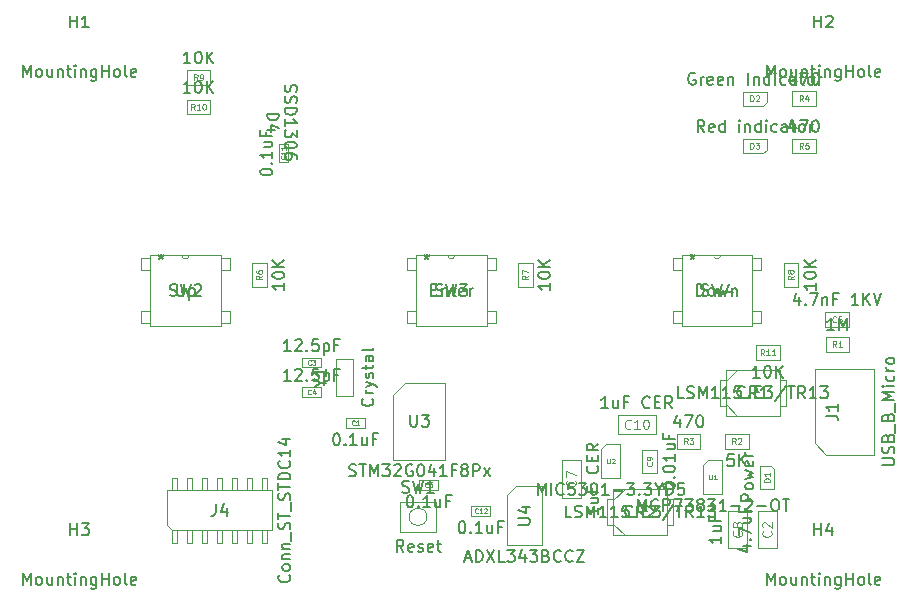
<source format=gbr>
%TF.GenerationSoftware,KiCad,Pcbnew,8.0.5*%
%TF.CreationDate,2024-11-06T09:26:01-07:00*%
%TF.ProjectId,STM32G041F8P6_dev,53544d33-3247-4303-9431-463850365f64,rev?*%
%TF.SameCoordinates,Original*%
%TF.FileFunction,AssemblyDrawing,Top*%
%FSLAX46Y46*%
G04 Gerber Fmt 4.6, Leading zero omitted, Abs format (unit mm)*
G04 Created by KiCad (PCBNEW 8.0.5) date 2024-11-06 09:26:01*
%MOMM*%
%LPD*%
G01*
G04 APERTURE LIST*
%ADD10C,0.150000*%
%ADD11C,0.060000*%
%ADD12C,0.080000*%
%ADD13C,0.120000*%
%ADD14C,0.100000*%
%ADD15C,0.025400*%
G04 APERTURE END LIST*
D10*
X191857143Y-91784819D02*
X191952381Y-91784819D01*
X191952381Y-91784819D02*
X192047619Y-91832438D01*
X192047619Y-91832438D02*
X192095238Y-91880057D01*
X192095238Y-91880057D02*
X192142857Y-91975295D01*
X192142857Y-91975295D02*
X192190476Y-92165771D01*
X192190476Y-92165771D02*
X192190476Y-92403866D01*
X192190476Y-92403866D02*
X192142857Y-92594342D01*
X192142857Y-92594342D02*
X192095238Y-92689580D01*
X192095238Y-92689580D02*
X192047619Y-92737200D01*
X192047619Y-92737200D02*
X191952381Y-92784819D01*
X191952381Y-92784819D02*
X191857143Y-92784819D01*
X191857143Y-92784819D02*
X191761905Y-92737200D01*
X191761905Y-92737200D02*
X191714286Y-92689580D01*
X191714286Y-92689580D02*
X191666667Y-92594342D01*
X191666667Y-92594342D02*
X191619048Y-92403866D01*
X191619048Y-92403866D02*
X191619048Y-92165771D01*
X191619048Y-92165771D02*
X191666667Y-91975295D01*
X191666667Y-91975295D02*
X191714286Y-91880057D01*
X191714286Y-91880057D02*
X191761905Y-91832438D01*
X191761905Y-91832438D02*
X191857143Y-91784819D01*
X192619048Y-92689580D02*
X192666667Y-92737200D01*
X192666667Y-92737200D02*
X192619048Y-92784819D01*
X192619048Y-92784819D02*
X192571429Y-92737200D01*
X192571429Y-92737200D02*
X192619048Y-92689580D01*
X192619048Y-92689580D02*
X192619048Y-92784819D01*
X193619047Y-92784819D02*
X193047619Y-92784819D01*
X193333333Y-92784819D02*
X193333333Y-91784819D01*
X193333333Y-91784819D02*
X193238095Y-91927676D01*
X193238095Y-91927676D02*
X193142857Y-92022914D01*
X193142857Y-92022914D02*
X193047619Y-92070533D01*
X194476190Y-92118152D02*
X194476190Y-92784819D01*
X194047619Y-92118152D02*
X194047619Y-92641961D01*
X194047619Y-92641961D02*
X194095238Y-92737200D01*
X194095238Y-92737200D02*
X194190476Y-92784819D01*
X194190476Y-92784819D02*
X194333333Y-92784819D01*
X194333333Y-92784819D02*
X194428571Y-92737200D01*
X194428571Y-92737200D02*
X194476190Y-92689580D01*
X195285714Y-92261009D02*
X194952381Y-92261009D01*
X194952381Y-92784819D02*
X194952381Y-91784819D01*
X194952381Y-91784819D02*
X195428571Y-91784819D01*
D11*
X193242857Y-91043832D02*
X193223809Y-91062880D01*
X193223809Y-91062880D02*
X193166667Y-91081927D01*
X193166667Y-91081927D02*
X193128571Y-91081927D01*
X193128571Y-91081927D02*
X193071428Y-91062880D01*
X193071428Y-91062880D02*
X193033333Y-91024784D01*
X193033333Y-91024784D02*
X193014286Y-90986689D01*
X193014286Y-90986689D02*
X192995238Y-90910499D01*
X192995238Y-90910499D02*
X192995238Y-90853356D01*
X192995238Y-90853356D02*
X193014286Y-90777165D01*
X193014286Y-90777165D02*
X193033333Y-90739070D01*
X193033333Y-90739070D02*
X193071428Y-90700975D01*
X193071428Y-90700975D02*
X193128571Y-90681927D01*
X193128571Y-90681927D02*
X193166667Y-90681927D01*
X193166667Y-90681927D02*
X193223809Y-90700975D01*
X193223809Y-90700975D02*
X193242857Y-90720022D01*
X193623809Y-91081927D02*
X193395238Y-91081927D01*
X193509524Y-91081927D02*
X193509524Y-90681927D01*
X193509524Y-90681927D02*
X193471428Y-90739070D01*
X193471428Y-90739070D02*
X193433333Y-90777165D01*
X193433333Y-90777165D02*
X193395238Y-90796213D01*
X193776190Y-90720022D02*
X193795238Y-90700975D01*
X193795238Y-90700975D02*
X193833333Y-90681927D01*
X193833333Y-90681927D02*
X193928571Y-90681927D01*
X193928571Y-90681927D02*
X193966666Y-90700975D01*
X193966666Y-90700975D02*
X193985714Y-90720022D01*
X193985714Y-90720022D02*
X194004761Y-90758118D01*
X194004761Y-90758118D02*
X194004761Y-90796213D01*
X194004761Y-90796213D02*
X193985714Y-90853356D01*
X193985714Y-90853356D02*
X193757142Y-91081927D01*
X193757142Y-91081927D02*
X194004761Y-91081927D01*
D10*
X174824819Y-62242856D02*
X174824819Y-62147618D01*
X174824819Y-62147618D02*
X174872438Y-62052380D01*
X174872438Y-62052380D02*
X174920057Y-62004761D01*
X174920057Y-62004761D02*
X175015295Y-61957142D01*
X175015295Y-61957142D02*
X175205771Y-61909523D01*
X175205771Y-61909523D02*
X175443866Y-61909523D01*
X175443866Y-61909523D02*
X175634342Y-61957142D01*
X175634342Y-61957142D02*
X175729580Y-62004761D01*
X175729580Y-62004761D02*
X175777200Y-62052380D01*
X175777200Y-62052380D02*
X175824819Y-62147618D01*
X175824819Y-62147618D02*
X175824819Y-62242856D01*
X175824819Y-62242856D02*
X175777200Y-62338094D01*
X175777200Y-62338094D02*
X175729580Y-62385713D01*
X175729580Y-62385713D02*
X175634342Y-62433332D01*
X175634342Y-62433332D02*
X175443866Y-62480951D01*
X175443866Y-62480951D02*
X175205771Y-62480951D01*
X175205771Y-62480951D02*
X175015295Y-62433332D01*
X175015295Y-62433332D02*
X174920057Y-62385713D01*
X174920057Y-62385713D02*
X174872438Y-62338094D01*
X174872438Y-62338094D02*
X174824819Y-62242856D01*
X175729580Y-61480951D02*
X175777200Y-61433332D01*
X175777200Y-61433332D02*
X175824819Y-61480951D01*
X175824819Y-61480951D02*
X175777200Y-61528570D01*
X175777200Y-61528570D02*
X175729580Y-61480951D01*
X175729580Y-61480951D02*
X175824819Y-61480951D01*
X175824819Y-60480952D02*
X175824819Y-61052380D01*
X175824819Y-60766666D02*
X174824819Y-60766666D01*
X174824819Y-60766666D02*
X174967676Y-60861904D01*
X174967676Y-60861904D02*
X175062914Y-60957142D01*
X175062914Y-60957142D02*
X175110533Y-61052380D01*
X175158152Y-59623809D02*
X175824819Y-59623809D01*
X175158152Y-60052380D02*
X175681961Y-60052380D01*
X175681961Y-60052380D02*
X175777200Y-60004761D01*
X175777200Y-60004761D02*
X175824819Y-59909523D01*
X175824819Y-59909523D02*
X175824819Y-59766666D01*
X175824819Y-59766666D02*
X175777200Y-59671428D01*
X175777200Y-59671428D02*
X175729580Y-59623809D01*
X175301009Y-58814285D02*
X175301009Y-59147618D01*
X175824819Y-59147618D02*
X174824819Y-59147618D01*
X174824819Y-59147618D02*
X174824819Y-58671428D01*
D11*
X176943832Y-60857142D02*
X176962880Y-60876190D01*
X176962880Y-60876190D02*
X176981927Y-60933332D01*
X176981927Y-60933332D02*
X176981927Y-60971428D01*
X176981927Y-60971428D02*
X176962880Y-61028571D01*
X176962880Y-61028571D02*
X176924784Y-61066666D01*
X176924784Y-61066666D02*
X176886689Y-61085713D01*
X176886689Y-61085713D02*
X176810499Y-61104761D01*
X176810499Y-61104761D02*
X176753356Y-61104761D01*
X176753356Y-61104761D02*
X176677165Y-61085713D01*
X176677165Y-61085713D02*
X176639070Y-61066666D01*
X176639070Y-61066666D02*
X176600975Y-61028571D01*
X176600975Y-61028571D02*
X176581927Y-60971428D01*
X176581927Y-60971428D02*
X176581927Y-60933332D01*
X176581927Y-60933332D02*
X176600975Y-60876190D01*
X176600975Y-60876190D02*
X176620022Y-60857142D01*
X176981927Y-60476190D02*
X176981927Y-60704761D01*
X176981927Y-60590475D02*
X176581927Y-60590475D01*
X176581927Y-60590475D02*
X176639070Y-60628571D01*
X176639070Y-60628571D02*
X176677165Y-60666666D01*
X176677165Y-60666666D02*
X176696213Y-60704761D01*
X176981927Y-60095238D02*
X176981927Y-60323809D01*
X176981927Y-60209523D02*
X176581927Y-60209523D01*
X176581927Y-60209523D02*
X176639070Y-60247619D01*
X176639070Y-60247619D02*
X176677165Y-60285714D01*
X176677165Y-60285714D02*
X176696213Y-60323809D01*
D10*
X176942800Y-54833333D02*
X176895180Y-54976190D01*
X176895180Y-54976190D02*
X176895180Y-55214285D01*
X176895180Y-55214285D02*
X176942800Y-55309523D01*
X176942800Y-55309523D02*
X176990419Y-55357142D01*
X176990419Y-55357142D02*
X177085657Y-55404761D01*
X177085657Y-55404761D02*
X177180895Y-55404761D01*
X177180895Y-55404761D02*
X177276133Y-55357142D01*
X177276133Y-55357142D02*
X177323752Y-55309523D01*
X177323752Y-55309523D02*
X177371371Y-55214285D01*
X177371371Y-55214285D02*
X177418990Y-55023809D01*
X177418990Y-55023809D02*
X177466609Y-54928571D01*
X177466609Y-54928571D02*
X177514228Y-54880952D01*
X177514228Y-54880952D02*
X177609466Y-54833333D01*
X177609466Y-54833333D02*
X177704704Y-54833333D01*
X177704704Y-54833333D02*
X177799942Y-54880952D01*
X177799942Y-54880952D02*
X177847561Y-54928571D01*
X177847561Y-54928571D02*
X177895180Y-55023809D01*
X177895180Y-55023809D02*
X177895180Y-55261904D01*
X177895180Y-55261904D02*
X177847561Y-55404761D01*
X176942800Y-55785714D02*
X176895180Y-55928571D01*
X176895180Y-55928571D02*
X176895180Y-56166666D01*
X176895180Y-56166666D02*
X176942800Y-56261904D01*
X176942800Y-56261904D02*
X176990419Y-56309523D01*
X176990419Y-56309523D02*
X177085657Y-56357142D01*
X177085657Y-56357142D02*
X177180895Y-56357142D01*
X177180895Y-56357142D02*
X177276133Y-56309523D01*
X177276133Y-56309523D02*
X177323752Y-56261904D01*
X177323752Y-56261904D02*
X177371371Y-56166666D01*
X177371371Y-56166666D02*
X177418990Y-55976190D01*
X177418990Y-55976190D02*
X177466609Y-55880952D01*
X177466609Y-55880952D02*
X177514228Y-55833333D01*
X177514228Y-55833333D02*
X177609466Y-55785714D01*
X177609466Y-55785714D02*
X177704704Y-55785714D01*
X177704704Y-55785714D02*
X177799942Y-55833333D01*
X177799942Y-55833333D02*
X177847561Y-55880952D01*
X177847561Y-55880952D02*
X177895180Y-55976190D01*
X177895180Y-55976190D02*
X177895180Y-56214285D01*
X177895180Y-56214285D02*
X177847561Y-56357142D01*
X176895180Y-56785714D02*
X177895180Y-56785714D01*
X177895180Y-56785714D02*
X177895180Y-57023809D01*
X177895180Y-57023809D02*
X177847561Y-57166666D01*
X177847561Y-57166666D02*
X177752323Y-57261904D01*
X177752323Y-57261904D02*
X177657085Y-57309523D01*
X177657085Y-57309523D02*
X177466609Y-57357142D01*
X177466609Y-57357142D02*
X177323752Y-57357142D01*
X177323752Y-57357142D02*
X177133276Y-57309523D01*
X177133276Y-57309523D02*
X177038038Y-57261904D01*
X177038038Y-57261904D02*
X176942800Y-57166666D01*
X176942800Y-57166666D02*
X176895180Y-57023809D01*
X176895180Y-57023809D02*
X176895180Y-56785714D01*
X176895180Y-58309523D02*
X176895180Y-57738095D01*
X176895180Y-58023809D02*
X177895180Y-58023809D01*
X177895180Y-58023809D02*
X177752323Y-57928571D01*
X177752323Y-57928571D02*
X177657085Y-57833333D01*
X177657085Y-57833333D02*
X177609466Y-57738095D01*
X177895180Y-58642857D02*
X177895180Y-59261904D01*
X177895180Y-59261904D02*
X177514228Y-58928571D01*
X177514228Y-58928571D02*
X177514228Y-59071428D01*
X177514228Y-59071428D02*
X177466609Y-59166666D01*
X177466609Y-59166666D02*
X177418990Y-59214285D01*
X177418990Y-59214285D02*
X177323752Y-59261904D01*
X177323752Y-59261904D02*
X177085657Y-59261904D01*
X177085657Y-59261904D02*
X176990419Y-59214285D01*
X176990419Y-59214285D02*
X176942800Y-59166666D01*
X176942800Y-59166666D02*
X176895180Y-59071428D01*
X176895180Y-59071428D02*
X176895180Y-58785714D01*
X176895180Y-58785714D02*
X176942800Y-58690476D01*
X176942800Y-58690476D02*
X176990419Y-58642857D01*
X177895180Y-59880952D02*
X177895180Y-59976190D01*
X177895180Y-59976190D02*
X177847561Y-60071428D01*
X177847561Y-60071428D02*
X177799942Y-60119047D01*
X177799942Y-60119047D02*
X177704704Y-60166666D01*
X177704704Y-60166666D02*
X177514228Y-60214285D01*
X177514228Y-60214285D02*
X177276133Y-60214285D01*
X177276133Y-60214285D02*
X177085657Y-60166666D01*
X177085657Y-60166666D02*
X176990419Y-60119047D01*
X176990419Y-60119047D02*
X176942800Y-60071428D01*
X176942800Y-60071428D02*
X176895180Y-59976190D01*
X176895180Y-59976190D02*
X176895180Y-59880952D01*
X176895180Y-59880952D02*
X176942800Y-59785714D01*
X176942800Y-59785714D02*
X176990419Y-59738095D01*
X176990419Y-59738095D02*
X177085657Y-59690476D01*
X177085657Y-59690476D02*
X177276133Y-59642857D01*
X177276133Y-59642857D02*
X177514228Y-59642857D01*
X177514228Y-59642857D02*
X177704704Y-59690476D01*
X177704704Y-59690476D02*
X177799942Y-59738095D01*
X177799942Y-59738095D02*
X177847561Y-59785714D01*
X177847561Y-59785714D02*
X177895180Y-59880952D01*
X177895180Y-61071428D02*
X177895180Y-60880952D01*
X177895180Y-60880952D02*
X177847561Y-60785714D01*
X177847561Y-60785714D02*
X177799942Y-60738095D01*
X177799942Y-60738095D02*
X177657085Y-60642857D01*
X177657085Y-60642857D02*
X177466609Y-60595238D01*
X177466609Y-60595238D02*
X177085657Y-60595238D01*
X177085657Y-60595238D02*
X176990419Y-60642857D01*
X176990419Y-60642857D02*
X176942800Y-60690476D01*
X176942800Y-60690476D02*
X176895180Y-60785714D01*
X176895180Y-60785714D02*
X176895180Y-60976190D01*
X176895180Y-60976190D02*
X176942800Y-61071428D01*
X176942800Y-61071428D02*
X176990419Y-61119047D01*
X176990419Y-61119047D02*
X177085657Y-61166666D01*
X177085657Y-61166666D02*
X177323752Y-61166666D01*
X177323752Y-61166666D02*
X177418990Y-61119047D01*
X177418990Y-61119047D02*
X177466609Y-61071428D01*
X177466609Y-61071428D02*
X177514228Y-60976190D01*
X177514228Y-60976190D02*
X177514228Y-60785714D01*
X177514228Y-60785714D02*
X177466609Y-60690476D01*
X177466609Y-60690476D02*
X177418990Y-60642857D01*
X177418990Y-60642857D02*
X177323752Y-60595238D01*
X175395180Y-57261905D02*
X176395180Y-57261905D01*
X176395180Y-57261905D02*
X176395180Y-57500000D01*
X176395180Y-57500000D02*
X176347561Y-57642857D01*
X176347561Y-57642857D02*
X176252323Y-57738095D01*
X176252323Y-57738095D02*
X176157085Y-57785714D01*
X176157085Y-57785714D02*
X175966609Y-57833333D01*
X175966609Y-57833333D02*
X175823752Y-57833333D01*
X175823752Y-57833333D02*
X175633276Y-57785714D01*
X175633276Y-57785714D02*
X175538038Y-57738095D01*
X175538038Y-57738095D02*
X175442800Y-57642857D01*
X175442800Y-57642857D02*
X175395180Y-57500000D01*
X175395180Y-57500000D02*
X175395180Y-57261905D01*
X176061847Y-58690476D02*
X175395180Y-58690476D01*
X176442800Y-58452381D02*
X175728514Y-58214286D01*
X175728514Y-58214286D02*
X175728514Y-58833333D01*
X227504819Y-87023809D02*
X228314342Y-87023809D01*
X228314342Y-87023809D02*
X228409580Y-86976190D01*
X228409580Y-86976190D02*
X228457200Y-86928571D01*
X228457200Y-86928571D02*
X228504819Y-86833333D01*
X228504819Y-86833333D02*
X228504819Y-86642857D01*
X228504819Y-86642857D02*
X228457200Y-86547619D01*
X228457200Y-86547619D02*
X228409580Y-86500000D01*
X228409580Y-86500000D02*
X228314342Y-86452381D01*
X228314342Y-86452381D02*
X227504819Y-86452381D01*
X228457200Y-86023809D02*
X228504819Y-85880952D01*
X228504819Y-85880952D02*
X228504819Y-85642857D01*
X228504819Y-85642857D02*
X228457200Y-85547619D01*
X228457200Y-85547619D02*
X228409580Y-85500000D01*
X228409580Y-85500000D02*
X228314342Y-85452381D01*
X228314342Y-85452381D02*
X228219104Y-85452381D01*
X228219104Y-85452381D02*
X228123866Y-85500000D01*
X228123866Y-85500000D02*
X228076247Y-85547619D01*
X228076247Y-85547619D02*
X228028628Y-85642857D01*
X228028628Y-85642857D02*
X227981009Y-85833333D01*
X227981009Y-85833333D02*
X227933390Y-85928571D01*
X227933390Y-85928571D02*
X227885771Y-85976190D01*
X227885771Y-85976190D02*
X227790533Y-86023809D01*
X227790533Y-86023809D02*
X227695295Y-86023809D01*
X227695295Y-86023809D02*
X227600057Y-85976190D01*
X227600057Y-85976190D02*
X227552438Y-85928571D01*
X227552438Y-85928571D02*
X227504819Y-85833333D01*
X227504819Y-85833333D02*
X227504819Y-85595238D01*
X227504819Y-85595238D02*
X227552438Y-85452381D01*
X227981009Y-84690476D02*
X228028628Y-84547619D01*
X228028628Y-84547619D02*
X228076247Y-84500000D01*
X228076247Y-84500000D02*
X228171485Y-84452381D01*
X228171485Y-84452381D02*
X228314342Y-84452381D01*
X228314342Y-84452381D02*
X228409580Y-84500000D01*
X228409580Y-84500000D02*
X228457200Y-84547619D01*
X228457200Y-84547619D02*
X228504819Y-84642857D01*
X228504819Y-84642857D02*
X228504819Y-85023809D01*
X228504819Y-85023809D02*
X227504819Y-85023809D01*
X227504819Y-85023809D02*
X227504819Y-84690476D01*
X227504819Y-84690476D02*
X227552438Y-84595238D01*
X227552438Y-84595238D02*
X227600057Y-84547619D01*
X227600057Y-84547619D02*
X227695295Y-84500000D01*
X227695295Y-84500000D02*
X227790533Y-84500000D01*
X227790533Y-84500000D02*
X227885771Y-84547619D01*
X227885771Y-84547619D02*
X227933390Y-84595238D01*
X227933390Y-84595238D02*
X227981009Y-84690476D01*
X227981009Y-84690476D02*
X227981009Y-85023809D01*
X228600057Y-84261905D02*
X228600057Y-83500000D01*
X227981009Y-82928571D02*
X228028628Y-82785714D01*
X228028628Y-82785714D02*
X228076247Y-82738095D01*
X228076247Y-82738095D02*
X228171485Y-82690476D01*
X228171485Y-82690476D02*
X228314342Y-82690476D01*
X228314342Y-82690476D02*
X228409580Y-82738095D01*
X228409580Y-82738095D02*
X228457200Y-82785714D01*
X228457200Y-82785714D02*
X228504819Y-82880952D01*
X228504819Y-82880952D02*
X228504819Y-83261904D01*
X228504819Y-83261904D02*
X227504819Y-83261904D01*
X227504819Y-83261904D02*
X227504819Y-82928571D01*
X227504819Y-82928571D02*
X227552438Y-82833333D01*
X227552438Y-82833333D02*
X227600057Y-82785714D01*
X227600057Y-82785714D02*
X227695295Y-82738095D01*
X227695295Y-82738095D02*
X227790533Y-82738095D01*
X227790533Y-82738095D02*
X227885771Y-82785714D01*
X227885771Y-82785714D02*
X227933390Y-82833333D01*
X227933390Y-82833333D02*
X227981009Y-82928571D01*
X227981009Y-82928571D02*
X227981009Y-83261904D01*
X228600057Y-82500000D02*
X228600057Y-81738095D01*
X228504819Y-81499999D02*
X227504819Y-81499999D01*
X227504819Y-81499999D02*
X228219104Y-81166666D01*
X228219104Y-81166666D02*
X227504819Y-80833333D01*
X227504819Y-80833333D02*
X228504819Y-80833333D01*
X228504819Y-80357142D02*
X227838152Y-80357142D01*
X227504819Y-80357142D02*
X227552438Y-80404761D01*
X227552438Y-80404761D02*
X227600057Y-80357142D01*
X227600057Y-80357142D02*
X227552438Y-80309523D01*
X227552438Y-80309523D02*
X227504819Y-80357142D01*
X227504819Y-80357142D02*
X227600057Y-80357142D01*
X228457200Y-79452381D02*
X228504819Y-79547619D01*
X228504819Y-79547619D02*
X228504819Y-79738095D01*
X228504819Y-79738095D02*
X228457200Y-79833333D01*
X228457200Y-79833333D02*
X228409580Y-79880952D01*
X228409580Y-79880952D02*
X228314342Y-79928571D01*
X228314342Y-79928571D02*
X228028628Y-79928571D01*
X228028628Y-79928571D02*
X227933390Y-79880952D01*
X227933390Y-79880952D02*
X227885771Y-79833333D01*
X227885771Y-79833333D02*
X227838152Y-79738095D01*
X227838152Y-79738095D02*
X227838152Y-79547619D01*
X227838152Y-79547619D02*
X227885771Y-79452381D01*
X228504819Y-79023809D02*
X227838152Y-79023809D01*
X228028628Y-79023809D02*
X227933390Y-78976190D01*
X227933390Y-78976190D02*
X227885771Y-78928571D01*
X227885771Y-78928571D02*
X227838152Y-78833333D01*
X227838152Y-78833333D02*
X227838152Y-78738095D01*
X228504819Y-78261904D02*
X228457200Y-78357142D01*
X228457200Y-78357142D02*
X228409580Y-78404761D01*
X228409580Y-78404761D02*
X228314342Y-78452380D01*
X228314342Y-78452380D02*
X228028628Y-78452380D01*
X228028628Y-78452380D02*
X227933390Y-78404761D01*
X227933390Y-78404761D02*
X227885771Y-78357142D01*
X227885771Y-78357142D02*
X227838152Y-78261904D01*
X227838152Y-78261904D02*
X227838152Y-78119047D01*
X227838152Y-78119047D02*
X227885771Y-78023809D01*
X227885771Y-78023809D02*
X227933390Y-77976190D01*
X227933390Y-77976190D02*
X228028628Y-77928571D01*
X228028628Y-77928571D02*
X228314342Y-77928571D01*
X228314342Y-77928571D02*
X228409580Y-77976190D01*
X228409580Y-77976190D02*
X228457200Y-78023809D01*
X228457200Y-78023809D02*
X228504819Y-78119047D01*
X228504819Y-78119047D02*
X228504819Y-78261904D01*
X222704819Y-82833333D02*
X223419104Y-82833333D01*
X223419104Y-82833333D02*
X223561961Y-82880952D01*
X223561961Y-82880952D02*
X223657200Y-82976190D01*
X223657200Y-82976190D02*
X223704819Y-83119047D01*
X223704819Y-83119047D02*
X223704819Y-83214285D01*
X223704819Y-81833333D02*
X223704819Y-82404761D01*
X223704819Y-82119047D02*
X222704819Y-82119047D01*
X222704819Y-82119047D02*
X222847676Y-82214285D01*
X222847676Y-82214285D02*
X222942914Y-82309523D01*
X222942914Y-82309523D02*
X222990533Y-82404761D01*
X167761905Y-71704819D02*
X167761905Y-72514342D01*
X167761905Y-72514342D02*
X167809524Y-72609580D01*
X167809524Y-72609580D02*
X167857143Y-72657200D01*
X167857143Y-72657200D02*
X167952381Y-72704819D01*
X167952381Y-72704819D02*
X168142857Y-72704819D01*
X168142857Y-72704819D02*
X168238095Y-72657200D01*
X168238095Y-72657200D02*
X168285714Y-72609580D01*
X168285714Y-72609580D02*
X168333333Y-72514342D01*
X168333333Y-72514342D02*
X168333333Y-71704819D01*
X168809524Y-72038152D02*
X168809524Y-73038152D01*
X168809524Y-72085771D02*
X168904762Y-72038152D01*
X168904762Y-72038152D02*
X169095238Y-72038152D01*
X169095238Y-72038152D02*
X169190476Y-72085771D01*
X169190476Y-72085771D02*
X169238095Y-72133390D01*
X169238095Y-72133390D02*
X169285714Y-72228628D01*
X169285714Y-72228628D02*
X169285714Y-72514342D01*
X169285714Y-72514342D02*
X169238095Y-72609580D01*
X169238095Y-72609580D02*
X169190476Y-72657200D01*
X169190476Y-72657200D02*
X169095238Y-72704819D01*
X169095238Y-72704819D02*
X168904762Y-72704819D01*
X168904762Y-72704819D02*
X168809524Y-72657200D01*
X167166667Y-72657200D02*
X167309524Y-72704819D01*
X167309524Y-72704819D02*
X167547619Y-72704819D01*
X167547619Y-72704819D02*
X167642857Y-72657200D01*
X167642857Y-72657200D02*
X167690476Y-72609580D01*
X167690476Y-72609580D02*
X167738095Y-72514342D01*
X167738095Y-72514342D02*
X167738095Y-72419104D01*
X167738095Y-72419104D02*
X167690476Y-72323866D01*
X167690476Y-72323866D02*
X167642857Y-72276247D01*
X167642857Y-72276247D02*
X167547619Y-72228628D01*
X167547619Y-72228628D02*
X167357143Y-72181009D01*
X167357143Y-72181009D02*
X167261905Y-72133390D01*
X167261905Y-72133390D02*
X167214286Y-72085771D01*
X167214286Y-72085771D02*
X167166667Y-71990533D01*
X167166667Y-71990533D02*
X167166667Y-71895295D01*
X167166667Y-71895295D02*
X167214286Y-71800057D01*
X167214286Y-71800057D02*
X167261905Y-71752438D01*
X167261905Y-71752438D02*
X167357143Y-71704819D01*
X167357143Y-71704819D02*
X167595238Y-71704819D01*
X167595238Y-71704819D02*
X167738095Y-71752438D01*
X168071429Y-71704819D02*
X168309524Y-72704819D01*
X168309524Y-72704819D02*
X168500000Y-71990533D01*
X168500000Y-71990533D02*
X168690476Y-72704819D01*
X168690476Y-72704819D02*
X168928572Y-71704819D01*
X169261905Y-71800057D02*
X169309524Y-71752438D01*
X169309524Y-71752438D02*
X169404762Y-71704819D01*
X169404762Y-71704819D02*
X169642857Y-71704819D01*
X169642857Y-71704819D02*
X169738095Y-71752438D01*
X169738095Y-71752438D02*
X169785714Y-71800057D01*
X169785714Y-71800057D02*
X169833333Y-71895295D01*
X169833333Y-71895295D02*
X169833333Y-71990533D01*
X169833333Y-71990533D02*
X169785714Y-72133390D01*
X169785714Y-72133390D02*
X169214286Y-72704819D01*
X169214286Y-72704819D02*
X169833333Y-72704819D01*
X166416000Y-69128820D02*
X166416000Y-69366915D01*
X166177905Y-69271677D02*
X166416000Y-69366915D01*
X166416000Y-69366915D02*
X166654095Y-69271677D01*
X166273143Y-69557391D02*
X166416000Y-69366915D01*
X166416000Y-69366915D02*
X166558857Y-69557391D01*
X166416000Y-69128820D02*
X166416000Y-69366915D01*
X166177905Y-69271677D02*
X166416000Y-69366915D01*
X166416000Y-69366915D02*
X166654095Y-69271677D01*
X166273143Y-69557391D02*
X166416000Y-69366915D01*
X166416000Y-69366915D02*
X166558857Y-69557391D01*
X198309524Y-89554819D02*
X198309524Y-88554819D01*
X198309524Y-88554819D02*
X198642857Y-89269104D01*
X198642857Y-89269104D02*
X198976190Y-88554819D01*
X198976190Y-88554819D02*
X198976190Y-89554819D01*
X199452381Y-89554819D02*
X199452381Y-88554819D01*
X200499999Y-89459580D02*
X200452380Y-89507200D01*
X200452380Y-89507200D02*
X200309523Y-89554819D01*
X200309523Y-89554819D02*
X200214285Y-89554819D01*
X200214285Y-89554819D02*
X200071428Y-89507200D01*
X200071428Y-89507200D02*
X199976190Y-89411961D01*
X199976190Y-89411961D02*
X199928571Y-89316723D01*
X199928571Y-89316723D02*
X199880952Y-89126247D01*
X199880952Y-89126247D02*
X199880952Y-88983390D01*
X199880952Y-88983390D02*
X199928571Y-88792914D01*
X199928571Y-88792914D02*
X199976190Y-88697676D01*
X199976190Y-88697676D02*
X200071428Y-88602438D01*
X200071428Y-88602438D02*
X200214285Y-88554819D01*
X200214285Y-88554819D02*
X200309523Y-88554819D01*
X200309523Y-88554819D02*
X200452380Y-88602438D01*
X200452380Y-88602438D02*
X200499999Y-88650057D01*
X201404761Y-88554819D02*
X200928571Y-88554819D01*
X200928571Y-88554819D02*
X200880952Y-89031009D01*
X200880952Y-89031009D02*
X200928571Y-88983390D01*
X200928571Y-88983390D02*
X201023809Y-88935771D01*
X201023809Y-88935771D02*
X201261904Y-88935771D01*
X201261904Y-88935771D02*
X201357142Y-88983390D01*
X201357142Y-88983390D02*
X201404761Y-89031009D01*
X201404761Y-89031009D02*
X201452380Y-89126247D01*
X201452380Y-89126247D02*
X201452380Y-89364342D01*
X201452380Y-89364342D02*
X201404761Y-89459580D01*
X201404761Y-89459580D02*
X201357142Y-89507200D01*
X201357142Y-89507200D02*
X201261904Y-89554819D01*
X201261904Y-89554819D02*
X201023809Y-89554819D01*
X201023809Y-89554819D02*
X200928571Y-89507200D01*
X200928571Y-89507200D02*
X200880952Y-89459580D01*
X201785714Y-88554819D02*
X202404761Y-88554819D01*
X202404761Y-88554819D02*
X202071428Y-88935771D01*
X202071428Y-88935771D02*
X202214285Y-88935771D01*
X202214285Y-88935771D02*
X202309523Y-88983390D01*
X202309523Y-88983390D02*
X202357142Y-89031009D01*
X202357142Y-89031009D02*
X202404761Y-89126247D01*
X202404761Y-89126247D02*
X202404761Y-89364342D01*
X202404761Y-89364342D02*
X202357142Y-89459580D01*
X202357142Y-89459580D02*
X202309523Y-89507200D01*
X202309523Y-89507200D02*
X202214285Y-89554819D01*
X202214285Y-89554819D02*
X201928571Y-89554819D01*
X201928571Y-89554819D02*
X201833333Y-89507200D01*
X201833333Y-89507200D02*
X201785714Y-89459580D01*
X203023809Y-88554819D02*
X203119047Y-88554819D01*
X203119047Y-88554819D02*
X203214285Y-88602438D01*
X203214285Y-88602438D02*
X203261904Y-88650057D01*
X203261904Y-88650057D02*
X203309523Y-88745295D01*
X203309523Y-88745295D02*
X203357142Y-88935771D01*
X203357142Y-88935771D02*
X203357142Y-89173866D01*
X203357142Y-89173866D02*
X203309523Y-89364342D01*
X203309523Y-89364342D02*
X203261904Y-89459580D01*
X203261904Y-89459580D02*
X203214285Y-89507200D01*
X203214285Y-89507200D02*
X203119047Y-89554819D01*
X203119047Y-89554819D02*
X203023809Y-89554819D01*
X203023809Y-89554819D02*
X202928571Y-89507200D01*
X202928571Y-89507200D02*
X202880952Y-89459580D01*
X202880952Y-89459580D02*
X202833333Y-89364342D01*
X202833333Y-89364342D02*
X202785714Y-89173866D01*
X202785714Y-89173866D02*
X202785714Y-88935771D01*
X202785714Y-88935771D02*
X202833333Y-88745295D01*
X202833333Y-88745295D02*
X202880952Y-88650057D01*
X202880952Y-88650057D02*
X202928571Y-88602438D01*
X202928571Y-88602438D02*
X203023809Y-88554819D01*
X204309523Y-89554819D02*
X203738095Y-89554819D01*
X204023809Y-89554819D02*
X204023809Y-88554819D01*
X204023809Y-88554819D02*
X203928571Y-88697676D01*
X203928571Y-88697676D02*
X203833333Y-88792914D01*
X203833333Y-88792914D02*
X203738095Y-88840533D01*
X204738095Y-89173866D02*
X205500000Y-89173866D01*
X205880952Y-88554819D02*
X206499999Y-88554819D01*
X206499999Y-88554819D02*
X206166666Y-88935771D01*
X206166666Y-88935771D02*
X206309523Y-88935771D01*
X206309523Y-88935771D02*
X206404761Y-88983390D01*
X206404761Y-88983390D02*
X206452380Y-89031009D01*
X206452380Y-89031009D02*
X206499999Y-89126247D01*
X206499999Y-89126247D02*
X206499999Y-89364342D01*
X206499999Y-89364342D02*
X206452380Y-89459580D01*
X206452380Y-89459580D02*
X206404761Y-89507200D01*
X206404761Y-89507200D02*
X206309523Y-89554819D01*
X206309523Y-89554819D02*
X206023809Y-89554819D01*
X206023809Y-89554819D02*
X205928571Y-89507200D01*
X205928571Y-89507200D02*
X205880952Y-89459580D01*
X206928571Y-89459580D02*
X206976190Y-89507200D01*
X206976190Y-89507200D02*
X206928571Y-89554819D01*
X206928571Y-89554819D02*
X206880952Y-89507200D01*
X206880952Y-89507200D02*
X206928571Y-89459580D01*
X206928571Y-89459580D02*
X206928571Y-89554819D01*
X207309523Y-88554819D02*
X207928570Y-88554819D01*
X207928570Y-88554819D02*
X207595237Y-88935771D01*
X207595237Y-88935771D02*
X207738094Y-88935771D01*
X207738094Y-88935771D02*
X207833332Y-88983390D01*
X207833332Y-88983390D02*
X207880951Y-89031009D01*
X207880951Y-89031009D02*
X207928570Y-89126247D01*
X207928570Y-89126247D02*
X207928570Y-89364342D01*
X207928570Y-89364342D02*
X207880951Y-89459580D01*
X207880951Y-89459580D02*
X207833332Y-89507200D01*
X207833332Y-89507200D02*
X207738094Y-89554819D01*
X207738094Y-89554819D02*
X207452380Y-89554819D01*
X207452380Y-89554819D02*
X207357142Y-89507200D01*
X207357142Y-89507200D02*
X207309523Y-89459580D01*
X208547618Y-89078628D02*
X208547618Y-89554819D01*
X208214285Y-88554819D02*
X208547618Y-89078628D01*
X208547618Y-89078628D02*
X208880951Y-88554819D01*
X209214285Y-89554819D02*
X209214285Y-88554819D01*
X209214285Y-88554819D02*
X209452380Y-88554819D01*
X209452380Y-88554819D02*
X209595237Y-88602438D01*
X209595237Y-88602438D02*
X209690475Y-88697676D01*
X209690475Y-88697676D02*
X209738094Y-88792914D01*
X209738094Y-88792914D02*
X209785713Y-88983390D01*
X209785713Y-88983390D02*
X209785713Y-89126247D01*
X209785713Y-89126247D02*
X209738094Y-89316723D01*
X209738094Y-89316723D02*
X209690475Y-89411961D01*
X209690475Y-89411961D02*
X209595237Y-89507200D01*
X209595237Y-89507200D02*
X209452380Y-89554819D01*
X209452380Y-89554819D02*
X209214285Y-89554819D01*
X210690475Y-88554819D02*
X210214285Y-88554819D01*
X210214285Y-88554819D02*
X210166666Y-89031009D01*
X210166666Y-89031009D02*
X210214285Y-88983390D01*
X210214285Y-88983390D02*
X210309523Y-88935771D01*
X210309523Y-88935771D02*
X210547618Y-88935771D01*
X210547618Y-88935771D02*
X210642856Y-88983390D01*
X210642856Y-88983390D02*
X210690475Y-89031009D01*
X210690475Y-89031009D02*
X210738094Y-89126247D01*
X210738094Y-89126247D02*
X210738094Y-89364342D01*
X210738094Y-89364342D02*
X210690475Y-89459580D01*
X210690475Y-89459580D02*
X210642856Y-89507200D01*
X210642856Y-89507200D02*
X210547618Y-89554819D01*
X210547618Y-89554819D02*
X210309523Y-89554819D01*
X210309523Y-89554819D02*
X210214285Y-89507200D01*
X210214285Y-89507200D02*
X210166666Y-89459580D01*
D11*
X204195238Y-86481927D02*
X204195238Y-86805737D01*
X204195238Y-86805737D02*
X204214285Y-86843832D01*
X204214285Y-86843832D02*
X204233333Y-86862880D01*
X204233333Y-86862880D02*
X204271428Y-86881927D01*
X204271428Y-86881927D02*
X204347619Y-86881927D01*
X204347619Y-86881927D02*
X204385714Y-86862880D01*
X204385714Y-86862880D02*
X204404761Y-86843832D01*
X204404761Y-86843832D02*
X204423809Y-86805737D01*
X204423809Y-86805737D02*
X204423809Y-86481927D01*
X204595238Y-86520022D02*
X204614286Y-86500975D01*
X204614286Y-86500975D02*
X204652381Y-86481927D01*
X204652381Y-86481927D02*
X204747619Y-86481927D01*
X204747619Y-86481927D02*
X204785714Y-86500975D01*
X204785714Y-86500975D02*
X204804762Y-86520022D01*
X204804762Y-86520022D02*
X204823809Y-86558118D01*
X204823809Y-86558118D02*
X204823809Y-86596213D01*
X204823809Y-86596213D02*
X204804762Y-86653356D01*
X204804762Y-86653356D02*
X204576190Y-86881927D01*
X204576190Y-86881927D02*
X204823809Y-86881927D01*
D10*
X184309580Y-81385715D02*
X184357200Y-81433334D01*
X184357200Y-81433334D02*
X184404819Y-81576191D01*
X184404819Y-81576191D02*
X184404819Y-81671429D01*
X184404819Y-81671429D02*
X184357200Y-81814286D01*
X184357200Y-81814286D02*
X184261961Y-81909524D01*
X184261961Y-81909524D02*
X184166723Y-81957143D01*
X184166723Y-81957143D02*
X183976247Y-82004762D01*
X183976247Y-82004762D02*
X183833390Y-82004762D01*
X183833390Y-82004762D02*
X183642914Y-81957143D01*
X183642914Y-81957143D02*
X183547676Y-81909524D01*
X183547676Y-81909524D02*
X183452438Y-81814286D01*
X183452438Y-81814286D02*
X183404819Y-81671429D01*
X183404819Y-81671429D02*
X183404819Y-81576191D01*
X183404819Y-81576191D02*
X183452438Y-81433334D01*
X183452438Y-81433334D02*
X183500057Y-81385715D01*
X184404819Y-80957143D02*
X183738152Y-80957143D01*
X183928628Y-80957143D02*
X183833390Y-80909524D01*
X183833390Y-80909524D02*
X183785771Y-80861905D01*
X183785771Y-80861905D02*
X183738152Y-80766667D01*
X183738152Y-80766667D02*
X183738152Y-80671429D01*
X183738152Y-80433333D02*
X184404819Y-80195238D01*
X183738152Y-79957143D02*
X184404819Y-80195238D01*
X184404819Y-80195238D02*
X184642914Y-80290476D01*
X184642914Y-80290476D02*
X184690533Y-80338095D01*
X184690533Y-80338095D02*
X184738152Y-80433333D01*
X184357200Y-79623809D02*
X184404819Y-79528571D01*
X184404819Y-79528571D02*
X184404819Y-79338095D01*
X184404819Y-79338095D02*
X184357200Y-79242857D01*
X184357200Y-79242857D02*
X184261961Y-79195238D01*
X184261961Y-79195238D02*
X184214342Y-79195238D01*
X184214342Y-79195238D02*
X184119104Y-79242857D01*
X184119104Y-79242857D02*
X184071485Y-79338095D01*
X184071485Y-79338095D02*
X184071485Y-79480952D01*
X184071485Y-79480952D02*
X184023866Y-79576190D01*
X184023866Y-79576190D02*
X183928628Y-79623809D01*
X183928628Y-79623809D02*
X183881009Y-79623809D01*
X183881009Y-79623809D02*
X183785771Y-79576190D01*
X183785771Y-79576190D02*
X183738152Y-79480952D01*
X183738152Y-79480952D02*
X183738152Y-79338095D01*
X183738152Y-79338095D02*
X183785771Y-79242857D01*
X183738152Y-78909523D02*
X183738152Y-78528571D01*
X183404819Y-78766666D02*
X184261961Y-78766666D01*
X184261961Y-78766666D02*
X184357200Y-78719047D01*
X184357200Y-78719047D02*
X184404819Y-78623809D01*
X184404819Y-78623809D02*
X184404819Y-78528571D01*
X184404819Y-77766666D02*
X183881009Y-77766666D01*
X183881009Y-77766666D02*
X183785771Y-77814285D01*
X183785771Y-77814285D02*
X183738152Y-77909523D01*
X183738152Y-77909523D02*
X183738152Y-78099999D01*
X183738152Y-78099999D02*
X183785771Y-78195237D01*
X184357200Y-77766666D02*
X184404819Y-77861904D01*
X184404819Y-77861904D02*
X184404819Y-78099999D01*
X184404819Y-78099999D02*
X184357200Y-78195237D01*
X184357200Y-78195237D02*
X184261961Y-78242856D01*
X184261961Y-78242856D02*
X184166723Y-78242856D01*
X184166723Y-78242856D02*
X184071485Y-78195237D01*
X184071485Y-78195237D02*
X184023866Y-78099999D01*
X184023866Y-78099999D02*
X184023866Y-77861904D01*
X184023866Y-77861904D02*
X183976247Y-77766666D01*
X184404819Y-77147618D02*
X184357200Y-77242856D01*
X184357200Y-77242856D02*
X184261961Y-77290475D01*
X184261961Y-77290475D02*
X183404819Y-77290475D01*
X179928628Y-80076190D02*
X180404819Y-80076190D01*
X179404819Y-80409523D02*
X179928628Y-80076190D01*
X179928628Y-80076190D02*
X179404819Y-79742857D01*
X180404819Y-78885714D02*
X180404819Y-79457142D01*
X180404819Y-79171428D02*
X179404819Y-79171428D01*
X179404819Y-79171428D02*
X179547676Y-79266666D01*
X179547676Y-79266666D02*
X179642914Y-79361904D01*
X179642914Y-79361904D02*
X179690533Y-79457142D01*
X221854821Y-71602976D02*
X221854821Y-72174404D01*
X221854821Y-71888690D02*
X220854821Y-71888690D01*
X220854821Y-71888690D02*
X220997678Y-71983928D01*
X220997678Y-71983928D02*
X221092916Y-72079166D01*
X221092916Y-72079166D02*
X221140535Y-72174404D01*
X220854821Y-70983928D02*
X220854821Y-70888690D01*
X220854821Y-70888690D02*
X220902440Y-70793452D01*
X220902440Y-70793452D02*
X220950059Y-70745833D01*
X220950059Y-70745833D02*
X221045297Y-70698214D01*
X221045297Y-70698214D02*
X221235773Y-70650595D01*
X221235773Y-70650595D02*
X221473868Y-70650595D01*
X221473868Y-70650595D02*
X221664344Y-70698214D01*
X221664344Y-70698214D02*
X221759582Y-70745833D01*
X221759582Y-70745833D02*
X221807202Y-70793452D01*
X221807202Y-70793452D02*
X221854821Y-70888690D01*
X221854821Y-70888690D02*
X221854821Y-70983928D01*
X221854821Y-70983928D02*
X221807202Y-71079166D01*
X221807202Y-71079166D02*
X221759582Y-71126785D01*
X221759582Y-71126785D02*
X221664344Y-71174404D01*
X221664344Y-71174404D02*
X221473868Y-71222023D01*
X221473868Y-71222023D02*
X221235773Y-71222023D01*
X221235773Y-71222023D02*
X221045297Y-71174404D01*
X221045297Y-71174404D02*
X220950059Y-71126785D01*
X220950059Y-71126785D02*
X220902440Y-71079166D01*
X220902440Y-71079166D02*
X220854821Y-70983928D01*
X221854821Y-70222023D02*
X220854821Y-70222023D01*
X221854821Y-69650595D02*
X221283392Y-70079166D01*
X220854821Y-69650595D02*
X221426249Y-70222023D01*
D12*
X219977151Y-70995833D02*
X219739056Y-71162499D01*
X219977151Y-71281547D02*
X219477151Y-71281547D01*
X219477151Y-71281547D02*
X219477151Y-71091071D01*
X219477151Y-71091071D02*
X219500961Y-71043452D01*
X219500961Y-71043452D02*
X219524770Y-71019642D01*
X219524770Y-71019642D02*
X219572389Y-70995833D01*
X219572389Y-70995833D02*
X219643818Y-70995833D01*
X219643818Y-70995833D02*
X219691437Y-71019642D01*
X219691437Y-71019642D02*
X219715246Y-71043452D01*
X219715246Y-71043452D02*
X219739056Y-71091071D01*
X219739056Y-71091071D02*
X219739056Y-71281547D01*
X219691437Y-70710118D02*
X219667627Y-70757737D01*
X219667627Y-70757737D02*
X219643818Y-70781547D01*
X219643818Y-70781547D02*
X219596199Y-70805356D01*
X219596199Y-70805356D02*
X219572389Y-70805356D01*
X219572389Y-70805356D02*
X219524770Y-70781547D01*
X219524770Y-70781547D02*
X219500961Y-70757737D01*
X219500961Y-70757737D02*
X219477151Y-70710118D01*
X219477151Y-70710118D02*
X219477151Y-70614880D01*
X219477151Y-70614880D02*
X219500961Y-70567261D01*
X219500961Y-70567261D02*
X219524770Y-70543452D01*
X219524770Y-70543452D02*
X219572389Y-70519642D01*
X219572389Y-70519642D02*
X219596199Y-70519642D01*
X219596199Y-70519642D02*
X219643818Y-70543452D01*
X219643818Y-70543452D02*
X219667627Y-70567261D01*
X219667627Y-70567261D02*
X219691437Y-70614880D01*
X219691437Y-70614880D02*
X219691437Y-70710118D01*
X219691437Y-70710118D02*
X219715246Y-70757737D01*
X219715246Y-70757737D02*
X219739056Y-70781547D01*
X219739056Y-70781547D02*
X219786675Y-70805356D01*
X219786675Y-70805356D02*
X219881913Y-70805356D01*
X219881913Y-70805356D02*
X219929532Y-70781547D01*
X219929532Y-70781547D02*
X219953342Y-70757737D01*
X219953342Y-70757737D02*
X219977151Y-70710118D01*
X219977151Y-70710118D02*
X219977151Y-70614880D01*
X219977151Y-70614880D02*
X219953342Y-70567261D01*
X219953342Y-70567261D02*
X219929532Y-70543452D01*
X219929532Y-70543452D02*
X219881913Y-70519642D01*
X219881913Y-70519642D02*
X219786675Y-70519642D01*
X219786675Y-70519642D02*
X219739056Y-70543452D01*
X219739056Y-70543452D02*
X219715246Y-70567261D01*
X219715246Y-70567261D02*
X219691437Y-70614880D01*
D10*
X181232143Y-84334819D02*
X181327381Y-84334819D01*
X181327381Y-84334819D02*
X181422619Y-84382438D01*
X181422619Y-84382438D02*
X181470238Y-84430057D01*
X181470238Y-84430057D02*
X181517857Y-84525295D01*
X181517857Y-84525295D02*
X181565476Y-84715771D01*
X181565476Y-84715771D02*
X181565476Y-84953866D01*
X181565476Y-84953866D02*
X181517857Y-85144342D01*
X181517857Y-85144342D02*
X181470238Y-85239580D01*
X181470238Y-85239580D02*
X181422619Y-85287200D01*
X181422619Y-85287200D02*
X181327381Y-85334819D01*
X181327381Y-85334819D02*
X181232143Y-85334819D01*
X181232143Y-85334819D02*
X181136905Y-85287200D01*
X181136905Y-85287200D02*
X181089286Y-85239580D01*
X181089286Y-85239580D02*
X181041667Y-85144342D01*
X181041667Y-85144342D02*
X180994048Y-84953866D01*
X180994048Y-84953866D02*
X180994048Y-84715771D01*
X180994048Y-84715771D02*
X181041667Y-84525295D01*
X181041667Y-84525295D02*
X181089286Y-84430057D01*
X181089286Y-84430057D02*
X181136905Y-84382438D01*
X181136905Y-84382438D02*
X181232143Y-84334819D01*
X181994048Y-85239580D02*
X182041667Y-85287200D01*
X182041667Y-85287200D02*
X181994048Y-85334819D01*
X181994048Y-85334819D02*
X181946429Y-85287200D01*
X181946429Y-85287200D02*
X181994048Y-85239580D01*
X181994048Y-85239580D02*
X181994048Y-85334819D01*
X182994047Y-85334819D02*
X182422619Y-85334819D01*
X182708333Y-85334819D02*
X182708333Y-84334819D01*
X182708333Y-84334819D02*
X182613095Y-84477676D01*
X182613095Y-84477676D02*
X182517857Y-84572914D01*
X182517857Y-84572914D02*
X182422619Y-84620533D01*
X183851190Y-84668152D02*
X183851190Y-85334819D01*
X183422619Y-84668152D02*
X183422619Y-85191961D01*
X183422619Y-85191961D02*
X183470238Y-85287200D01*
X183470238Y-85287200D02*
X183565476Y-85334819D01*
X183565476Y-85334819D02*
X183708333Y-85334819D01*
X183708333Y-85334819D02*
X183803571Y-85287200D01*
X183803571Y-85287200D02*
X183851190Y-85239580D01*
X184660714Y-84811009D02*
X184327381Y-84811009D01*
X184327381Y-85334819D02*
X184327381Y-84334819D01*
X184327381Y-84334819D02*
X184803571Y-84334819D01*
D11*
X182808333Y-83593832D02*
X182789285Y-83612880D01*
X182789285Y-83612880D02*
X182732143Y-83631927D01*
X182732143Y-83631927D02*
X182694047Y-83631927D01*
X182694047Y-83631927D02*
X182636904Y-83612880D01*
X182636904Y-83612880D02*
X182598809Y-83574784D01*
X182598809Y-83574784D02*
X182579762Y-83536689D01*
X182579762Y-83536689D02*
X182560714Y-83460499D01*
X182560714Y-83460499D02*
X182560714Y-83403356D01*
X182560714Y-83403356D02*
X182579762Y-83327165D01*
X182579762Y-83327165D02*
X182598809Y-83289070D01*
X182598809Y-83289070D02*
X182636904Y-83250975D01*
X182636904Y-83250975D02*
X182694047Y-83231927D01*
X182694047Y-83231927D02*
X182732143Y-83231927D01*
X182732143Y-83231927D02*
X182789285Y-83250975D01*
X182789285Y-83250975D02*
X182808333Y-83270022D01*
X183189285Y-83631927D02*
X182960714Y-83631927D01*
X183075000Y-83631927D02*
X183075000Y-83231927D01*
X183075000Y-83231927D02*
X183036904Y-83289070D01*
X183036904Y-83289070D02*
X182998809Y-83327165D01*
X182998809Y-83327165D02*
X182960714Y-83346213D01*
D10*
X177389285Y-77374819D02*
X176817857Y-77374819D01*
X177103571Y-77374819D02*
X177103571Y-76374819D01*
X177103571Y-76374819D02*
X177008333Y-76517676D01*
X177008333Y-76517676D02*
X176913095Y-76612914D01*
X176913095Y-76612914D02*
X176817857Y-76660533D01*
X177770238Y-76470057D02*
X177817857Y-76422438D01*
X177817857Y-76422438D02*
X177913095Y-76374819D01*
X177913095Y-76374819D02*
X178151190Y-76374819D01*
X178151190Y-76374819D02*
X178246428Y-76422438D01*
X178246428Y-76422438D02*
X178294047Y-76470057D01*
X178294047Y-76470057D02*
X178341666Y-76565295D01*
X178341666Y-76565295D02*
X178341666Y-76660533D01*
X178341666Y-76660533D02*
X178294047Y-76803390D01*
X178294047Y-76803390D02*
X177722619Y-77374819D01*
X177722619Y-77374819D02*
X178341666Y-77374819D01*
X178770238Y-77279580D02*
X178817857Y-77327200D01*
X178817857Y-77327200D02*
X178770238Y-77374819D01*
X178770238Y-77374819D02*
X178722619Y-77327200D01*
X178722619Y-77327200D02*
X178770238Y-77279580D01*
X178770238Y-77279580D02*
X178770238Y-77374819D01*
X179722618Y-76374819D02*
X179246428Y-76374819D01*
X179246428Y-76374819D02*
X179198809Y-76851009D01*
X179198809Y-76851009D02*
X179246428Y-76803390D01*
X179246428Y-76803390D02*
X179341666Y-76755771D01*
X179341666Y-76755771D02*
X179579761Y-76755771D01*
X179579761Y-76755771D02*
X179674999Y-76803390D01*
X179674999Y-76803390D02*
X179722618Y-76851009D01*
X179722618Y-76851009D02*
X179770237Y-76946247D01*
X179770237Y-76946247D02*
X179770237Y-77184342D01*
X179770237Y-77184342D02*
X179722618Y-77279580D01*
X179722618Y-77279580D02*
X179674999Y-77327200D01*
X179674999Y-77327200D02*
X179579761Y-77374819D01*
X179579761Y-77374819D02*
X179341666Y-77374819D01*
X179341666Y-77374819D02*
X179246428Y-77327200D01*
X179246428Y-77327200D02*
X179198809Y-77279580D01*
X180198809Y-76708152D02*
X180198809Y-77708152D01*
X180198809Y-76755771D02*
X180294047Y-76708152D01*
X180294047Y-76708152D02*
X180484523Y-76708152D01*
X180484523Y-76708152D02*
X180579761Y-76755771D01*
X180579761Y-76755771D02*
X180627380Y-76803390D01*
X180627380Y-76803390D02*
X180674999Y-76898628D01*
X180674999Y-76898628D02*
X180674999Y-77184342D01*
X180674999Y-77184342D02*
X180627380Y-77279580D01*
X180627380Y-77279580D02*
X180579761Y-77327200D01*
X180579761Y-77327200D02*
X180484523Y-77374819D01*
X180484523Y-77374819D02*
X180294047Y-77374819D01*
X180294047Y-77374819D02*
X180198809Y-77327200D01*
X181436904Y-76851009D02*
X181103571Y-76851009D01*
X181103571Y-77374819D02*
X181103571Y-76374819D01*
X181103571Y-76374819D02*
X181579761Y-76374819D01*
D11*
X179108333Y-78493832D02*
X179089285Y-78512880D01*
X179089285Y-78512880D02*
X179032143Y-78531927D01*
X179032143Y-78531927D02*
X178994047Y-78531927D01*
X178994047Y-78531927D02*
X178936904Y-78512880D01*
X178936904Y-78512880D02*
X178898809Y-78474784D01*
X178898809Y-78474784D02*
X178879762Y-78436689D01*
X178879762Y-78436689D02*
X178860714Y-78360499D01*
X178860714Y-78360499D02*
X178860714Y-78303356D01*
X178860714Y-78303356D02*
X178879762Y-78227165D01*
X178879762Y-78227165D02*
X178898809Y-78189070D01*
X178898809Y-78189070D02*
X178936904Y-78150975D01*
X178936904Y-78150975D02*
X178994047Y-78131927D01*
X178994047Y-78131927D02*
X179032143Y-78131927D01*
X179032143Y-78131927D02*
X179089285Y-78150975D01*
X179089285Y-78150975D02*
X179108333Y-78170022D01*
X179241666Y-78131927D02*
X179489285Y-78131927D01*
X179489285Y-78131927D02*
X179355952Y-78284308D01*
X179355952Y-78284308D02*
X179413095Y-78284308D01*
X179413095Y-78284308D02*
X179451190Y-78303356D01*
X179451190Y-78303356D02*
X179470238Y-78322403D01*
X179470238Y-78322403D02*
X179489285Y-78360499D01*
X179489285Y-78360499D02*
X179489285Y-78455737D01*
X179489285Y-78455737D02*
X179470238Y-78493832D01*
X179470238Y-78493832D02*
X179451190Y-78512880D01*
X179451190Y-78512880D02*
X179413095Y-78531927D01*
X179413095Y-78531927D02*
X179298809Y-78531927D01*
X179298809Y-78531927D02*
X179260714Y-78512880D01*
X179260714Y-78512880D02*
X179241666Y-78493832D01*
D10*
X220459523Y-72808152D02*
X220459523Y-73474819D01*
X220221428Y-72427200D02*
X219983333Y-73141485D01*
X219983333Y-73141485D02*
X220602380Y-73141485D01*
X220983333Y-73379580D02*
X221030952Y-73427200D01*
X221030952Y-73427200D02*
X220983333Y-73474819D01*
X220983333Y-73474819D02*
X220935714Y-73427200D01*
X220935714Y-73427200D02*
X220983333Y-73379580D01*
X220983333Y-73379580D02*
X220983333Y-73474819D01*
X221364285Y-72474819D02*
X222030951Y-72474819D01*
X222030951Y-72474819D02*
X221602380Y-73474819D01*
X222411904Y-72808152D02*
X222411904Y-73474819D01*
X222411904Y-72903390D02*
X222459523Y-72855771D01*
X222459523Y-72855771D02*
X222554761Y-72808152D01*
X222554761Y-72808152D02*
X222697618Y-72808152D01*
X222697618Y-72808152D02*
X222792856Y-72855771D01*
X222792856Y-72855771D02*
X222840475Y-72951009D01*
X222840475Y-72951009D02*
X222840475Y-73474819D01*
X223649999Y-72951009D02*
X223316666Y-72951009D01*
X223316666Y-73474819D02*
X223316666Y-72474819D01*
X223316666Y-72474819D02*
X223792856Y-72474819D01*
X225459523Y-73474819D02*
X224888095Y-73474819D01*
X225173809Y-73474819D02*
X225173809Y-72474819D01*
X225173809Y-72474819D02*
X225078571Y-72617676D01*
X225078571Y-72617676D02*
X224983333Y-72712914D01*
X224983333Y-72712914D02*
X224888095Y-72760533D01*
X225888095Y-73474819D02*
X225888095Y-72474819D01*
X226459523Y-73474819D02*
X226030952Y-72903390D01*
X226459523Y-72474819D02*
X225888095Y-73046247D01*
X226745238Y-72474819D02*
X227078571Y-73474819D01*
X227078571Y-73474819D02*
X227411904Y-72474819D01*
D12*
X223566666Y-74879530D02*
X223542857Y-74903340D01*
X223542857Y-74903340D02*
X223471428Y-74927149D01*
X223471428Y-74927149D02*
X223423809Y-74927149D01*
X223423809Y-74927149D02*
X223352381Y-74903340D01*
X223352381Y-74903340D02*
X223304762Y-74855720D01*
X223304762Y-74855720D02*
X223280952Y-74808101D01*
X223280952Y-74808101D02*
X223257143Y-74712863D01*
X223257143Y-74712863D02*
X223257143Y-74641435D01*
X223257143Y-74641435D02*
X223280952Y-74546197D01*
X223280952Y-74546197D02*
X223304762Y-74498578D01*
X223304762Y-74498578D02*
X223352381Y-74450959D01*
X223352381Y-74450959D02*
X223423809Y-74427149D01*
X223423809Y-74427149D02*
X223471428Y-74427149D01*
X223471428Y-74427149D02*
X223542857Y-74450959D01*
X223542857Y-74450959D02*
X223566666Y-74474768D01*
X224019047Y-74427149D02*
X223780952Y-74427149D01*
X223780952Y-74427149D02*
X223757143Y-74665244D01*
X223757143Y-74665244D02*
X223780952Y-74641435D01*
X223780952Y-74641435D02*
X223828571Y-74617625D01*
X223828571Y-74617625D02*
X223947619Y-74617625D01*
X223947619Y-74617625D02*
X223995238Y-74641435D01*
X223995238Y-74641435D02*
X224019047Y-74665244D01*
X224019047Y-74665244D02*
X224042857Y-74712863D01*
X224042857Y-74712863D02*
X224042857Y-74831911D01*
X224042857Y-74831911D02*
X224019047Y-74879530D01*
X224019047Y-74879530D02*
X223995238Y-74903340D01*
X223995238Y-74903340D02*
X223947619Y-74927149D01*
X223947619Y-74927149D02*
X223828571Y-74927149D01*
X223828571Y-74927149D02*
X223780952Y-74903340D01*
X223780952Y-74903340D02*
X223757143Y-74879530D01*
D10*
X182358928Y-87907200D02*
X182501785Y-87954819D01*
X182501785Y-87954819D02*
X182739880Y-87954819D01*
X182739880Y-87954819D02*
X182835118Y-87907200D01*
X182835118Y-87907200D02*
X182882737Y-87859580D01*
X182882737Y-87859580D02*
X182930356Y-87764342D01*
X182930356Y-87764342D02*
X182930356Y-87669104D01*
X182930356Y-87669104D02*
X182882737Y-87573866D01*
X182882737Y-87573866D02*
X182835118Y-87526247D01*
X182835118Y-87526247D02*
X182739880Y-87478628D01*
X182739880Y-87478628D02*
X182549404Y-87431009D01*
X182549404Y-87431009D02*
X182454166Y-87383390D01*
X182454166Y-87383390D02*
X182406547Y-87335771D01*
X182406547Y-87335771D02*
X182358928Y-87240533D01*
X182358928Y-87240533D02*
X182358928Y-87145295D01*
X182358928Y-87145295D02*
X182406547Y-87050057D01*
X182406547Y-87050057D02*
X182454166Y-87002438D01*
X182454166Y-87002438D02*
X182549404Y-86954819D01*
X182549404Y-86954819D02*
X182787499Y-86954819D01*
X182787499Y-86954819D02*
X182930356Y-87002438D01*
X183216071Y-86954819D02*
X183787499Y-86954819D01*
X183501785Y-87954819D02*
X183501785Y-86954819D01*
X184120833Y-87954819D02*
X184120833Y-86954819D01*
X184120833Y-86954819D02*
X184454166Y-87669104D01*
X184454166Y-87669104D02*
X184787499Y-86954819D01*
X184787499Y-86954819D02*
X184787499Y-87954819D01*
X185168452Y-86954819D02*
X185787499Y-86954819D01*
X185787499Y-86954819D02*
X185454166Y-87335771D01*
X185454166Y-87335771D02*
X185597023Y-87335771D01*
X185597023Y-87335771D02*
X185692261Y-87383390D01*
X185692261Y-87383390D02*
X185739880Y-87431009D01*
X185739880Y-87431009D02*
X185787499Y-87526247D01*
X185787499Y-87526247D02*
X185787499Y-87764342D01*
X185787499Y-87764342D02*
X185739880Y-87859580D01*
X185739880Y-87859580D02*
X185692261Y-87907200D01*
X185692261Y-87907200D02*
X185597023Y-87954819D01*
X185597023Y-87954819D02*
X185311309Y-87954819D01*
X185311309Y-87954819D02*
X185216071Y-87907200D01*
X185216071Y-87907200D02*
X185168452Y-87859580D01*
X186168452Y-87050057D02*
X186216071Y-87002438D01*
X186216071Y-87002438D02*
X186311309Y-86954819D01*
X186311309Y-86954819D02*
X186549404Y-86954819D01*
X186549404Y-86954819D02*
X186644642Y-87002438D01*
X186644642Y-87002438D02*
X186692261Y-87050057D01*
X186692261Y-87050057D02*
X186739880Y-87145295D01*
X186739880Y-87145295D02*
X186739880Y-87240533D01*
X186739880Y-87240533D02*
X186692261Y-87383390D01*
X186692261Y-87383390D02*
X186120833Y-87954819D01*
X186120833Y-87954819D02*
X186739880Y-87954819D01*
X187692261Y-87002438D02*
X187597023Y-86954819D01*
X187597023Y-86954819D02*
X187454166Y-86954819D01*
X187454166Y-86954819D02*
X187311309Y-87002438D01*
X187311309Y-87002438D02*
X187216071Y-87097676D01*
X187216071Y-87097676D02*
X187168452Y-87192914D01*
X187168452Y-87192914D02*
X187120833Y-87383390D01*
X187120833Y-87383390D02*
X187120833Y-87526247D01*
X187120833Y-87526247D02*
X187168452Y-87716723D01*
X187168452Y-87716723D02*
X187216071Y-87811961D01*
X187216071Y-87811961D02*
X187311309Y-87907200D01*
X187311309Y-87907200D02*
X187454166Y-87954819D01*
X187454166Y-87954819D02*
X187549404Y-87954819D01*
X187549404Y-87954819D02*
X187692261Y-87907200D01*
X187692261Y-87907200D02*
X187739880Y-87859580D01*
X187739880Y-87859580D02*
X187739880Y-87526247D01*
X187739880Y-87526247D02*
X187549404Y-87526247D01*
X188358928Y-86954819D02*
X188454166Y-86954819D01*
X188454166Y-86954819D02*
X188549404Y-87002438D01*
X188549404Y-87002438D02*
X188597023Y-87050057D01*
X188597023Y-87050057D02*
X188644642Y-87145295D01*
X188644642Y-87145295D02*
X188692261Y-87335771D01*
X188692261Y-87335771D02*
X188692261Y-87573866D01*
X188692261Y-87573866D02*
X188644642Y-87764342D01*
X188644642Y-87764342D02*
X188597023Y-87859580D01*
X188597023Y-87859580D02*
X188549404Y-87907200D01*
X188549404Y-87907200D02*
X188454166Y-87954819D01*
X188454166Y-87954819D02*
X188358928Y-87954819D01*
X188358928Y-87954819D02*
X188263690Y-87907200D01*
X188263690Y-87907200D02*
X188216071Y-87859580D01*
X188216071Y-87859580D02*
X188168452Y-87764342D01*
X188168452Y-87764342D02*
X188120833Y-87573866D01*
X188120833Y-87573866D02*
X188120833Y-87335771D01*
X188120833Y-87335771D02*
X188168452Y-87145295D01*
X188168452Y-87145295D02*
X188216071Y-87050057D01*
X188216071Y-87050057D02*
X188263690Y-87002438D01*
X188263690Y-87002438D02*
X188358928Y-86954819D01*
X189549404Y-87288152D02*
X189549404Y-87954819D01*
X189311309Y-86907200D02*
X189073214Y-87621485D01*
X189073214Y-87621485D02*
X189692261Y-87621485D01*
X190597023Y-87954819D02*
X190025595Y-87954819D01*
X190311309Y-87954819D02*
X190311309Y-86954819D01*
X190311309Y-86954819D02*
X190216071Y-87097676D01*
X190216071Y-87097676D02*
X190120833Y-87192914D01*
X190120833Y-87192914D02*
X190025595Y-87240533D01*
X191358928Y-87431009D02*
X191025595Y-87431009D01*
X191025595Y-87954819D02*
X191025595Y-86954819D01*
X191025595Y-86954819D02*
X191501785Y-86954819D01*
X192025595Y-87383390D02*
X191930357Y-87335771D01*
X191930357Y-87335771D02*
X191882738Y-87288152D01*
X191882738Y-87288152D02*
X191835119Y-87192914D01*
X191835119Y-87192914D02*
X191835119Y-87145295D01*
X191835119Y-87145295D02*
X191882738Y-87050057D01*
X191882738Y-87050057D02*
X191930357Y-87002438D01*
X191930357Y-87002438D02*
X192025595Y-86954819D01*
X192025595Y-86954819D02*
X192216071Y-86954819D01*
X192216071Y-86954819D02*
X192311309Y-87002438D01*
X192311309Y-87002438D02*
X192358928Y-87050057D01*
X192358928Y-87050057D02*
X192406547Y-87145295D01*
X192406547Y-87145295D02*
X192406547Y-87192914D01*
X192406547Y-87192914D02*
X192358928Y-87288152D01*
X192358928Y-87288152D02*
X192311309Y-87335771D01*
X192311309Y-87335771D02*
X192216071Y-87383390D01*
X192216071Y-87383390D02*
X192025595Y-87383390D01*
X192025595Y-87383390D02*
X191930357Y-87431009D01*
X191930357Y-87431009D02*
X191882738Y-87478628D01*
X191882738Y-87478628D02*
X191835119Y-87573866D01*
X191835119Y-87573866D02*
X191835119Y-87764342D01*
X191835119Y-87764342D02*
X191882738Y-87859580D01*
X191882738Y-87859580D02*
X191930357Y-87907200D01*
X191930357Y-87907200D02*
X192025595Y-87954819D01*
X192025595Y-87954819D02*
X192216071Y-87954819D01*
X192216071Y-87954819D02*
X192311309Y-87907200D01*
X192311309Y-87907200D02*
X192358928Y-87859580D01*
X192358928Y-87859580D02*
X192406547Y-87764342D01*
X192406547Y-87764342D02*
X192406547Y-87573866D01*
X192406547Y-87573866D02*
X192358928Y-87478628D01*
X192358928Y-87478628D02*
X192311309Y-87431009D01*
X192311309Y-87431009D02*
X192216071Y-87383390D01*
X192835119Y-87954819D02*
X192835119Y-86954819D01*
X192835119Y-86954819D02*
X193216071Y-86954819D01*
X193216071Y-86954819D02*
X193311309Y-87002438D01*
X193311309Y-87002438D02*
X193358928Y-87050057D01*
X193358928Y-87050057D02*
X193406547Y-87145295D01*
X193406547Y-87145295D02*
X193406547Y-87288152D01*
X193406547Y-87288152D02*
X193358928Y-87383390D01*
X193358928Y-87383390D02*
X193311309Y-87431009D01*
X193311309Y-87431009D02*
X193216071Y-87478628D01*
X193216071Y-87478628D02*
X192835119Y-87478628D01*
X193739881Y-87954819D02*
X194263690Y-87288152D01*
X193739881Y-87288152D02*
X194263690Y-87954819D01*
X187525595Y-82754819D02*
X187525595Y-83564342D01*
X187525595Y-83564342D02*
X187573214Y-83659580D01*
X187573214Y-83659580D02*
X187620833Y-83707200D01*
X187620833Y-83707200D02*
X187716071Y-83754819D01*
X187716071Y-83754819D02*
X187906547Y-83754819D01*
X187906547Y-83754819D02*
X188001785Y-83707200D01*
X188001785Y-83707200D02*
X188049404Y-83659580D01*
X188049404Y-83659580D02*
X188097023Y-83564342D01*
X188097023Y-83564342D02*
X188097023Y-82754819D01*
X188477976Y-82754819D02*
X189097023Y-82754819D01*
X189097023Y-82754819D02*
X188763690Y-83135771D01*
X188763690Y-83135771D02*
X188906547Y-83135771D01*
X188906547Y-83135771D02*
X189001785Y-83183390D01*
X189001785Y-83183390D02*
X189049404Y-83231009D01*
X189049404Y-83231009D02*
X189097023Y-83326247D01*
X189097023Y-83326247D02*
X189097023Y-83564342D01*
X189097023Y-83564342D02*
X189049404Y-83659580D01*
X189049404Y-83659580D02*
X189001785Y-83707200D01*
X189001785Y-83707200D02*
X188906547Y-83754819D01*
X188906547Y-83754819D02*
X188620833Y-83754819D01*
X188620833Y-83754819D02*
X188525595Y-83707200D01*
X188525595Y-83707200D02*
X188477976Y-83659580D01*
X220100595Y-58138152D02*
X220100595Y-58804819D01*
X219862500Y-57757200D02*
X219624405Y-58471485D01*
X219624405Y-58471485D02*
X220243452Y-58471485D01*
X220529167Y-57804819D02*
X221195833Y-57804819D01*
X221195833Y-57804819D02*
X220767262Y-58804819D01*
X221767262Y-57804819D02*
X221862500Y-57804819D01*
X221862500Y-57804819D02*
X221957738Y-57852438D01*
X221957738Y-57852438D02*
X222005357Y-57900057D01*
X222005357Y-57900057D02*
X222052976Y-57995295D01*
X222052976Y-57995295D02*
X222100595Y-58185771D01*
X222100595Y-58185771D02*
X222100595Y-58423866D01*
X222100595Y-58423866D02*
X222052976Y-58614342D01*
X222052976Y-58614342D02*
X222005357Y-58709580D01*
X222005357Y-58709580D02*
X221957738Y-58757200D01*
X221957738Y-58757200D02*
X221862500Y-58804819D01*
X221862500Y-58804819D02*
X221767262Y-58804819D01*
X221767262Y-58804819D02*
X221672024Y-58757200D01*
X221672024Y-58757200D02*
X221624405Y-58709580D01*
X221624405Y-58709580D02*
X221576786Y-58614342D01*
X221576786Y-58614342D02*
X221529167Y-58423866D01*
X221529167Y-58423866D02*
X221529167Y-58185771D01*
X221529167Y-58185771D02*
X221576786Y-57995295D01*
X221576786Y-57995295D02*
X221624405Y-57900057D01*
X221624405Y-57900057D02*
X221672024Y-57852438D01*
X221672024Y-57852438D02*
X221767262Y-57804819D01*
D12*
X220779166Y-60227149D02*
X220612500Y-59989054D01*
X220493452Y-60227149D02*
X220493452Y-59727149D01*
X220493452Y-59727149D02*
X220683928Y-59727149D01*
X220683928Y-59727149D02*
X220731547Y-59750959D01*
X220731547Y-59750959D02*
X220755357Y-59774768D01*
X220755357Y-59774768D02*
X220779166Y-59822387D01*
X220779166Y-59822387D02*
X220779166Y-59893816D01*
X220779166Y-59893816D02*
X220755357Y-59941435D01*
X220755357Y-59941435D02*
X220731547Y-59965244D01*
X220731547Y-59965244D02*
X220683928Y-59989054D01*
X220683928Y-59989054D02*
X220493452Y-59989054D01*
X221231547Y-59727149D02*
X220993452Y-59727149D01*
X220993452Y-59727149D02*
X220969643Y-59965244D01*
X220969643Y-59965244D02*
X220993452Y-59941435D01*
X220993452Y-59941435D02*
X221041071Y-59917625D01*
X221041071Y-59917625D02*
X221160119Y-59917625D01*
X221160119Y-59917625D02*
X221207738Y-59941435D01*
X221207738Y-59941435D02*
X221231547Y-59965244D01*
X221231547Y-59965244D02*
X221255357Y-60012863D01*
X221255357Y-60012863D02*
X221255357Y-60131911D01*
X221255357Y-60131911D02*
X221231547Y-60179530D01*
X221231547Y-60179530D02*
X221207738Y-60203340D01*
X221207738Y-60203340D02*
X221160119Y-60227149D01*
X221160119Y-60227149D02*
X221041071Y-60227149D01*
X221041071Y-60227149D02*
X220993452Y-60203340D01*
X220993452Y-60203340D02*
X220969643Y-60179530D01*
D10*
X201166666Y-91454819D02*
X200690476Y-91454819D01*
X200690476Y-91454819D02*
X200690476Y-90454819D01*
X201452381Y-91407200D02*
X201595238Y-91454819D01*
X201595238Y-91454819D02*
X201833333Y-91454819D01*
X201833333Y-91454819D02*
X201928571Y-91407200D01*
X201928571Y-91407200D02*
X201976190Y-91359580D01*
X201976190Y-91359580D02*
X202023809Y-91264342D01*
X202023809Y-91264342D02*
X202023809Y-91169104D01*
X202023809Y-91169104D02*
X201976190Y-91073866D01*
X201976190Y-91073866D02*
X201928571Y-91026247D01*
X201928571Y-91026247D02*
X201833333Y-90978628D01*
X201833333Y-90978628D02*
X201642857Y-90931009D01*
X201642857Y-90931009D02*
X201547619Y-90883390D01*
X201547619Y-90883390D02*
X201500000Y-90835771D01*
X201500000Y-90835771D02*
X201452381Y-90740533D01*
X201452381Y-90740533D02*
X201452381Y-90645295D01*
X201452381Y-90645295D02*
X201500000Y-90550057D01*
X201500000Y-90550057D02*
X201547619Y-90502438D01*
X201547619Y-90502438D02*
X201642857Y-90454819D01*
X201642857Y-90454819D02*
X201880952Y-90454819D01*
X201880952Y-90454819D02*
X202023809Y-90502438D01*
X202452381Y-91454819D02*
X202452381Y-90454819D01*
X202452381Y-90454819D02*
X202785714Y-91169104D01*
X202785714Y-91169104D02*
X203119047Y-90454819D01*
X203119047Y-90454819D02*
X203119047Y-91454819D01*
X204119047Y-91454819D02*
X203547619Y-91454819D01*
X203833333Y-91454819D02*
X203833333Y-90454819D01*
X203833333Y-90454819D02*
X203738095Y-90597676D01*
X203738095Y-90597676D02*
X203642857Y-90692914D01*
X203642857Y-90692914D02*
X203547619Y-90740533D01*
X205071428Y-91454819D02*
X204500000Y-91454819D01*
X204785714Y-91454819D02*
X204785714Y-90454819D01*
X204785714Y-90454819D02*
X204690476Y-90597676D01*
X204690476Y-90597676D02*
X204595238Y-90692914D01*
X204595238Y-90692914D02*
X204500000Y-90740533D01*
X205976190Y-90454819D02*
X205500000Y-90454819D01*
X205500000Y-90454819D02*
X205452381Y-90931009D01*
X205452381Y-90931009D02*
X205500000Y-90883390D01*
X205500000Y-90883390D02*
X205595238Y-90835771D01*
X205595238Y-90835771D02*
X205833333Y-90835771D01*
X205833333Y-90835771D02*
X205928571Y-90883390D01*
X205928571Y-90883390D02*
X205976190Y-90931009D01*
X205976190Y-90931009D02*
X206023809Y-91026247D01*
X206023809Y-91026247D02*
X206023809Y-91264342D01*
X206023809Y-91264342D02*
X205976190Y-91359580D01*
X205976190Y-91359580D02*
X205928571Y-91407200D01*
X205928571Y-91407200D02*
X205833333Y-91454819D01*
X205833333Y-91454819D02*
X205595238Y-91454819D01*
X205595238Y-91454819D02*
X205500000Y-91407200D01*
X205500000Y-91407200D02*
X205452381Y-91359580D01*
X206738095Y-90454819D02*
X206738095Y-91169104D01*
X206738095Y-91169104D02*
X206690476Y-91311961D01*
X206690476Y-91311961D02*
X206595238Y-91407200D01*
X206595238Y-91407200D02*
X206452381Y-91454819D01*
X206452381Y-91454819D02*
X206357143Y-91454819D01*
X207214286Y-90931009D02*
X207547619Y-90931009D01*
X207690476Y-91454819D02*
X207214286Y-91454819D01*
X207214286Y-91454819D02*
X207214286Y-90454819D01*
X207214286Y-90454819D02*
X207690476Y-90454819D01*
X208023810Y-90454819D02*
X208642857Y-90454819D01*
X208642857Y-90454819D02*
X208309524Y-90835771D01*
X208309524Y-90835771D02*
X208452381Y-90835771D01*
X208452381Y-90835771D02*
X208547619Y-90883390D01*
X208547619Y-90883390D02*
X208595238Y-90931009D01*
X208595238Y-90931009D02*
X208642857Y-91026247D01*
X208642857Y-91026247D02*
X208642857Y-91264342D01*
X208642857Y-91264342D02*
X208595238Y-91359580D01*
X208595238Y-91359580D02*
X208547619Y-91407200D01*
X208547619Y-91407200D02*
X208452381Y-91454819D01*
X208452381Y-91454819D02*
X208166667Y-91454819D01*
X208166667Y-91454819D02*
X208071429Y-91407200D01*
X208071429Y-91407200D02*
X208023810Y-91359580D01*
X209785714Y-90407200D02*
X208928572Y-91692914D01*
X209976191Y-90454819D02*
X210547619Y-90454819D01*
X210261905Y-91454819D02*
X210261905Y-90454819D01*
X211452381Y-91454819D02*
X211119048Y-90978628D01*
X210880953Y-91454819D02*
X210880953Y-90454819D01*
X210880953Y-90454819D02*
X211261905Y-90454819D01*
X211261905Y-90454819D02*
X211357143Y-90502438D01*
X211357143Y-90502438D02*
X211404762Y-90550057D01*
X211404762Y-90550057D02*
X211452381Y-90645295D01*
X211452381Y-90645295D02*
X211452381Y-90788152D01*
X211452381Y-90788152D02*
X211404762Y-90883390D01*
X211404762Y-90883390D02*
X211357143Y-90931009D01*
X211357143Y-90931009D02*
X211261905Y-90978628D01*
X211261905Y-90978628D02*
X210880953Y-90978628D01*
X212404762Y-91454819D02*
X211833334Y-91454819D01*
X212119048Y-91454819D02*
X212119048Y-90454819D01*
X212119048Y-90454819D02*
X212023810Y-90597676D01*
X212023810Y-90597676D02*
X211928572Y-90692914D01*
X211928572Y-90692914D02*
X211833334Y-90740533D01*
X212738096Y-90454819D02*
X213357143Y-90454819D01*
X213357143Y-90454819D02*
X213023810Y-90835771D01*
X213023810Y-90835771D02*
X213166667Y-90835771D01*
X213166667Y-90835771D02*
X213261905Y-90883390D01*
X213261905Y-90883390D02*
X213309524Y-90931009D01*
X213309524Y-90931009D02*
X213357143Y-91026247D01*
X213357143Y-91026247D02*
X213357143Y-91264342D01*
X213357143Y-91264342D02*
X213309524Y-91359580D01*
X213309524Y-91359580D02*
X213261905Y-91407200D01*
X213261905Y-91407200D02*
X213166667Y-91454819D01*
X213166667Y-91454819D02*
X212880953Y-91454819D01*
X212880953Y-91454819D02*
X212785715Y-91407200D01*
X212785715Y-91407200D02*
X212738096Y-91359580D01*
X206333333Y-91359580D02*
X206285714Y-91407200D01*
X206285714Y-91407200D02*
X206142857Y-91454819D01*
X206142857Y-91454819D02*
X206047619Y-91454819D01*
X206047619Y-91454819D02*
X205904762Y-91407200D01*
X205904762Y-91407200D02*
X205809524Y-91311961D01*
X205809524Y-91311961D02*
X205761905Y-91216723D01*
X205761905Y-91216723D02*
X205714286Y-91026247D01*
X205714286Y-91026247D02*
X205714286Y-90883390D01*
X205714286Y-90883390D02*
X205761905Y-90692914D01*
X205761905Y-90692914D02*
X205809524Y-90597676D01*
X205809524Y-90597676D02*
X205904762Y-90502438D01*
X205904762Y-90502438D02*
X206047619Y-90454819D01*
X206047619Y-90454819D02*
X206142857Y-90454819D01*
X206142857Y-90454819D02*
X206285714Y-90502438D01*
X206285714Y-90502438D02*
X206333333Y-90550057D01*
X207333333Y-91454819D02*
X207000000Y-90978628D01*
X206761905Y-91454819D02*
X206761905Y-90454819D01*
X206761905Y-90454819D02*
X207142857Y-90454819D01*
X207142857Y-90454819D02*
X207238095Y-90502438D01*
X207238095Y-90502438D02*
X207285714Y-90550057D01*
X207285714Y-90550057D02*
X207333333Y-90645295D01*
X207333333Y-90645295D02*
X207333333Y-90788152D01*
X207333333Y-90788152D02*
X207285714Y-90883390D01*
X207285714Y-90883390D02*
X207238095Y-90931009D01*
X207238095Y-90931009D02*
X207142857Y-90978628D01*
X207142857Y-90978628D02*
X206761905Y-90978628D01*
X207714286Y-90550057D02*
X207761905Y-90502438D01*
X207761905Y-90502438D02*
X207857143Y-90454819D01*
X207857143Y-90454819D02*
X208095238Y-90454819D01*
X208095238Y-90454819D02*
X208190476Y-90502438D01*
X208190476Y-90502438D02*
X208238095Y-90550057D01*
X208238095Y-90550057D02*
X208285714Y-90645295D01*
X208285714Y-90645295D02*
X208285714Y-90740533D01*
X208285714Y-90740533D02*
X208238095Y-90883390D01*
X208238095Y-90883390D02*
X207666667Y-91454819D01*
X207666667Y-91454819D02*
X208285714Y-91454819D01*
X217714285Y-54154819D02*
X217714285Y-53154819D01*
X217714285Y-53154819D02*
X218047618Y-53869104D01*
X218047618Y-53869104D02*
X218380951Y-53154819D01*
X218380951Y-53154819D02*
X218380951Y-54154819D01*
X218999999Y-54154819D02*
X218904761Y-54107200D01*
X218904761Y-54107200D02*
X218857142Y-54059580D01*
X218857142Y-54059580D02*
X218809523Y-53964342D01*
X218809523Y-53964342D02*
X218809523Y-53678628D01*
X218809523Y-53678628D02*
X218857142Y-53583390D01*
X218857142Y-53583390D02*
X218904761Y-53535771D01*
X218904761Y-53535771D02*
X218999999Y-53488152D01*
X218999999Y-53488152D02*
X219142856Y-53488152D01*
X219142856Y-53488152D02*
X219238094Y-53535771D01*
X219238094Y-53535771D02*
X219285713Y-53583390D01*
X219285713Y-53583390D02*
X219333332Y-53678628D01*
X219333332Y-53678628D02*
X219333332Y-53964342D01*
X219333332Y-53964342D02*
X219285713Y-54059580D01*
X219285713Y-54059580D02*
X219238094Y-54107200D01*
X219238094Y-54107200D02*
X219142856Y-54154819D01*
X219142856Y-54154819D02*
X218999999Y-54154819D01*
X220190475Y-53488152D02*
X220190475Y-54154819D01*
X219761904Y-53488152D02*
X219761904Y-54011961D01*
X219761904Y-54011961D02*
X219809523Y-54107200D01*
X219809523Y-54107200D02*
X219904761Y-54154819D01*
X219904761Y-54154819D02*
X220047618Y-54154819D01*
X220047618Y-54154819D02*
X220142856Y-54107200D01*
X220142856Y-54107200D02*
X220190475Y-54059580D01*
X220666666Y-53488152D02*
X220666666Y-54154819D01*
X220666666Y-53583390D02*
X220714285Y-53535771D01*
X220714285Y-53535771D02*
X220809523Y-53488152D01*
X220809523Y-53488152D02*
X220952380Y-53488152D01*
X220952380Y-53488152D02*
X221047618Y-53535771D01*
X221047618Y-53535771D02*
X221095237Y-53631009D01*
X221095237Y-53631009D02*
X221095237Y-54154819D01*
X221428571Y-53488152D02*
X221809523Y-53488152D01*
X221571428Y-53154819D02*
X221571428Y-54011961D01*
X221571428Y-54011961D02*
X221619047Y-54107200D01*
X221619047Y-54107200D02*
X221714285Y-54154819D01*
X221714285Y-54154819D02*
X221809523Y-54154819D01*
X222142857Y-54154819D02*
X222142857Y-53488152D01*
X222142857Y-53154819D02*
X222095238Y-53202438D01*
X222095238Y-53202438D02*
X222142857Y-53250057D01*
X222142857Y-53250057D02*
X222190476Y-53202438D01*
X222190476Y-53202438D02*
X222142857Y-53154819D01*
X222142857Y-53154819D02*
X222142857Y-53250057D01*
X222619047Y-53488152D02*
X222619047Y-54154819D01*
X222619047Y-53583390D02*
X222666666Y-53535771D01*
X222666666Y-53535771D02*
X222761904Y-53488152D01*
X222761904Y-53488152D02*
X222904761Y-53488152D01*
X222904761Y-53488152D02*
X222999999Y-53535771D01*
X222999999Y-53535771D02*
X223047618Y-53631009D01*
X223047618Y-53631009D02*
X223047618Y-54154819D01*
X223952380Y-53488152D02*
X223952380Y-54297676D01*
X223952380Y-54297676D02*
X223904761Y-54392914D01*
X223904761Y-54392914D02*
X223857142Y-54440533D01*
X223857142Y-54440533D02*
X223761904Y-54488152D01*
X223761904Y-54488152D02*
X223619047Y-54488152D01*
X223619047Y-54488152D02*
X223523809Y-54440533D01*
X223952380Y-54107200D02*
X223857142Y-54154819D01*
X223857142Y-54154819D02*
X223666666Y-54154819D01*
X223666666Y-54154819D02*
X223571428Y-54107200D01*
X223571428Y-54107200D02*
X223523809Y-54059580D01*
X223523809Y-54059580D02*
X223476190Y-53964342D01*
X223476190Y-53964342D02*
X223476190Y-53678628D01*
X223476190Y-53678628D02*
X223523809Y-53583390D01*
X223523809Y-53583390D02*
X223571428Y-53535771D01*
X223571428Y-53535771D02*
X223666666Y-53488152D01*
X223666666Y-53488152D02*
X223857142Y-53488152D01*
X223857142Y-53488152D02*
X223952380Y-53535771D01*
X224428571Y-54154819D02*
X224428571Y-53154819D01*
X224428571Y-53631009D02*
X224999999Y-53631009D01*
X224999999Y-54154819D02*
X224999999Y-53154819D01*
X225619047Y-54154819D02*
X225523809Y-54107200D01*
X225523809Y-54107200D02*
X225476190Y-54059580D01*
X225476190Y-54059580D02*
X225428571Y-53964342D01*
X225428571Y-53964342D02*
X225428571Y-53678628D01*
X225428571Y-53678628D02*
X225476190Y-53583390D01*
X225476190Y-53583390D02*
X225523809Y-53535771D01*
X225523809Y-53535771D02*
X225619047Y-53488152D01*
X225619047Y-53488152D02*
X225761904Y-53488152D01*
X225761904Y-53488152D02*
X225857142Y-53535771D01*
X225857142Y-53535771D02*
X225904761Y-53583390D01*
X225904761Y-53583390D02*
X225952380Y-53678628D01*
X225952380Y-53678628D02*
X225952380Y-53964342D01*
X225952380Y-53964342D02*
X225904761Y-54059580D01*
X225904761Y-54059580D02*
X225857142Y-54107200D01*
X225857142Y-54107200D02*
X225761904Y-54154819D01*
X225761904Y-54154819D02*
X225619047Y-54154819D01*
X226523809Y-54154819D02*
X226428571Y-54107200D01*
X226428571Y-54107200D02*
X226380952Y-54011961D01*
X226380952Y-54011961D02*
X226380952Y-53154819D01*
X227285714Y-54107200D02*
X227190476Y-54154819D01*
X227190476Y-54154819D02*
X227000000Y-54154819D01*
X227000000Y-54154819D02*
X226904762Y-54107200D01*
X226904762Y-54107200D02*
X226857143Y-54011961D01*
X226857143Y-54011961D02*
X226857143Y-53631009D01*
X226857143Y-53631009D02*
X226904762Y-53535771D01*
X226904762Y-53535771D02*
X227000000Y-53488152D01*
X227000000Y-53488152D02*
X227190476Y-53488152D01*
X227190476Y-53488152D02*
X227285714Y-53535771D01*
X227285714Y-53535771D02*
X227333333Y-53631009D01*
X227333333Y-53631009D02*
X227333333Y-53726247D01*
X227333333Y-53726247D02*
X226857143Y-53821485D01*
X221738095Y-49954819D02*
X221738095Y-48954819D01*
X221738095Y-49431009D02*
X222309523Y-49431009D01*
X222309523Y-49954819D02*
X222309523Y-48954819D01*
X222738095Y-49050057D02*
X222785714Y-49002438D01*
X222785714Y-49002438D02*
X222880952Y-48954819D01*
X222880952Y-48954819D02*
X223119047Y-48954819D01*
X223119047Y-48954819D02*
X223214285Y-49002438D01*
X223214285Y-49002438D02*
X223261904Y-49050057D01*
X223261904Y-49050057D02*
X223309523Y-49145295D01*
X223309523Y-49145295D02*
X223309523Y-49240533D01*
X223309523Y-49240533D02*
X223261904Y-49383390D01*
X223261904Y-49383390D02*
X222690476Y-49954819D01*
X222690476Y-49954819D02*
X223309523Y-49954819D01*
X215688152Y-93879761D02*
X216354819Y-93879761D01*
X215307200Y-94117856D02*
X216021485Y-94355951D01*
X216021485Y-94355951D02*
X216021485Y-93736904D01*
X216259580Y-93355951D02*
X216307200Y-93308332D01*
X216307200Y-93308332D02*
X216354819Y-93355951D01*
X216354819Y-93355951D02*
X216307200Y-93403570D01*
X216307200Y-93403570D02*
X216259580Y-93355951D01*
X216259580Y-93355951D02*
X216354819Y-93355951D01*
X215354819Y-92974999D02*
X215354819Y-92308333D01*
X215354819Y-92308333D02*
X216354819Y-92736904D01*
X215688152Y-91498809D02*
X216354819Y-91498809D01*
X215688152Y-91927380D02*
X216211961Y-91927380D01*
X216211961Y-91927380D02*
X216307200Y-91879761D01*
X216307200Y-91879761D02*
X216354819Y-91784523D01*
X216354819Y-91784523D02*
X216354819Y-91641666D01*
X216354819Y-91641666D02*
X216307200Y-91546428D01*
X216307200Y-91546428D02*
X216259580Y-91498809D01*
X215831009Y-90689285D02*
X215831009Y-91022618D01*
X216354819Y-91022618D02*
X215354819Y-91022618D01*
X215354819Y-91022618D02*
X215354819Y-90546428D01*
D13*
X218037664Y-92608332D02*
X218075760Y-92646428D01*
X218075760Y-92646428D02*
X218113855Y-92760713D01*
X218113855Y-92760713D02*
X218113855Y-92836904D01*
X218113855Y-92836904D02*
X218075760Y-92951190D01*
X218075760Y-92951190D02*
X217999569Y-93027380D01*
X217999569Y-93027380D02*
X217923379Y-93065475D01*
X217923379Y-93065475D02*
X217770998Y-93103571D01*
X217770998Y-93103571D02*
X217656712Y-93103571D01*
X217656712Y-93103571D02*
X217504331Y-93065475D01*
X217504331Y-93065475D02*
X217428140Y-93027380D01*
X217428140Y-93027380D02*
X217351950Y-92951190D01*
X217351950Y-92951190D02*
X217313855Y-92836904D01*
X217313855Y-92836904D02*
X217313855Y-92760713D01*
X217313855Y-92760713D02*
X217351950Y-92646428D01*
X217351950Y-92646428D02*
X217390045Y-92608332D01*
X217390045Y-92303571D02*
X217351950Y-92265475D01*
X217351950Y-92265475D02*
X217313855Y-92189285D01*
X217313855Y-92189285D02*
X217313855Y-91998809D01*
X217313855Y-91998809D02*
X217351950Y-91922618D01*
X217351950Y-91922618D02*
X217390045Y-91884523D01*
X217390045Y-91884523D02*
X217466236Y-91846428D01*
X217466236Y-91846428D02*
X217542426Y-91846428D01*
X217542426Y-91846428D02*
X217656712Y-91884523D01*
X217656712Y-91884523D02*
X218113855Y-92341666D01*
X218113855Y-92341666D02*
X218113855Y-91846428D01*
D10*
X186949404Y-94354819D02*
X186616071Y-93878628D01*
X186377976Y-94354819D02*
X186377976Y-93354819D01*
X186377976Y-93354819D02*
X186758928Y-93354819D01*
X186758928Y-93354819D02*
X186854166Y-93402438D01*
X186854166Y-93402438D02*
X186901785Y-93450057D01*
X186901785Y-93450057D02*
X186949404Y-93545295D01*
X186949404Y-93545295D02*
X186949404Y-93688152D01*
X186949404Y-93688152D02*
X186901785Y-93783390D01*
X186901785Y-93783390D02*
X186854166Y-93831009D01*
X186854166Y-93831009D02*
X186758928Y-93878628D01*
X186758928Y-93878628D02*
X186377976Y-93878628D01*
X187758928Y-94307200D02*
X187663690Y-94354819D01*
X187663690Y-94354819D02*
X187473214Y-94354819D01*
X187473214Y-94354819D02*
X187377976Y-94307200D01*
X187377976Y-94307200D02*
X187330357Y-94211961D01*
X187330357Y-94211961D02*
X187330357Y-93831009D01*
X187330357Y-93831009D02*
X187377976Y-93735771D01*
X187377976Y-93735771D02*
X187473214Y-93688152D01*
X187473214Y-93688152D02*
X187663690Y-93688152D01*
X187663690Y-93688152D02*
X187758928Y-93735771D01*
X187758928Y-93735771D02*
X187806547Y-93831009D01*
X187806547Y-93831009D02*
X187806547Y-93926247D01*
X187806547Y-93926247D02*
X187330357Y-94021485D01*
X188187500Y-94307200D02*
X188282738Y-94354819D01*
X188282738Y-94354819D02*
X188473214Y-94354819D01*
X188473214Y-94354819D02*
X188568452Y-94307200D01*
X188568452Y-94307200D02*
X188616071Y-94211961D01*
X188616071Y-94211961D02*
X188616071Y-94164342D01*
X188616071Y-94164342D02*
X188568452Y-94069104D01*
X188568452Y-94069104D02*
X188473214Y-94021485D01*
X188473214Y-94021485D02*
X188330357Y-94021485D01*
X188330357Y-94021485D02*
X188235119Y-93973866D01*
X188235119Y-93973866D02*
X188187500Y-93878628D01*
X188187500Y-93878628D02*
X188187500Y-93831009D01*
X188187500Y-93831009D02*
X188235119Y-93735771D01*
X188235119Y-93735771D02*
X188330357Y-93688152D01*
X188330357Y-93688152D02*
X188473214Y-93688152D01*
X188473214Y-93688152D02*
X188568452Y-93735771D01*
X189425595Y-94307200D02*
X189330357Y-94354819D01*
X189330357Y-94354819D02*
X189139881Y-94354819D01*
X189139881Y-94354819D02*
X189044643Y-94307200D01*
X189044643Y-94307200D02*
X188997024Y-94211961D01*
X188997024Y-94211961D02*
X188997024Y-93831009D01*
X188997024Y-93831009D02*
X189044643Y-93735771D01*
X189044643Y-93735771D02*
X189139881Y-93688152D01*
X189139881Y-93688152D02*
X189330357Y-93688152D01*
X189330357Y-93688152D02*
X189425595Y-93735771D01*
X189425595Y-93735771D02*
X189473214Y-93831009D01*
X189473214Y-93831009D02*
X189473214Y-93926247D01*
X189473214Y-93926247D02*
X188997024Y-94021485D01*
X189758929Y-93688152D02*
X190139881Y-93688152D01*
X189901786Y-93354819D02*
X189901786Y-94211961D01*
X189901786Y-94211961D02*
X189949405Y-94307200D01*
X189949405Y-94307200D02*
X190044643Y-94354819D01*
X190044643Y-94354819D02*
X190139881Y-94354819D01*
X186854167Y-89307200D02*
X186997024Y-89354819D01*
X186997024Y-89354819D02*
X187235119Y-89354819D01*
X187235119Y-89354819D02*
X187330357Y-89307200D01*
X187330357Y-89307200D02*
X187377976Y-89259580D01*
X187377976Y-89259580D02*
X187425595Y-89164342D01*
X187425595Y-89164342D02*
X187425595Y-89069104D01*
X187425595Y-89069104D02*
X187377976Y-88973866D01*
X187377976Y-88973866D02*
X187330357Y-88926247D01*
X187330357Y-88926247D02*
X187235119Y-88878628D01*
X187235119Y-88878628D02*
X187044643Y-88831009D01*
X187044643Y-88831009D02*
X186949405Y-88783390D01*
X186949405Y-88783390D02*
X186901786Y-88735771D01*
X186901786Y-88735771D02*
X186854167Y-88640533D01*
X186854167Y-88640533D02*
X186854167Y-88545295D01*
X186854167Y-88545295D02*
X186901786Y-88450057D01*
X186901786Y-88450057D02*
X186949405Y-88402438D01*
X186949405Y-88402438D02*
X187044643Y-88354819D01*
X187044643Y-88354819D02*
X187282738Y-88354819D01*
X187282738Y-88354819D02*
X187425595Y-88402438D01*
X187758929Y-88354819D02*
X187997024Y-89354819D01*
X187997024Y-89354819D02*
X188187500Y-88640533D01*
X188187500Y-88640533D02*
X188377976Y-89354819D01*
X188377976Y-89354819D02*
X188616072Y-88354819D01*
X189520833Y-89354819D02*
X188949405Y-89354819D01*
X189235119Y-89354819D02*
X189235119Y-88354819D01*
X189235119Y-88354819D02*
X189139881Y-88497676D01*
X189139881Y-88497676D02*
X189044643Y-88592914D01*
X189044643Y-88592914D02*
X188949405Y-88640533D01*
X204271428Y-82204819D02*
X203700000Y-82204819D01*
X203985714Y-82204819D02*
X203985714Y-81204819D01*
X203985714Y-81204819D02*
X203890476Y-81347676D01*
X203890476Y-81347676D02*
X203795238Y-81442914D01*
X203795238Y-81442914D02*
X203700000Y-81490533D01*
X205128571Y-81538152D02*
X205128571Y-82204819D01*
X204700000Y-81538152D02*
X204700000Y-82061961D01*
X204700000Y-82061961D02*
X204747619Y-82157200D01*
X204747619Y-82157200D02*
X204842857Y-82204819D01*
X204842857Y-82204819D02*
X204985714Y-82204819D01*
X204985714Y-82204819D02*
X205080952Y-82157200D01*
X205080952Y-82157200D02*
X205128571Y-82109580D01*
X205938095Y-81681009D02*
X205604762Y-81681009D01*
X205604762Y-82204819D02*
X205604762Y-81204819D01*
X205604762Y-81204819D02*
X206080952Y-81204819D01*
X207795238Y-82109580D02*
X207747619Y-82157200D01*
X207747619Y-82157200D02*
X207604762Y-82204819D01*
X207604762Y-82204819D02*
X207509524Y-82204819D01*
X207509524Y-82204819D02*
X207366667Y-82157200D01*
X207366667Y-82157200D02*
X207271429Y-82061961D01*
X207271429Y-82061961D02*
X207223810Y-81966723D01*
X207223810Y-81966723D02*
X207176191Y-81776247D01*
X207176191Y-81776247D02*
X207176191Y-81633390D01*
X207176191Y-81633390D02*
X207223810Y-81442914D01*
X207223810Y-81442914D02*
X207271429Y-81347676D01*
X207271429Y-81347676D02*
X207366667Y-81252438D01*
X207366667Y-81252438D02*
X207509524Y-81204819D01*
X207509524Y-81204819D02*
X207604762Y-81204819D01*
X207604762Y-81204819D02*
X207747619Y-81252438D01*
X207747619Y-81252438D02*
X207795238Y-81300057D01*
X208223810Y-81681009D02*
X208557143Y-81681009D01*
X208700000Y-82204819D02*
X208223810Y-82204819D01*
X208223810Y-82204819D02*
X208223810Y-81204819D01*
X208223810Y-81204819D02*
X208700000Y-81204819D01*
X209700000Y-82204819D02*
X209366667Y-81728628D01*
X209128572Y-82204819D02*
X209128572Y-81204819D01*
X209128572Y-81204819D02*
X209509524Y-81204819D01*
X209509524Y-81204819D02*
X209604762Y-81252438D01*
X209604762Y-81252438D02*
X209652381Y-81300057D01*
X209652381Y-81300057D02*
X209700000Y-81395295D01*
X209700000Y-81395295D02*
X209700000Y-81538152D01*
X209700000Y-81538152D02*
X209652381Y-81633390D01*
X209652381Y-81633390D02*
X209604762Y-81681009D01*
X209604762Y-81681009D02*
X209509524Y-81728628D01*
X209509524Y-81728628D02*
X209128572Y-81728628D01*
D13*
X206185714Y-83887664D02*
X206147618Y-83925760D01*
X206147618Y-83925760D02*
X206033333Y-83963855D01*
X206033333Y-83963855D02*
X205957142Y-83963855D01*
X205957142Y-83963855D02*
X205842856Y-83925760D01*
X205842856Y-83925760D02*
X205766666Y-83849569D01*
X205766666Y-83849569D02*
X205728571Y-83773379D01*
X205728571Y-83773379D02*
X205690475Y-83620998D01*
X205690475Y-83620998D02*
X205690475Y-83506712D01*
X205690475Y-83506712D02*
X205728571Y-83354331D01*
X205728571Y-83354331D02*
X205766666Y-83278140D01*
X205766666Y-83278140D02*
X205842856Y-83201950D01*
X205842856Y-83201950D02*
X205957142Y-83163855D01*
X205957142Y-83163855D02*
X206033333Y-83163855D01*
X206033333Y-83163855D02*
X206147618Y-83201950D01*
X206147618Y-83201950D02*
X206185714Y-83240045D01*
X206947618Y-83963855D02*
X206490475Y-83963855D01*
X206719047Y-83963855D02*
X206719047Y-83163855D01*
X206719047Y-83163855D02*
X206642856Y-83278140D01*
X206642856Y-83278140D02*
X206566666Y-83354331D01*
X206566666Y-83354331D02*
X206490475Y-83392426D01*
X207442857Y-83163855D02*
X207519047Y-83163855D01*
X207519047Y-83163855D02*
X207595238Y-83201950D01*
X207595238Y-83201950D02*
X207633333Y-83240045D01*
X207633333Y-83240045D02*
X207671428Y-83316236D01*
X207671428Y-83316236D02*
X207709523Y-83468617D01*
X207709523Y-83468617D02*
X207709523Y-83659093D01*
X207709523Y-83659093D02*
X207671428Y-83811474D01*
X207671428Y-83811474D02*
X207633333Y-83887664D01*
X207633333Y-83887664D02*
X207595238Y-83925760D01*
X207595238Y-83925760D02*
X207519047Y-83963855D01*
X207519047Y-83963855D02*
X207442857Y-83963855D01*
X207442857Y-83963855D02*
X207366666Y-83925760D01*
X207366666Y-83925760D02*
X207328571Y-83887664D01*
X207328571Y-83887664D02*
X207290476Y-83811474D01*
X207290476Y-83811474D02*
X207252380Y-83659093D01*
X207252380Y-83659093D02*
X207252380Y-83468617D01*
X207252380Y-83468617D02*
X207290476Y-83316236D01*
X207290476Y-83316236D02*
X207328571Y-83240045D01*
X207328571Y-83240045D02*
X207366666Y-83201950D01*
X207366666Y-83201950D02*
X207442857Y-83163855D01*
D10*
X168909523Y-53004819D02*
X168338095Y-53004819D01*
X168623809Y-53004819D02*
X168623809Y-52004819D01*
X168623809Y-52004819D02*
X168528571Y-52147676D01*
X168528571Y-52147676D02*
X168433333Y-52242914D01*
X168433333Y-52242914D02*
X168338095Y-52290533D01*
X169528571Y-52004819D02*
X169623809Y-52004819D01*
X169623809Y-52004819D02*
X169719047Y-52052438D01*
X169719047Y-52052438D02*
X169766666Y-52100057D01*
X169766666Y-52100057D02*
X169814285Y-52195295D01*
X169814285Y-52195295D02*
X169861904Y-52385771D01*
X169861904Y-52385771D02*
X169861904Y-52623866D01*
X169861904Y-52623866D02*
X169814285Y-52814342D01*
X169814285Y-52814342D02*
X169766666Y-52909580D01*
X169766666Y-52909580D02*
X169719047Y-52957200D01*
X169719047Y-52957200D02*
X169623809Y-53004819D01*
X169623809Y-53004819D02*
X169528571Y-53004819D01*
X169528571Y-53004819D02*
X169433333Y-52957200D01*
X169433333Y-52957200D02*
X169385714Y-52909580D01*
X169385714Y-52909580D02*
X169338095Y-52814342D01*
X169338095Y-52814342D02*
X169290476Y-52623866D01*
X169290476Y-52623866D02*
X169290476Y-52385771D01*
X169290476Y-52385771D02*
X169338095Y-52195295D01*
X169338095Y-52195295D02*
X169385714Y-52100057D01*
X169385714Y-52100057D02*
X169433333Y-52052438D01*
X169433333Y-52052438D02*
X169528571Y-52004819D01*
X170290476Y-53004819D02*
X170290476Y-52004819D01*
X170861904Y-53004819D02*
X170433333Y-52433390D01*
X170861904Y-52004819D02*
X170290476Y-52576247D01*
D12*
X169516666Y-54427149D02*
X169350000Y-54189054D01*
X169230952Y-54427149D02*
X169230952Y-53927149D01*
X169230952Y-53927149D02*
X169421428Y-53927149D01*
X169421428Y-53927149D02*
X169469047Y-53950959D01*
X169469047Y-53950959D02*
X169492857Y-53974768D01*
X169492857Y-53974768D02*
X169516666Y-54022387D01*
X169516666Y-54022387D02*
X169516666Y-54093816D01*
X169516666Y-54093816D02*
X169492857Y-54141435D01*
X169492857Y-54141435D02*
X169469047Y-54165244D01*
X169469047Y-54165244D02*
X169421428Y-54189054D01*
X169421428Y-54189054D02*
X169230952Y-54189054D01*
X169754762Y-54427149D02*
X169850000Y-54427149D01*
X169850000Y-54427149D02*
X169897619Y-54403340D01*
X169897619Y-54403340D02*
X169921428Y-54379530D01*
X169921428Y-54379530D02*
X169969047Y-54308101D01*
X169969047Y-54308101D02*
X169992857Y-54212863D01*
X169992857Y-54212863D02*
X169992857Y-54022387D01*
X169992857Y-54022387D02*
X169969047Y-53974768D01*
X169969047Y-53974768D02*
X169945238Y-53950959D01*
X169945238Y-53950959D02*
X169897619Y-53927149D01*
X169897619Y-53927149D02*
X169802381Y-53927149D01*
X169802381Y-53927149D02*
X169754762Y-53950959D01*
X169754762Y-53950959D02*
X169730952Y-53974768D01*
X169730952Y-53974768D02*
X169707143Y-54022387D01*
X169707143Y-54022387D02*
X169707143Y-54141435D01*
X169707143Y-54141435D02*
X169730952Y-54189054D01*
X169730952Y-54189054D02*
X169754762Y-54212863D01*
X169754762Y-54212863D02*
X169802381Y-54236673D01*
X169802381Y-54236673D02*
X169897619Y-54236673D01*
X169897619Y-54236673D02*
X169945238Y-54212863D01*
X169945238Y-54212863D02*
X169969047Y-54189054D01*
X169969047Y-54189054D02*
X169992857Y-54141435D01*
D10*
X214900595Y-86104819D02*
X214424405Y-86104819D01*
X214424405Y-86104819D02*
X214376786Y-86581009D01*
X214376786Y-86581009D02*
X214424405Y-86533390D01*
X214424405Y-86533390D02*
X214519643Y-86485771D01*
X214519643Y-86485771D02*
X214757738Y-86485771D01*
X214757738Y-86485771D02*
X214852976Y-86533390D01*
X214852976Y-86533390D02*
X214900595Y-86581009D01*
X214900595Y-86581009D02*
X214948214Y-86676247D01*
X214948214Y-86676247D02*
X214948214Y-86914342D01*
X214948214Y-86914342D02*
X214900595Y-87009580D01*
X214900595Y-87009580D02*
X214852976Y-87057200D01*
X214852976Y-87057200D02*
X214757738Y-87104819D01*
X214757738Y-87104819D02*
X214519643Y-87104819D01*
X214519643Y-87104819D02*
X214424405Y-87057200D01*
X214424405Y-87057200D02*
X214376786Y-87009580D01*
X215376786Y-87104819D02*
X215376786Y-86104819D01*
X215948214Y-87104819D02*
X215519643Y-86533390D01*
X215948214Y-86104819D02*
X215376786Y-86676247D01*
D12*
X215079166Y-85227149D02*
X214912500Y-84989054D01*
X214793452Y-85227149D02*
X214793452Y-84727149D01*
X214793452Y-84727149D02*
X214983928Y-84727149D01*
X214983928Y-84727149D02*
X215031547Y-84750959D01*
X215031547Y-84750959D02*
X215055357Y-84774768D01*
X215055357Y-84774768D02*
X215079166Y-84822387D01*
X215079166Y-84822387D02*
X215079166Y-84893816D01*
X215079166Y-84893816D02*
X215055357Y-84941435D01*
X215055357Y-84941435D02*
X215031547Y-84965244D01*
X215031547Y-84965244D02*
X214983928Y-84989054D01*
X214983928Y-84989054D02*
X214793452Y-84989054D01*
X215269643Y-84774768D02*
X215293452Y-84750959D01*
X215293452Y-84750959D02*
X215341071Y-84727149D01*
X215341071Y-84727149D02*
X215460119Y-84727149D01*
X215460119Y-84727149D02*
X215507738Y-84750959D01*
X215507738Y-84750959D02*
X215531547Y-84774768D01*
X215531547Y-84774768D02*
X215555357Y-84822387D01*
X215555357Y-84822387D02*
X215555357Y-84870006D01*
X215555357Y-84870006D02*
X215531547Y-84941435D01*
X215531547Y-84941435D02*
X215245833Y-85227149D01*
X215245833Y-85227149D02*
X215555357Y-85227149D01*
D10*
X217714285Y-97154819D02*
X217714285Y-96154819D01*
X217714285Y-96154819D02*
X218047618Y-96869104D01*
X218047618Y-96869104D02*
X218380951Y-96154819D01*
X218380951Y-96154819D02*
X218380951Y-97154819D01*
X218999999Y-97154819D02*
X218904761Y-97107200D01*
X218904761Y-97107200D02*
X218857142Y-97059580D01*
X218857142Y-97059580D02*
X218809523Y-96964342D01*
X218809523Y-96964342D02*
X218809523Y-96678628D01*
X218809523Y-96678628D02*
X218857142Y-96583390D01*
X218857142Y-96583390D02*
X218904761Y-96535771D01*
X218904761Y-96535771D02*
X218999999Y-96488152D01*
X218999999Y-96488152D02*
X219142856Y-96488152D01*
X219142856Y-96488152D02*
X219238094Y-96535771D01*
X219238094Y-96535771D02*
X219285713Y-96583390D01*
X219285713Y-96583390D02*
X219333332Y-96678628D01*
X219333332Y-96678628D02*
X219333332Y-96964342D01*
X219333332Y-96964342D02*
X219285713Y-97059580D01*
X219285713Y-97059580D02*
X219238094Y-97107200D01*
X219238094Y-97107200D02*
X219142856Y-97154819D01*
X219142856Y-97154819D02*
X218999999Y-97154819D01*
X220190475Y-96488152D02*
X220190475Y-97154819D01*
X219761904Y-96488152D02*
X219761904Y-97011961D01*
X219761904Y-97011961D02*
X219809523Y-97107200D01*
X219809523Y-97107200D02*
X219904761Y-97154819D01*
X219904761Y-97154819D02*
X220047618Y-97154819D01*
X220047618Y-97154819D02*
X220142856Y-97107200D01*
X220142856Y-97107200D02*
X220190475Y-97059580D01*
X220666666Y-96488152D02*
X220666666Y-97154819D01*
X220666666Y-96583390D02*
X220714285Y-96535771D01*
X220714285Y-96535771D02*
X220809523Y-96488152D01*
X220809523Y-96488152D02*
X220952380Y-96488152D01*
X220952380Y-96488152D02*
X221047618Y-96535771D01*
X221047618Y-96535771D02*
X221095237Y-96631009D01*
X221095237Y-96631009D02*
X221095237Y-97154819D01*
X221428571Y-96488152D02*
X221809523Y-96488152D01*
X221571428Y-96154819D02*
X221571428Y-97011961D01*
X221571428Y-97011961D02*
X221619047Y-97107200D01*
X221619047Y-97107200D02*
X221714285Y-97154819D01*
X221714285Y-97154819D02*
X221809523Y-97154819D01*
X222142857Y-97154819D02*
X222142857Y-96488152D01*
X222142857Y-96154819D02*
X222095238Y-96202438D01*
X222095238Y-96202438D02*
X222142857Y-96250057D01*
X222142857Y-96250057D02*
X222190476Y-96202438D01*
X222190476Y-96202438D02*
X222142857Y-96154819D01*
X222142857Y-96154819D02*
X222142857Y-96250057D01*
X222619047Y-96488152D02*
X222619047Y-97154819D01*
X222619047Y-96583390D02*
X222666666Y-96535771D01*
X222666666Y-96535771D02*
X222761904Y-96488152D01*
X222761904Y-96488152D02*
X222904761Y-96488152D01*
X222904761Y-96488152D02*
X222999999Y-96535771D01*
X222999999Y-96535771D02*
X223047618Y-96631009D01*
X223047618Y-96631009D02*
X223047618Y-97154819D01*
X223952380Y-96488152D02*
X223952380Y-97297676D01*
X223952380Y-97297676D02*
X223904761Y-97392914D01*
X223904761Y-97392914D02*
X223857142Y-97440533D01*
X223857142Y-97440533D02*
X223761904Y-97488152D01*
X223761904Y-97488152D02*
X223619047Y-97488152D01*
X223619047Y-97488152D02*
X223523809Y-97440533D01*
X223952380Y-97107200D02*
X223857142Y-97154819D01*
X223857142Y-97154819D02*
X223666666Y-97154819D01*
X223666666Y-97154819D02*
X223571428Y-97107200D01*
X223571428Y-97107200D02*
X223523809Y-97059580D01*
X223523809Y-97059580D02*
X223476190Y-96964342D01*
X223476190Y-96964342D02*
X223476190Y-96678628D01*
X223476190Y-96678628D02*
X223523809Y-96583390D01*
X223523809Y-96583390D02*
X223571428Y-96535771D01*
X223571428Y-96535771D02*
X223666666Y-96488152D01*
X223666666Y-96488152D02*
X223857142Y-96488152D01*
X223857142Y-96488152D02*
X223952380Y-96535771D01*
X224428571Y-97154819D02*
X224428571Y-96154819D01*
X224428571Y-96631009D02*
X224999999Y-96631009D01*
X224999999Y-97154819D02*
X224999999Y-96154819D01*
X225619047Y-97154819D02*
X225523809Y-97107200D01*
X225523809Y-97107200D02*
X225476190Y-97059580D01*
X225476190Y-97059580D02*
X225428571Y-96964342D01*
X225428571Y-96964342D02*
X225428571Y-96678628D01*
X225428571Y-96678628D02*
X225476190Y-96583390D01*
X225476190Y-96583390D02*
X225523809Y-96535771D01*
X225523809Y-96535771D02*
X225619047Y-96488152D01*
X225619047Y-96488152D02*
X225761904Y-96488152D01*
X225761904Y-96488152D02*
X225857142Y-96535771D01*
X225857142Y-96535771D02*
X225904761Y-96583390D01*
X225904761Y-96583390D02*
X225952380Y-96678628D01*
X225952380Y-96678628D02*
X225952380Y-96964342D01*
X225952380Y-96964342D02*
X225904761Y-97059580D01*
X225904761Y-97059580D02*
X225857142Y-97107200D01*
X225857142Y-97107200D02*
X225761904Y-97154819D01*
X225761904Y-97154819D02*
X225619047Y-97154819D01*
X226523809Y-97154819D02*
X226428571Y-97107200D01*
X226428571Y-97107200D02*
X226380952Y-97011961D01*
X226380952Y-97011961D02*
X226380952Y-96154819D01*
X227285714Y-97107200D02*
X227190476Y-97154819D01*
X227190476Y-97154819D02*
X227000000Y-97154819D01*
X227000000Y-97154819D02*
X226904762Y-97107200D01*
X226904762Y-97107200D02*
X226857143Y-97011961D01*
X226857143Y-97011961D02*
X226857143Y-96631009D01*
X226857143Y-96631009D02*
X226904762Y-96535771D01*
X226904762Y-96535771D02*
X227000000Y-96488152D01*
X227000000Y-96488152D02*
X227190476Y-96488152D01*
X227190476Y-96488152D02*
X227285714Y-96535771D01*
X227285714Y-96535771D02*
X227333333Y-96631009D01*
X227333333Y-96631009D02*
X227333333Y-96726247D01*
X227333333Y-96726247D02*
X226857143Y-96821485D01*
X221738095Y-92954819D02*
X221738095Y-91954819D01*
X221738095Y-92431009D02*
X222309523Y-92431009D01*
X222309523Y-92954819D02*
X222309523Y-91954819D01*
X223214285Y-92288152D02*
X223214285Y-92954819D01*
X222976190Y-91907200D02*
X222738095Y-92621485D01*
X222738095Y-92621485D02*
X223357142Y-92621485D01*
X216554819Y-90038690D02*
X215554819Y-90038690D01*
X215554819Y-90038690D02*
X215554819Y-89657738D01*
X215554819Y-89657738D02*
X215602438Y-89562500D01*
X215602438Y-89562500D02*
X215650057Y-89514881D01*
X215650057Y-89514881D02*
X215745295Y-89467262D01*
X215745295Y-89467262D02*
X215888152Y-89467262D01*
X215888152Y-89467262D02*
X215983390Y-89514881D01*
X215983390Y-89514881D02*
X216031009Y-89562500D01*
X216031009Y-89562500D02*
X216078628Y-89657738D01*
X216078628Y-89657738D02*
X216078628Y-90038690D01*
X216554819Y-88895833D02*
X216507200Y-88991071D01*
X216507200Y-88991071D02*
X216459580Y-89038690D01*
X216459580Y-89038690D02*
X216364342Y-89086309D01*
X216364342Y-89086309D02*
X216078628Y-89086309D01*
X216078628Y-89086309D02*
X215983390Y-89038690D01*
X215983390Y-89038690D02*
X215935771Y-88991071D01*
X215935771Y-88991071D02*
X215888152Y-88895833D01*
X215888152Y-88895833D02*
X215888152Y-88752976D01*
X215888152Y-88752976D02*
X215935771Y-88657738D01*
X215935771Y-88657738D02*
X215983390Y-88610119D01*
X215983390Y-88610119D02*
X216078628Y-88562500D01*
X216078628Y-88562500D02*
X216364342Y-88562500D01*
X216364342Y-88562500D02*
X216459580Y-88610119D01*
X216459580Y-88610119D02*
X216507200Y-88657738D01*
X216507200Y-88657738D02*
X216554819Y-88752976D01*
X216554819Y-88752976D02*
X216554819Y-88895833D01*
X215888152Y-88229166D02*
X216554819Y-88038690D01*
X216554819Y-88038690D02*
X216078628Y-87848214D01*
X216078628Y-87848214D02*
X216554819Y-87657738D01*
X216554819Y-87657738D02*
X215888152Y-87467262D01*
X216507200Y-86705357D02*
X216554819Y-86800595D01*
X216554819Y-86800595D02*
X216554819Y-86991071D01*
X216554819Y-86991071D02*
X216507200Y-87086309D01*
X216507200Y-87086309D02*
X216411961Y-87133928D01*
X216411961Y-87133928D02*
X216031009Y-87133928D01*
X216031009Y-87133928D02*
X215935771Y-87086309D01*
X215935771Y-87086309D02*
X215888152Y-86991071D01*
X215888152Y-86991071D02*
X215888152Y-86800595D01*
X215888152Y-86800595D02*
X215935771Y-86705357D01*
X215935771Y-86705357D02*
X216031009Y-86657738D01*
X216031009Y-86657738D02*
X216126247Y-86657738D01*
X216126247Y-86657738D02*
X216221485Y-87133928D01*
X216554819Y-86229166D02*
X215888152Y-86229166D01*
X216078628Y-86229166D02*
X215983390Y-86181547D01*
X215983390Y-86181547D02*
X215935771Y-86133928D01*
X215935771Y-86133928D02*
X215888152Y-86038690D01*
X215888152Y-86038690D02*
X215888152Y-85943452D01*
D12*
X217977149Y-88431547D02*
X217477149Y-88431547D01*
X217477149Y-88431547D02*
X217477149Y-88312499D01*
X217477149Y-88312499D02*
X217500959Y-88241071D01*
X217500959Y-88241071D02*
X217548578Y-88193452D01*
X217548578Y-88193452D02*
X217596197Y-88169642D01*
X217596197Y-88169642D02*
X217691435Y-88145833D01*
X217691435Y-88145833D02*
X217762863Y-88145833D01*
X217762863Y-88145833D02*
X217858101Y-88169642D01*
X217858101Y-88169642D02*
X217905720Y-88193452D01*
X217905720Y-88193452D02*
X217953340Y-88241071D01*
X217953340Y-88241071D02*
X217977149Y-88312499D01*
X217977149Y-88312499D02*
X217977149Y-88431547D01*
X217977149Y-87669642D02*
X217977149Y-87955356D01*
X217977149Y-87812499D02*
X217477149Y-87812499D01*
X217477149Y-87812499D02*
X217548578Y-87860118D01*
X217548578Y-87860118D02*
X217596197Y-87907737D01*
X217596197Y-87907737D02*
X217620006Y-87955356D01*
D10*
X217116623Y-79604819D02*
X216545195Y-79604819D01*
X216830909Y-79604819D02*
X216830909Y-78604819D01*
X216830909Y-78604819D02*
X216735671Y-78747676D01*
X216735671Y-78747676D02*
X216640433Y-78842914D01*
X216640433Y-78842914D02*
X216545195Y-78890533D01*
X217735671Y-78604819D02*
X217830909Y-78604819D01*
X217830909Y-78604819D02*
X217926147Y-78652438D01*
X217926147Y-78652438D02*
X217973766Y-78700057D01*
X217973766Y-78700057D02*
X218021385Y-78795295D01*
X218021385Y-78795295D02*
X218069004Y-78985771D01*
X218069004Y-78985771D02*
X218069004Y-79223866D01*
X218069004Y-79223866D02*
X218021385Y-79414342D01*
X218021385Y-79414342D02*
X217973766Y-79509580D01*
X217973766Y-79509580D02*
X217926147Y-79557200D01*
X217926147Y-79557200D02*
X217830909Y-79604819D01*
X217830909Y-79604819D02*
X217735671Y-79604819D01*
X217735671Y-79604819D02*
X217640433Y-79557200D01*
X217640433Y-79557200D02*
X217592814Y-79509580D01*
X217592814Y-79509580D02*
X217545195Y-79414342D01*
X217545195Y-79414342D02*
X217497576Y-79223866D01*
X217497576Y-79223866D02*
X217497576Y-78985771D01*
X217497576Y-78985771D02*
X217545195Y-78795295D01*
X217545195Y-78795295D02*
X217592814Y-78700057D01*
X217592814Y-78700057D02*
X217640433Y-78652438D01*
X217640433Y-78652438D02*
X217735671Y-78604819D01*
X218497576Y-79604819D02*
X218497576Y-78604819D01*
X219069004Y-79604819D02*
X218640433Y-79033390D01*
X219069004Y-78604819D02*
X218497576Y-79176247D01*
D12*
X217485671Y-77727149D02*
X217319005Y-77489054D01*
X217199957Y-77727149D02*
X217199957Y-77227149D01*
X217199957Y-77227149D02*
X217390433Y-77227149D01*
X217390433Y-77227149D02*
X217438052Y-77250959D01*
X217438052Y-77250959D02*
X217461862Y-77274768D01*
X217461862Y-77274768D02*
X217485671Y-77322387D01*
X217485671Y-77322387D02*
X217485671Y-77393816D01*
X217485671Y-77393816D02*
X217461862Y-77441435D01*
X217461862Y-77441435D02*
X217438052Y-77465244D01*
X217438052Y-77465244D02*
X217390433Y-77489054D01*
X217390433Y-77489054D02*
X217199957Y-77489054D01*
X217961862Y-77727149D02*
X217676148Y-77727149D01*
X217819005Y-77727149D02*
X217819005Y-77227149D01*
X217819005Y-77227149D02*
X217771386Y-77298578D01*
X217771386Y-77298578D02*
X217723767Y-77346197D01*
X217723767Y-77346197D02*
X217676148Y-77370006D01*
X218438052Y-77727149D02*
X218152338Y-77727149D01*
X218295195Y-77727149D02*
X218295195Y-77227149D01*
X218295195Y-77227149D02*
X218247576Y-77298578D01*
X218247576Y-77298578D02*
X218199957Y-77346197D01*
X218199957Y-77346197D02*
X218152338Y-77370006D01*
D10*
X210325595Y-83138152D02*
X210325595Y-83804819D01*
X210087500Y-82757200D02*
X209849405Y-83471485D01*
X209849405Y-83471485D02*
X210468452Y-83471485D01*
X210754167Y-82804819D02*
X211420833Y-82804819D01*
X211420833Y-82804819D02*
X210992262Y-83804819D01*
X211992262Y-82804819D02*
X212087500Y-82804819D01*
X212087500Y-82804819D02*
X212182738Y-82852438D01*
X212182738Y-82852438D02*
X212230357Y-82900057D01*
X212230357Y-82900057D02*
X212277976Y-82995295D01*
X212277976Y-82995295D02*
X212325595Y-83185771D01*
X212325595Y-83185771D02*
X212325595Y-83423866D01*
X212325595Y-83423866D02*
X212277976Y-83614342D01*
X212277976Y-83614342D02*
X212230357Y-83709580D01*
X212230357Y-83709580D02*
X212182738Y-83757200D01*
X212182738Y-83757200D02*
X212087500Y-83804819D01*
X212087500Y-83804819D02*
X211992262Y-83804819D01*
X211992262Y-83804819D02*
X211897024Y-83757200D01*
X211897024Y-83757200D02*
X211849405Y-83709580D01*
X211849405Y-83709580D02*
X211801786Y-83614342D01*
X211801786Y-83614342D02*
X211754167Y-83423866D01*
X211754167Y-83423866D02*
X211754167Y-83185771D01*
X211754167Y-83185771D02*
X211801786Y-82995295D01*
X211801786Y-82995295D02*
X211849405Y-82900057D01*
X211849405Y-82900057D02*
X211897024Y-82852438D01*
X211897024Y-82852438D02*
X211992262Y-82804819D01*
D12*
X211004166Y-85227149D02*
X210837500Y-84989054D01*
X210718452Y-85227149D02*
X210718452Y-84727149D01*
X210718452Y-84727149D02*
X210908928Y-84727149D01*
X210908928Y-84727149D02*
X210956547Y-84750959D01*
X210956547Y-84750959D02*
X210980357Y-84774768D01*
X210980357Y-84774768D02*
X211004166Y-84822387D01*
X211004166Y-84822387D02*
X211004166Y-84893816D01*
X211004166Y-84893816D02*
X210980357Y-84941435D01*
X210980357Y-84941435D02*
X210956547Y-84965244D01*
X210956547Y-84965244D02*
X210908928Y-84989054D01*
X210908928Y-84989054D02*
X210718452Y-84989054D01*
X211170833Y-84727149D02*
X211480357Y-84727149D01*
X211480357Y-84727149D02*
X211313690Y-84917625D01*
X211313690Y-84917625D02*
X211385119Y-84917625D01*
X211385119Y-84917625D02*
X211432738Y-84941435D01*
X211432738Y-84941435D02*
X211456547Y-84965244D01*
X211456547Y-84965244D02*
X211480357Y-85012863D01*
X211480357Y-85012863D02*
X211480357Y-85131911D01*
X211480357Y-85131911D02*
X211456547Y-85179530D01*
X211456547Y-85179530D02*
X211432738Y-85203340D01*
X211432738Y-85203340D02*
X211385119Y-85227149D01*
X211385119Y-85227149D02*
X211242262Y-85227149D01*
X211242262Y-85227149D02*
X211194643Y-85203340D01*
X211194643Y-85203340D02*
X211170833Y-85179530D01*
D10*
X203454819Y-90628571D02*
X203454819Y-91199999D01*
X203454819Y-90914285D02*
X202454819Y-90914285D01*
X202454819Y-90914285D02*
X202597676Y-91009523D01*
X202597676Y-91009523D02*
X202692914Y-91104761D01*
X202692914Y-91104761D02*
X202740533Y-91199999D01*
X202788152Y-89771428D02*
X203454819Y-89771428D01*
X202788152Y-90199999D02*
X203311961Y-90199999D01*
X203311961Y-90199999D02*
X203407200Y-90152380D01*
X203407200Y-90152380D02*
X203454819Y-90057142D01*
X203454819Y-90057142D02*
X203454819Y-89914285D01*
X203454819Y-89914285D02*
X203407200Y-89819047D01*
X203407200Y-89819047D02*
X203359580Y-89771428D01*
X202931009Y-88961904D02*
X202931009Y-89295237D01*
X203454819Y-89295237D02*
X202454819Y-89295237D01*
X202454819Y-89295237D02*
X202454819Y-88819047D01*
X203359580Y-87104761D02*
X203407200Y-87152380D01*
X203407200Y-87152380D02*
X203454819Y-87295237D01*
X203454819Y-87295237D02*
X203454819Y-87390475D01*
X203454819Y-87390475D02*
X203407200Y-87533332D01*
X203407200Y-87533332D02*
X203311961Y-87628570D01*
X203311961Y-87628570D02*
X203216723Y-87676189D01*
X203216723Y-87676189D02*
X203026247Y-87723808D01*
X203026247Y-87723808D02*
X202883390Y-87723808D01*
X202883390Y-87723808D02*
X202692914Y-87676189D01*
X202692914Y-87676189D02*
X202597676Y-87628570D01*
X202597676Y-87628570D02*
X202502438Y-87533332D01*
X202502438Y-87533332D02*
X202454819Y-87390475D01*
X202454819Y-87390475D02*
X202454819Y-87295237D01*
X202454819Y-87295237D02*
X202502438Y-87152380D01*
X202502438Y-87152380D02*
X202550057Y-87104761D01*
X202931009Y-86676189D02*
X202931009Y-86342856D01*
X203454819Y-86199999D02*
X203454819Y-86676189D01*
X203454819Y-86676189D02*
X202454819Y-86676189D01*
X202454819Y-86676189D02*
X202454819Y-86199999D01*
X203454819Y-85199999D02*
X202978628Y-85533332D01*
X203454819Y-85771427D02*
X202454819Y-85771427D01*
X202454819Y-85771427D02*
X202454819Y-85390475D01*
X202454819Y-85390475D02*
X202502438Y-85295237D01*
X202502438Y-85295237D02*
X202550057Y-85247618D01*
X202550057Y-85247618D02*
X202645295Y-85199999D01*
X202645295Y-85199999D02*
X202788152Y-85199999D01*
X202788152Y-85199999D02*
X202883390Y-85247618D01*
X202883390Y-85247618D02*
X202931009Y-85295237D01*
X202931009Y-85295237D02*
X202978628Y-85390475D01*
X202978628Y-85390475D02*
X202978628Y-85771427D01*
D13*
X201437664Y-88333332D02*
X201475760Y-88371428D01*
X201475760Y-88371428D02*
X201513855Y-88485713D01*
X201513855Y-88485713D02*
X201513855Y-88561904D01*
X201513855Y-88561904D02*
X201475760Y-88676190D01*
X201475760Y-88676190D02*
X201399569Y-88752380D01*
X201399569Y-88752380D02*
X201323379Y-88790475D01*
X201323379Y-88790475D02*
X201170998Y-88828571D01*
X201170998Y-88828571D02*
X201056712Y-88828571D01*
X201056712Y-88828571D02*
X200904331Y-88790475D01*
X200904331Y-88790475D02*
X200828140Y-88752380D01*
X200828140Y-88752380D02*
X200751950Y-88676190D01*
X200751950Y-88676190D02*
X200713855Y-88561904D01*
X200713855Y-88561904D02*
X200713855Y-88485713D01*
X200713855Y-88485713D02*
X200751950Y-88371428D01*
X200751950Y-88371428D02*
X200790045Y-88333332D01*
X200713855Y-88066666D02*
X200713855Y-87533332D01*
X200713855Y-87533332D02*
X201513855Y-87876190D01*
D10*
X154714285Y-97154819D02*
X154714285Y-96154819D01*
X154714285Y-96154819D02*
X155047618Y-96869104D01*
X155047618Y-96869104D02*
X155380951Y-96154819D01*
X155380951Y-96154819D02*
X155380951Y-97154819D01*
X155999999Y-97154819D02*
X155904761Y-97107200D01*
X155904761Y-97107200D02*
X155857142Y-97059580D01*
X155857142Y-97059580D02*
X155809523Y-96964342D01*
X155809523Y-96964342D02*
X155809523Y-96678628D01*
X155809523Y-96678628D02*
X155857142Y-96583390D01*
X155857142Y-96583390D02*
X155904761Y-96535771D01*
X155904761Y-96535771D02*
X155999999Y-96488152D01*
X155999999Y-96488152D02*
X156142856Y-96488152D01*
X156142856Y-96488152D02*
X156238094Y-96535771D01*
X156238094Y-96535771D02*
X156285713Y-96583390D01*
X156285713Y-96583390D02*
X156333332Y-96678628D01*
X156333332Y-96678628D02*
X156333332Y-96964342D01*
X156333332Y-96964342D02*
X156285713Y-97059580D01*
X156285713Y-97059580D02*
X156238094Y-97107200D01*
X156238094Y-97107200D02*
X156142856Y-97154819D01*
X156142856Y-97154819D02*
X155999999Y-97154819D01*
X157190475Y-96488152D02*
X157190475Y-97154819D01*
X156761904Y-96488152D02*
X156761904Y-97011961D01*
X156761904Y-97011961D02*
X156809523Y-97107200D01*
X156809523Y-97107200D02*
X156904761Y-97154819D01*
X156904761Y-97154819D02*
X157047618Y-97154819D01*
X157047618Y-97154819D02*
X157142856Y-97107200D01*
X157142856Y-97107200D02*
X157190475Y-97059580D01*
X157666666Y-96488152D02*
X157666666Y-97154819D01*
X157666666Y-96583390D02*
X157714285Y-96535771D01*
X157714285Y-96535771D02*
X157809523Y-96488152D01*
X157809523Y-96488152D02*
X157952380Y-96488152D01*
X157952380Y-96488152D02*
X158047618Y-96535771D01*
X158047618Y-96535771D02*
X158095237Y-96631009D01*
X158095237Y-96631009D02*
X158095237Y-97154819D01*
X158428571Y-96488152D02*
X158809523Y-96488152D01*
X158571428Y-96154819D02*
X158571428Y-97011961D01*
X158571428Y-97011961D02*
X158619047Y-97107200D01*
X158619047Y-97107200D02*
X158714285Y-97154819D01*
X158714285Y-97154819D02*
X158809523Y-97154819D01*
X159142857Y-97154819D02*
X159142857Y-96488152D01*
X159142857Y-96154819D02*
X159095238Y-96202438D01*
X159095238Y-96202438D02*
X159142857Y-96250057D01*
X159142857Y-96250057D02*
X159190476Y-96202438D01*
X159190476Y-96202438D02*
X159142857Y-96154819D01*
X159142857Y-96154819D02*
X159142857Y-96250057D01*
X159619047Y-96488152D02*
X159619047Y-97154819D01*
X159619047Y-96583390D02*
X159666666Y-96535771D01*
X159666666Y-96535771D02*
X159761904Y-96488152D01*
X159761904Y-96488152D02*
X159904761Y-96488152D01*
X159904761Y-96488152D02*
X159999999Y-96535771D01*
X159999999Y-96535771D02*
X160047618Y-96631009D01*
X160047618Y-96631009D02*
X160047618Y-97154819D01*
X160952380Y-96488152D02*
X160952380Y-97297676D01*
X160952380Y-97297676D02*
X160904761Y-97392914D01*
X160904761Y-97392914D02*
X160857142Y-97440533D01*
X160857142Y-97440533D02*
X160761904Y-97488152D01*
X160761904Y-97488152D02*
X160619047Y-97488152D01*
X160619047Y-97488152D02*
X160523809Y-97440533D01*
X160952380Y-97107200D02*
X160857142Y-97154819D01*
X160857142Y-97154819D02*
X160666666Y-97154819D01*
X160666666Y-97154819D02*
X160571428Y-97107200D01*
X160571428Y-97107200D02*
X160523809Y-97059580D01*
X160523809Y-97059580D02*
X160476190Y-96964342D01*
X160476190Y-96964342D02*
X160476190Y-96678628D01*
X160476190Y-96678628D02*
X160523809Y-96583390D01*
X160523809Y-96583390D02*
X160571428Y-96535771D01*
X160571428Y-96535771D02*
X160666666Y-96488152D01*
X160666666Y-96488152D02*
X160857142Y-96488152D01*
X160857142Y-96488152D02*
X160952380Y-96535771D01*
X161428571Y-97154819D02*
X161428571Y-96154819D01*
X161428571Y-96631009D02*
X161999999Y-96631009D01*
X161999999Y-97154819D02*
X161999999Y-96154819D01*
X162619047Y-97154819D02*
X162523809Y-97107200D01*
X162523809Y-97107200D02*
X162476190Y-97059580D01*
X162476190Y-97059580D02*
X162428571Y-96964342D01*
X162428571Y-96964342D02*
X162428571Y-96678628D01*
X162428571Y-96678628D02*
X162476190Y-96583390D01*
X162476190Y-96583390D02*
X162523809Y-96535771D01*
X162523809Y-96535771D02*
X162619047Y-96488152D01*
X162619047Y-96488152D02*
X162761904Y-96488152D01*
X162761904Y-96488152D02*
X162857142Y-96535771D01*
X162857142Y-96535771D02*
X162904761Y-96583390D01*
X162904761Y-96583390D02*
X162952380Y-96678628D01*
X162952380Y-96678628D02*
X162952380Y-96964342D01*
X162952380Y-96964342D02*
X162904761Y-97059580D01*
X162904761Y-97059580D02*
X162857142Y-97107200D01*
X162857142Y-97107200D02*
X162761904Y-97154819D01*
X162761904Y-97154819D02*
X162619047Y-97154819D01*
X163523809Y-97154819D02*
X163428571Y-97107200D01*
X163428571Y-97107200D02*
X163380952Y-97011961D01*
X163380952Y-97011961D02*
X163380952Y-96154819D01*
X164285714Y-97107200D02*
X164190476Y-97154819D01*
X164190476Y-97154819D02*
X164000000Y-97154819D01*
X164000000Y-97154819D02*
X163904762Y-97107200D01*
X163904762Y-97107200D02*
X163857143Y-97011961D01*
X163857143Y-97011961D02*
X163857143Y-96631009D01*
X163857143Y-96631009D02*
X163904762Y-96535771D01*
X163904762Y-96535771D02*
X164000000Y-96488152D01*
X164000000Y-96488152D02*
X164190476Y-96488152D01*
X164190476Y-96488152D02*
X164285714Y-96535771D01*
X164285714Y-96535771D02*
X164333333Y-96631009D01*
X164333333Y-96631009D02*
X164333333Y-96726247D01*
X164333333Y-96726247D02*
X163857143Y-96821485D01*
X158738095Y-92954819D02*
X158738095Y-91954819D01*
X158738095Y-92431009D02*
X159309523Y-92431009D01*
X159309523Y-92954819D02*
X159309523Y-91954819D01*
X159690476Y-91954819D02*
X160309523Y-91954819D01*
X160309523Y-91954819D02*
X159976190Y-92335771D01*
X159976190Y-92335771D02*
X160119047Y-92335771D01*
X160119047Y-92335771D02*
X160214285Y-92383390D01*
X160214285Y-92383390D02*
X160261904Y-92431009D01*
X160261904Y-92431009D02*
X160309523Y-92526247D01*
X160309523Y-92526247D02*
X160309523Y-92764342D01*
X160309523Y-92764342D02*
X160261904Y-92859580D01*
X160261904Y-92859580D02*
X160214285Y-92907200D01*
X160214285Y-92907200D02*
X160119047Y-92954819D01*
X160119047Y-92954819D02*
X159833333Y-92954819D01*
X159833333Y-92954819D02*
X159738095Y-92907200D01*
X159738095Y-92907200D02*
X159690476Y-92859580D01*
X211639880Y-53852438D02*
X211544642Y-53804819D01*
X211544642Y-53804819D02*
X211401785Y-53804819D01*
X211401785Y-53804819D02*
X211258928Y-53852438D01*
X211258928Y-53852438D02*
X211163690Y-53947676D01*
X211163690Y-53947676D02*
X211116071Y-54042914D01*
X211116071Y-54042914D02*
X211068452Y-54233390D01*
X211068452Y-54233390D02*
X211068452Y-54376247D01*
X211068452Y-54376247D02*
X211116071Y-54566723D01*
X211116071Y-54566723D02*
X211163690Y-54661961D01*
X211163690Y-54661961D02*
X211258928Y-54757200D01*
X211258928Y-54757200D02*
X211401785Y-54804819D01*
X211401785Y-54804819D02*
X211497023Y-54804819D01*
X211497023Y-54804819D02*
X211639880Y-54757200D01*
X211639880Y-54757200D02*
X211687499Y-54709580D01*
X211687499Y-54709580D02*
X211687499Y-54376247D01*
X211687499Y-54376247D02*
X211497023Y-54376247D01*
X212116071Y-54804819D02*
X212116071Y-54138152D01*
X212116071Y-54328628D02*
X212163690Y-54233390D01*
X212163690Y-54233390D02*
X212211309Y-54185771D01*
X212211309Y-54185771D02*
X212306547Y-54138152D01*
X212306547Y-54138152D02*
X212401785Y-54138152D01*
X213116071Y-54757200D02*
X213020833Y-54804819D01*
X213020833Y-54804819D02*
X212830357Y-54804819D01*
X212830357Y-54804819D02*
X212735119Y-54757200D01*
X212735119Y-54757200D02*
X212687500Y-54661961D01*
X212687500Y-54661961D02*
X212687500Y-54281009D01*
X212687500Y-54281009D02*
X212735119Y-54185771D01*
X212735119Y-54185771D02*
X212830357Y-54138152D01*
X212830357Y-54138152D02*
X213020833Y-54138152D01*
X213020833Y-54138152D02*
X213116071Y-54185771D01*
X213116071Y-54185771D02*
X213163690Y-54281009D01*
X213163690Y-54281009D02*
X213163690Y-54376247D01*
X213163690Y-54376247D02*
X212687500Y-54471485D01*
X213973214Y-54757200D02*
X213877976Y-54804819D01*
X213877976Y-54804819D02*
X213687500Y-54804819D01*
X213687500Y-54804819D02*
X213592262Y-54757200D01*
X213592262Y-54757200D02*
X213544643Y-54661961D01*
X213544643Y-54661961D02*
X213544643Y-54281009D01*
X213544643Y-54281009D02*
X213592262Y-54185771D01*
X213592262Y-54185771D02*
X213687500Y-54138152D01*
X213687500Y-54138152D02*
X213877976Y-54138152D01*
X213877976Y-54138152D02*
X213973214Y-54185771D01*
X213973214Y-54185771D02*
X214020833Y-54281009D01*
X214020833Y-54281009D02*
X214020833Y-54376247D01*
X214020833Y-54376247D02*
X213544643Y-54471485D01*
X214449405Y-54138152D02*
X214449405Y-54804819D01*
X214449405Y-54233390D02*
X214497024Y-54185771D01*
X214497024Y-54185771D02*
X214592262Y-54138152D01*
X214592262Y-54138152D02*
X214735119Y-54138152D01*
X214735119Y-54138152D02*
X214830357Y-54185771D01*
X214830357Y-54185771D02*
X214877976Y-54281009D01*
X214877976Y-54281009D02*
X214877976Y-54804819D01*
X216116072Y-54804819D02*
X216116072Y-53804819D01*
X216592262Y-54138152D02*
X216592262Y-54804819D01*
X216592262Y-54233390D02*
X216639881Y-54185771D01*
X216639881Y-54185771D02*
X216735119Y-54138152D01*
X216735119Y-54138152D02*
X216877976Y-54138152D01*
X216877976Y-54138152D02*
X216973214Y-54185771D01*
X216973214Y-54185771D02*
X217020833Y-54281009D01*
X217020833Y-54281009D02*
X217020833Y-54804819D01*
X217925595Y-54804819D02*
X217925595Y-53804819D01*
X217925595Y-54757200D02*
X217830357Y-54804819D01*
X217830357Y-54804819D02*
X217639881Y-54804819D01*
X217639881Y-54804819D02*
X217544643Y-54757200D01*
X217544643Y-54757200D02*
X217497024Y-54709580D01*
X217497024Y-54709580D02*
X217449405Y-54614342D01*
X217449405Y-54614342D02*
X217449405Y-54328628D01*
X217449405Y-54328628D02*
X217497024Y-54233390D01*
X217497024Y-54233390D02*
X217544643Y-54185771D01*
X217544643Y-54185771D02*
X217639881Y-54138152D01*
X217639881Y-54138152D02*
X217830357Y-54138152D01*
X217830357Y-54138152D02*
X217925595Y-54185771D01*
X218401786Y-54804819D02*
X218401786Y-54138152D01*
X218401786Y-53804819D02*
X218354167Y-53852438D01*
X218354167Y-53852438D02*
X218401786Y-53900057D01*
X218401786Y-53900057D02*
X218449405Y-53852438D01*
X218449405Y-53852438D02*
X218401786Y-53804819D01*
X218401786Y-53804819D02*
X218401786Y-53900057D01*
X219306547Y-54757200D02*
X219211309Y-54804819D01*
X219211309Y-54804819D02*
X219020833Y-54804819D01*
X219020833Y-54804819D02*
X218925595Y-54757200D01*
X218925595Y-54757200D02*
X218877976Y-54709580D01*
X218877976Y-54709580D02*
X218830357Y-54614342D01*
X218830357Y-54614342D02*
X218830357Y-54328628D01*
X218830357Y-54328628D02*
X218877976Y-54233390D01*
X218877976Y-54233390D02*
X218925595Y-54185771D01*
X218925595Y-54185771D02*
X219020833Y-54138152D01*
X219020833Y-54138152D02*
X219211309Y-54138152D01*
X219211309Y-54138152D02*
X219306547Y-54185771D01*
X220163690Y-54804819D02*
X220163690Y-54281009D01*
X220163690Y-54281009D02*
X220116071Y-54185771D01*
X220116071Y-54185771D02*
X220020833Y-54138152D01*
X220020833Y-54138152D02*
X219830357Y-54138152D01*
X219830357Y-54138152D02*
X219735119Y-54185771D01*
X220163690Y-54757200D02*
X220068452Y-54804819D01*
X220068452Y-54804819D02*
X219830357Y-54804819D01*
X219830357Y-54804819D02*
X219735119Y-54757200D01*
X219735119Y-54757200D02*
X219687500Y-54661961D01*
X219687500Y-54661961D02*
X219687500Y-54566723D01*
X219687500Y-54566723D02*
X219735119Y-54471485D01*
X219735119Y-54471485D02*
X219830357Y-54423866D01*
X219830357Y-54423866D02*
X220068452Y-54423866D01*
X220068452Y-54423866D02*
X220163690Y-54376247D01*
X220497024Y-54138152D02*
X220877976Y-54138152D01*
X220639881Y-53804819D02*
X220639881Y-54661961D01*
X220639881Y-54661961D02*
X220687500Y-54757200D01*
X220687500Y-54757200D02*
X220782738Y-54804819D01*
X220782738Y-54804819D02*
X220877976Y-54804819D01*
X221354167Y-54804819D02*
X221258929Y-54757200D01*
X221258929Y-54757200D02*
X221211310Y-54709580D01*
X221211310Y-54709580D02*
X221163691Y-54614342D01*
X221163691Y-54614342D02*
X221163691Y-54328628D01*
X221163691Y-54328628D02*
X221211310Y-54233390D01*
X221211310Y-54233390D02*
X221258929Y-54185771D01*
X221258929Y-54185771D02*
X221354167Y-54138152D01*
X221354167Y-54138152D02*
X221497024Y-54138152D01*
X221497024Y-54138152D02*
X221592262Y-54185771D01*
X221592262Y-54185771D02*
X221639881Y-54233390D01*
X221639881Y-54233390D02*
X221687500Y-54328628D01*
X221687500Y-54328628D02*
X221687500Y-54614342D01*
X221687500Y-54614342D02*
X221639881Y-54709580D01*
X221639881Y-54709580D02*
X221592262Y-54757200D01*
X221592262Y-54757200D02*
X221497024Y-54804819D01*
X221497024Y-54804819D02*
X221354167Y-54804819D01*
X222116072Y-54804819D02*
X222116072Y-54138152D01*
X222116072Y-54328628D02*
X222163691Y-54233390D01*
X222163691Y-54233390D02*
X222211310Y-54185771D01*
X222211310Y-54185771D02*
X222306548Y-54138152D01*
X222306548Y-54138152D02*
X222401786Y-54138152D01*
D12*
X216318452Y-56227149D02*
X216318452Y-55727149D01*
X216318452Y-55727149D02*
X216437500Y-55727149D01*
X216437500Y-55727149D02*
X216508928Y-55750959D01*
X216508928Y-55750959D02*
X216556547Y-55798578D01*
X216556547Y-55798578D02*
X216580357Y-55846197D01*
X216580357Y-55846197D02*
X216604166Y-55941435D01*
X216604166Y-55941435D02*
X216604166Y-56012863D01*
X216604166Y-56012863D02*
X216580357Y-56108101D01*
X216580357Y-56108101D02*
X216556547Y-56155720D01*
X216556547Y-56155720D02*
X216508928Y-56203340D01*
X216508928Y-56203340D02*
X216437500Y-56227149D01*
X216437500Y-56227149D02*
X216318452Y-56227149D01*
X216794643Y-55774768D02*
X216818452Y-55750959D01*
X216818452Y-55750959D02*
X216866071Y-55727149D01*
X216866071Y-55727149D02*
X216985119Y-55727149D01*
X216985119Y-55727149D02*
X217032738Y-55750959D01*
X217032738Y-55750959D02*
X217056547Y-55774768D01*
X217056547Y-55774768D02*
X217080357Y-55822387D01*
X217080357Y-55822387D02*
X217080357Y-55870006D01*
X217080357Y-55870006D02*
X217056547Y-55941435D01*
X217056547Y-55941435D02*
X216770833Y-56227149D01*
X216770833Y-56227149D02*
X217080357Y-56227149D01*
D10*
X199354820Y-71602976D02*
X199354820Y-72174404D01*
X199354820Y-71888690D02*
X198354820Y-71888690D01*
X198354820Y-71888690D02*
X198497677Y-71983928D01*
X198497677Y-71983928D02*
X198592915Y-72079166D01*
X198592915Y-72079166D02*
X198640534Y-72174404D01*
X198354820Y-70983928D02*
X198354820Y-70888690D01*
X198354820Y-70888690D02*
X198402439Y-70793452D01*
X198402439Y-70793452D02*
X198450058Y-70745833D01*
X198450058Y-70745833D02*
X198545296Y-70698214D01*
X198545296Y-70698214D02*
X198735772Y-70650595D01*
X198735772Y-70650595D02*
X198973867Y-70650595D01*
X198973867Y-70650595D02*
X199164343Y-70698214D01*
X199164343Y-70698214D02*
X199259581Y-70745833D01*
X199259581Y-70745833D02*
X199307201Y-70793452D01*
X199307201Y-70793452D02*
X199354820Y-70888690D01*
X199354820Y-70888690D02*
X199354820Y-70983928D01*
X199354820Y-70983928D02*
X199307201Y-71079166D01*
X199307201Y-71079166D02*
X199259581Y-71126785D01*
X199259581Y-71126785D02*
X199164343Y-71174404D01*
X199164343Y-71174404D02*
X198973867Y-71222023D01*
X198973867Y-71222023D02*
X198735772Y-71222023D01*
X198735772Y-71222023D02*
X198545296Y-71174404D01*
X198545296Y-71174404D02*
X198450058Y-71126785D01*
X198450058Y-71126785D02*
X198402439Y-71079166D01*
X198402439Y-71079166D02*
X198354820Y-70983928D01*
X199354820Y-70222023D02*
X198354820Y-70222023D01*
X199354820Y-69650595D02*
X198783391Y-70079166D01*
X198354820Y-69650595D02*
X198926248Y-70222023D01*
D12*
X197477150Y-70995833D02*
X197239055Y-71162499D01*
X197477150Y-71281547D02*
X196977150Y-71281547D01*
X196977150Y-71281547D02*
X196977150Y-71091071D01*
X196977150Y-71091071D02*
X197000960Y-71043452D01*
X197000960Y-71043452D02*
X197024769Y-71019642D01*
X197024769Y-71019642D02*
X197072388Y-70995833D01*
X197072388Y-70995833D02*
X197143817Y-70995833D01*
X197143817Y-70995833D02*
X197191436Y-71019642D01*
X197191436Y-71019642D02*
X197215245Y-71043452D01*
X197215245Y-71043452D02*
X197239055Y-71091071D01*
X197239055Y-71091071D02*
X197239055Y-71281547D01*
X196977150Y-70829166D02*
X196977150Y-70495833D01*
X196977150Y-70495833D02*
X197477150Y-70710118D01*
D10*
X223401785Y-75604819D02*
X222830357Y-75604819D01*
X223116071Y-75604819D02*
X223116071Y-74604819D01*
X223116071Y-74604819D02*
X223020833Y-74747676D01*
X223020833Y-74747676D02*
X222925595Y-74842914D01*
X222925595Y-74842914D02*
X222830357Y-74890533D01*
X223830357Y-75604819D02*
X223830357Y-74604819D01*
X223830357Y-74604819D02*
X224163690Y-75319104D01*
X224163690Y-75319104D02*
X224497023Y-74604819D01*
X224497023Y-74604819D02*
X224497023Y-75604819D01*
D12*
X223604166Y-77027149D02*
X223437500Y-76789054D01*
X223318452Y-77027149D02*
X223318452Y-76527149D01*
X223318452Y-76527149D02*
X223508928Y-76527149D01*
X223508928Y-76527149D02*
X223556547Y-76550959D01*
X223556547Y-76550959D02*
X223580357Y-76574768D01*
X223580357Y-76574768D02*
X223604166Y-76622387D01*
X223604166Y-76622387D02*
X223604166Y-76693816D01*
X223604166Y-76693816D02*
X223580357Y-76741435D01*
X223580357Y-76741435D02*
X223556547Y-76765244D01*
X223556547Y-76765244D02*
X223508928Y-76789054D01*
X223508928Y-76789054D02*
X223318452Y-76789054D01*
X224080357Y-77027149D02*
X223794643Y-77027149D01*
X223937500Y-77027149D02*
X223937500Y-76527149D01*
X223937500Y-76527149D02*
X223889881Y-76598578D01*
X223889881Y-76598578D02*
X223842262Y-76646197D01*
X223842262Y-76646197D02*
X223794643Y-76670006D01*
D10*
X176854819Y-71602976D02*
X176854819Y-72174404D01*
X176854819Y-71888690D02*
X175854819Y-71888690D01*
X175854819Y-71888690D02*
X175997676Y-71983928D01*
X175997676Y-71983928D02*
X176092914Y-72079166D01*
X176092914Y-72079166D02*
X176140533Y-72174404D01*
X175854819Y-70983928D02*
X175854819Y-70888690D01*
X175854819Y-70888690D02*
X175902438Y-70793452D01*
X175902438Y-70793452D02*
X175950057Y-70745833D01*
X175950057Y-70745833D02*
X176045295Y-70698214D01*
X176045295Y-70698214D02*
X176235771Y-70650595D01*
X176235771Y-70650595D02*
X176473866Y-70650595D01*
X176473866Y-70650595D02*
X176664342Y-70698214D01*
X176664342Y-70698214D02*
X176759580Y-70745833D01*
X176759580Y-70745833D02*
X176807200Y-70793452D01*
X176807200Y-70793452D02*
X176854819Y-70888690D01*
X176854819Y-70888690D02*
X176854819Y-70983928D01*
X176854819Y-70983928D02*
X176807200Y-71079166D01*
X176807200Y-71079166D02*
X176759580Y-71126785D01*
X176759580Y-71126785D02*
X176664342Y-71174404D01*
X176664342Y-71174404D02*
X176473866Y-71222023D01*
X176473866Y-71222023D02*
X176235771Y-71222023D01*
X176235771Y-71222023D02*
X176045295Y-71174404D01*
X176045295Y-71174404D02*
X175950057Y-71126785D01*
X175950057Y-71126785D02*
X175902438Y-71079166D01*
X175902438Y-71079166D02*
X175854819Y-70983928D01*
X176854819Y-70222023D02*
X175854819Y-70222023D01*
X176854819Y-69650595D02*
X176283390Y-70079166D01*
X175854819Y-69650595D02*
X176426247Y-70222023D01*
D12*
X174977149Y-70995833D02*
X174739054Y-71162499D01*
X174977149Y-71281547D02*
X174477149Y-71281547D01*
X174477149Y-71281547D02*
X174477149Y-71091071D01*
X174477149Y-71091071D02*
X174500959Y-71043452D01*
X174500959Y-71043452D02*
X174524768Y-71019642D01*
X174524768Y-71019642D02*
X174572387Y-70995833D01*
X174572387Y-70995833D02*
X174643816Y-70995833D01*
X174643816Y-70995833D02*
X174691435Y-71019642D01*
X174691435Y-71019642D02*
X174715244Y-71043452D01*
X174715244Y-71043452D02*
X174739054Y-71091071D01*
X174739054Y-71091071D02*
X174739054Y-71281547D01*
X174477149Y-70567261D02*
X174477149Y-70662499D01*
X174477149Y-70662499D02*
X174500959Y-70710118D01*
X174500959Y-70710118D02*
X174524768Y-70733928D01*
X174524768Y-70733928D02*
X174596197Y-70781547D01*
X174596197Y-70781547D02*
X174691435Y-70805356D01*
X174691435Y-70805356D02*
X174881911Y-70805356D01*
X174881911Y-70805356D02*
X174929530Y-70781547D01*
X174929530Y-70781547D02*
X174953340Y-70757737D01*
X174953340Y-70757737D02*
X174977149Y-70710118D01*
X174977149Y-70710118D02*
X174977149Y-70614880D01*
X174977149Y-70614880D02*
X174953340Y-70567261D01*
X174953340Y-70567261D02*
X174929530Y-70543452D01*
X174929530Y-70543452D02*
X174881911Y-70519642D01*
X174881911Y-70519642D02*
X174762863Y-70519642D01*
X174762863Y-70519642D02*
X174715244Y-70543452D01*
X174715244Y-70543452D02*
X174691435Y-70567261D01*
X174691435Y-70567261D02*
X174667625Y-70614880D01*
X174667625Y-70614880D02*
X174667625Y-70710118D01*
X174667625Y-70710118D02*
X174691435Y-70757737D01*
X174691435Y-70757737D02*
X174715244Y-70781547D01*
X174715244Y-70781547D02*
X174762863Y-70805356D01*
D10*
X212425594Y-58804819D02*
X212092261Y-58328628D01*
X211854166Y-58804819D02*
X211854166Y-57804819D01*
X211854166Y-57804819D02*
X212235118Y-57804819D01*
X212235118Y-57804819D02*
X212330356Y-57852438D01*
X212330356Y-57852438D02*
X212377975Y-57900057D01*
X212377975Y-57900057D02*
X212425594Y-57995295D01*
X212425594Y-57995295D02*
X212425594Y-58138152D01*
X212425594Y-58138152D02*
X212377975Y-58233390D01*
X212377975Y-58233390D02*
X212330356Y-58281009D01*
X212330356Y-58281009D02*
X212235118Y-58328628D01*
X212235118Y-58328628D02*
X211854166Y-58328628D01*
X213235118Y-58757200D02*
X213139880Y-58804819D01*
X213139880Y-58804819D02*
X212949404Y-58804819D01*
X212949404Y-58804819D02*
X212854166Y-58757200D01*
X212854166Y-58757200D02*
X212806547Y-58661961D01*
X212806547Y-58661961D02*
X212806547Y-58281009D01*
X212806547Y-58281009D02*
X212854166Y-58185771D01*
X212854166Y-58185771D02*
X212949404Y-58138152D01*
X212949404Y-58138152D02*
X213139880Y-58138152D01*
X213139880Y-58138152D02*
X213235118Y-58185771D01*
X213235118Y-58185771D02*
X213282737Y-58281009D01*
X213282737Y-58281009D02*
X213282737Y-58376247D01*
X213282737Y-58376247D02*
X212806547Y-58471485D01*
X214139880Y-58804819D02*
X214139880Y-57804819D01*
X214139880Y-58757200D02*
X214044642Y-58804819D01*
X214044642Y-58804819D02*
X213854166Y-58804819D01*
X213854166Y-58804819D02*
X213758928Y-58757200D01*
X213758928Y-58757200D02*
X213711309Y-58709580D01*
X213711309Y-58709580D02*
X213663690Y-58614342D01*
X213663690Y-58614342D02*
X213663690Y-58328628D01*
X213663690Y-58328628D02*
X213711309Y-58233390D01*
X213711309Y-58233390D02*
X213758928Y-58185771D01*
X213758928Y-58185771D02*
X213854166Y-58138152D01*
X213854166Y-58138152D02*
X214044642Y-58138152D01*
X214044642Y-58138152D02*
X214139880Y-58185771D01*
X215377976Y-58804819D02*
X215377976Y-58138152D01*
X215377976Y-57804819D02*
X215330357Y-57852438D01*
X215330357Y-57852438D02*
X215377976Y-57900057D01*
X215377976Y-57900057D02*
X215425595Y-57852438D01*
X215425595Y-57852438D02*
X215377976Y-57804819D01*
X215377976Y-57804819D02*
X215377976Y-57900057D01*
X215854166Y-58138152D02*
X215854166Y-58804819D01*
X215854166Y-58233390D02*
X215901785Y-58185771D01*
X215901785Y-58185771D02*
X215997023Y-58138152D01*
X215997023Y-58138152D02*
X216139880Y-58138152D01*
X216139880Y-58138152D02*
X216235118Y-58185771D01*
X216235118Y-58185771D02*
X216282737Y-58281009D01*
X216282737Y-58281009D02*
X216282737Y-58804819D01*
X217187499Y-58804819D02*
X217187499Y-57804819D01*
X217187499Y-58757200D02*
X217092261Y-58804819D01*
X217092261Y-58804819D02*
X216901785Y-58804819D01*
X216901785Y-58804819D02*
X216806547Y-58757200D01*
X216806547Y-58757200D02*
X216758928Y-58709580D01*
X216758928Y-58709580D02*
X216711309Y-58614342D01*
X216711309Y-58614342D02*
X216711309Y-58328628D01*
X216711309Y-58328628D02*
X216758928Y-58233390D01*
X216758928Y-58233390D02*
X216806547Y-58185771D01*
X216806547Y-58185771D02*
X216901785Y-58138152D01*
X216901785Y-58138152D02*
X217092261Y-58138152D01*
X217092261Y-58138152D02*
X217187499Y-58185771D01*
X217663690Y-58804819D02*
X217663690Y-58138152D01*
X217663690Y-57804819D02*
X217616071Y-57852438D01*
X217616071Y-57852438D02*
X217663690Y-57900057D01*
X217663690Y-57900057D02*
X217711309Y-57852438D01*
X217711309Y-57852438D02*
X217663690Y-57804819D01*
X217663690Y-57804819D02*
X217663690Y-57900057D01*
X218568451Y-58757200D02*
X218473213Y-58804819D01*
X218473213Y-58804819D02*
X218282737Y-58804819D01*
X218282737Y-58804819D02*
X218187499Y-58757200D01*
X218187499Y-58757200D02*
X218139880Y-58709580D01*
X218139880Y-58709580D02*
X218092261Y-58614342D01*
X218092261Y-58614342D02*
X218092261Y-58328628D01*
X218092261Y-58328628D02*
X218139880Y-58233390D01*
X218139880Y-58233390D02*
X218187499Y-58185771D01*
X218187499Y-58185771D02*
X218282737Y-58138152D01*
X218282737Y-58138152D02*
X218473213Y-58138152D01*
X218473213Y-58138152D02*
X218568451Y-58185771D01*
X219425594Y-58804819D02*
X219425594Y-58281009D01*
X219425594Y-58281009D02*
X219377975Y-58185771D01*
X219377975Y-58185771D02*
X219282737Y-58138152D01*
X219282737Y-58138152D02*
X219092261Y-58138152D01*
X219092261Y-58138152D02*
X218997023Y-58185771D01*
X219425594Y-58757200D02*
X219330356Y-58804819D01*
X219330356Y-58804819D02*
X219092261Y-58804819D01*
X219092261Y-58804819D02*
X218997023Y-58757200D01*
X218997023Y-58757200D02*
X218949404Y-58661961D01*
X218949404Y-58661961D02*
X218949404Y-58566723D01*
X218949404Y-58566723D02*
X218997023Y-58471485D01*
X218997023Y-58471485D02*
X219092261Y-58423866D01*
X219092261Y-58423866D02*
X219330356Y-58423866D01*
X219330356Y-58423866D02*
X219425594Y-58376247D01*
X219758928Y-58138152D02*
X220139880Y-58138152D01*
X219901785Y-57804819D02*
X219901785Y-58661961D01*
X219901785Y-58661961D02*
X219949404Y-58757200D01*
X219949404Y-58757200D02*
X220044642Y-58804819D01*
X220044642Y-58804819D02*
X220139880Y-58804819D01*
X220616071Y-58804819D02*
X220520833Y-58757200D01*
X220520833Y-58757200D02*
X220473214Y-58709580D01*
X220473214Y-58709580D02*
X220425595Y-58614342D01*
X220425595Y-58614342D02*
X220425595Y-58328628D01*
X220425595Y-58328628D02*
X220473214Y-58233390D01*
X220473214Y-58233390D02*
X220520833Y-58185771D01*
X220520833Y-58185771D02*
X220616071Y-58138152D01*
X220616071Y-58138152D02*
X220758928Y-58138152D01*
X220758928Y-58138152D02*
X220854166Y-58185771D01*
X220854166Y-58185771D02*
X220901785Y-58233390D01*
X220901785Y-58233390D02*
X220949404Y-58328628D01*
X220949404Y-58328628D02*
X220949404Y-58614342D01*
X220949404Y-58614342D02*
X220901785Y-58709580D01*
X220901785Y-58709580D02*
X220854166Y-58757200D01*
X220854166Y-58757200D02*
X220758928Y-58804819D01*
X220758928Y-58804819D02*
X220616071Y-58804819D01*
X221377976Y-58804819D02*
X221377976Y-58138152D01*
X221377976Y-58328628D02*
X221425595Y-58233390D01*
X221425595Y-58233390D02*
X221473214Y-58185771D01*
X221473214Y-58185771D02*
X221568452Y-58138152D01*
X221568452Y-58138152D02*
X221663690Y-58138152D01*
D12*
X216318452Y-60227149D02*
X216318452Y-59727149D01*
X216318452Y-59727149D02*
X216437500Y-59727149D01*
X216437500Y-59727149D02*
X216508928Y-59750959D01*
X216508928Y-59750959D02*
X216556547Y-59798578D01*
X216556547Y-59798578D02*
X216580357Y-59846197D01*
X216580357Y-59846197D02*
X216604166Y-59941435D01*
X216604166Y-59941435D02*
X216604166Y-60012863D01*
X216604166Y-60012863D02*
X216580357Y-60108101D01*
X216580357Y-60108101D02*
X216556547Y-60155720D01*
X216556547Y-60155720D02*
X216508928Y-60203340D01*
X216508928Y-60203340D02*
X216437500Y-60227149D01*
X216437500Y-60227149D02*
X216318452Y-60227149D01*
X216770833Y-59727149D02*
X217080357Y-59727149D01*
X217080357Y-59727149D02*
X216913690Y-59917625D01*
X216913690Y-59917625D02*
X216985119Y-59917625D01*
X216985119Y-59917625D02*
X217032738Y-59941435D01*
X217032738Y-59941435D02*
X217056547Y-59965244D01*
X217056547Y-59965244D02*
X217080357Y-60012863D01*
X217080357Y-60012863D02*
X217080357Y-60131911D01*
X217080357Y-60131911D02*
X217056547Y-60179530D01*
X217056547Y-60179530D02*
X217032738Y-60203340D01*
X217032738Y-60203340D02*
X216985119Y-60227149D01*
X216985119Y-60227149D02*
X216842262Y-60227149D01*
X216842262Y-60227149D02*
X216794643Y-60203340D01*
X216794643Y-60203340D02*
X216770833Y-60179530D01*
D10*
X220100595Y-54138152D02*
X220100595Y-54804819D01*
X219862500Y-53757200D02*
X219624405Y-54471485D01*
X219624405Y-54471485D02*
X220243452Y-54471485D01*
X220529167Y-53804819D02*
X221195833Y-53804819D01*
X221195833Y-53804819D02*
X220767262Y-54804819D01*
X221767262Y-53804819D02*
X221862500Y-53804819D01*
X221862500Y-53804819D02*
X221957738Y-53852438D01*
X221957738Y-53852438D02*
X222005357Y-53900057D01*
X222005357Y-53900057D02*
X222052976Y-53995295D01*
X222052976Y-53995295D02*
X222100595Y-54185771D01*
X222100595Y-54185771D02*
X222100595Y-54423866D01*
X222100595Y-54423866D02*
X222052976Y-54614342D01*
X222052976Y-54614342D02*
X222005357Y-54709580D01*
X222005357Y-54709580D02*
X221957738Y-54757200D01*
X221957738Y-54757200D02*
X221862500Y-54804819D01*
X221862500Y-54804819D02*
X221767262Y-54804819D01*
X221767262Y-54804819D02*
X221672024Y-54757200D01*
X221672024Y-54757200D02*
X221624405Y-54709580D01*
X221624405Y-54709580D02*
X221576786Y-54614342D01*
X221576786Y-54614342D02*
X221529167Y-54423866D01*
X221529167Y-54423866D02*
X221529167Y-54185771D01*
X221529167Y-54185771D02*
X221576786Y-53995295D01*
X221576786Y-53995295D02*
X221624405Y-53900057D01*
X221624405Y-53900057D02*
X221672024Y-53852438D01*
X221672024Y-53852438D02*
X221767262Y-53804819D01*
D12*
X220779166Y-56227149D02*
X220612500Y-55989054D01*
X220493452Y-56227149D02*
X220493452Y-55727149D01*
X220493452Y-55727149D02*
X220683928Y-55727149D01*
X220683928Y-55727149D02*
X220731547Y-55750959D01*
X220731547Y-55750959D02*
X220755357Y-55774768D01*
X220755357Y-55774768D02*
X220779166Y-55822387D01*
X220779166Y-55822387D02*
X220779166Y-55893816D01*
X220779166Y-55893816D02*
X220755357Y-55941435D01*
X220755357Y-55941435D02*
X220731547Y-55965244D01*
X220731547Y-55965244D02*
X220683928Y-55989054D01*
X220683928Y-55989054D02*
X220493452Y-55989054D01*
X221207738Y-55893816D02*
X221207738Y-56227149D01*
X221088690Y-55703340D02*
X220969643Y-56060482D01*
X220969643Y-56060482D02*
X221279166Y-56060482D01*
D10*
X208934819Y-88819047D02*
X208934819Y-88723809D01*
X208934819Y-88723809D02*
X208982438Y-88628571D01*
X208982438Y-88628571D02*
X209030057Y-88580952D01*
X209030057Y-88580952D02*
X209125295Y-88533333D01*
X209125295Y-88533333D02*
X209315771Y-88485714D01*
X209315771Y-88485714D02*
X209553866Y-88485714D01*
X209553866Y-88485714D02*
X209744342Y-88533333D01*
X209744342Y-88533333D02*
X209839580Y-88580952D01*
X209839580Y-88580952D02*
X209887200Y-88628571D01*
X209887200Y-88628571D02*
X209934819Y-88723809D01*
X209934819Y-88723809D02*
X209934819Y-88819047D01*
X209934819Y-88819047D02*
X209887200Y-88914285D01*
X209887200Y-88914285D02*
X209839580Y-88961904D01*
X209839580Y-88961904D02*
X209744342Y-89009523D01*
X209744342Y-89009523D02*
X209553866Y-89057142D01*
X209553866Y-89057142D02*
X209315771Y-89057142D01*
X209315771Y-89057142D02*
X209125295Y-89009523D01*
X209125295Y-89009523D02*
X209030057Y-88961904D01*
X209030057Y-88961904D02*
X208982438Y-88914285D01*
X208982438Y-88914285D02*
X208934819Y-88819047D01*
X209839580Y-88057142D02*
X209887200Y-88009523D01*
X209887200Y-88009523D02*
X209934819Y-88057142D01*
X209934819Y-88057142D02*
X209887200Y-88104761D01*
X209887200Y-88104761D02*
X209839580Y-88057142D01*
X209839580Y-88057142D02*
X209934819Y-88057142D01*
X208934819Y-87390476D02*
X208934819Y-87295238D01*
X208934819Y-87295238D02*
X208982438Y-87200000D01*
X208982438Y-87200000D02*
X209030057Y-87152381D01*
X209030057Y-87152381D02*
X209125295Y-87104762D01*
X209125295Y-87104762D02*
X209315771Y-87057143D01*
X209315771Y-87057143D02*
X209553866Y-87057143D01*
X209553866Y-87057143D02*
X209744342Y-87104762D01*
X209744342Y-87104762D02*
X209839580Y-87152381D01*
X209839580Y-87152381D02*
X209887200Y-87200000D01*
X209887200Y-87200000D02*
X209934819Y-87295238D01*
X209934819Y-87295238D02*
X209934819Y-87390476D01*
X209934819Y-87390476D02*
X209887200Y-87485714D01*
X209887200Y-87485714D02*
X209839580Y-87533333D01*
X209839580Y-87533333D02*
X209744342Y-87580952D01*
X209744342Y-87580952D02*
X209553866Y-87628571D01*
X209553866Y-87628571D02*
X209315771Y-87628571D01*
X209315771Y-87628571D02*
X209125295Y-87580952D01*
X209125295Y-87580952D02*
X209030057Y-87533333D01*
X209030057Y-87533333D02*
X208982438Y-87485714D01*
X208982438Y-87485714D02*
X208934819Y-87390476D01*
X209934819Y-86104762D02*
X209934819Y-86676190D01*
X209934819Y-86390476D02*
X208934819Y-86390476D01*
X208934819Y-86390476D02*
X209077676Y-86485714D01*
X209077676Y-86485714D02*
X209172914Y-86580952D01*
X209172914Y-86580952D02*
X209220533Y-86676190D01*
X209268152Y-85247619D02*
X209934819Y-85247619D01*
X209268152Y-85676190D02*
X209791961Y-85676190D01*
X209791961Y-85676190D02*
X209887200Y-85628571D01*
X209887200Y-85628571D02*
X209934819Y-85533333D01*
X209934819Y-85533333D02*
X209934819Y-85390476D01*
X209934819Y-85390476D02*
X209887200Y-85295238D01*
X209887200Y-85295238D02*
X209839580Y-85247619D01*
X209411009Y-84438095D02*
X209411009Y-84771428D01*
X209934819Y-84771428D02*
X208934819Y-84771428D01*
X208934819Y-84771428D02*
X208934819Y-84295238D01*
D12*
X207979530Y-86783333D02*
X208003340Y-86807142D01*
X208003340Y-86807142D02*
X208027149Y-86878571D01*
X208027149Y-86878571D02*
X208027149Y-86926190D01*
X208027149Y-86926190D02*
X208003340Y-86997618D01*
X208003340Y-86997618D02*
X207955720Y-87045237D01*
X207955720Y-87045237D02*
X207908101Y-87069047D01*
X207908101Y-87069047D02*
X207812863Y-87092856D01*
X207812863Y-87092856D02*
X207741435Y-87092856D01*
X207741435Y-87092856D02*
X207646197Y-87069047D01*
X207646197Y-87069047D02*
X207598578Y-87045237D01*
X207598578Y-87045237D02*
X207550959Y-86997618D01*
X207550959Y-86997618D02*
X207527149Y-86926190D01*
X207527149Y-86926190D02*
X207527149Y-86878571D01*
X207527149Y-86878571D02*
X207550959Y-86807142D01*
X207550959Y-86807142D02*
X207574768Y-86783333D01*
X208027149Y-86545237D02*
X208027149Y-86449999D01*
X208027149Y-86449999D02*
X208003340Y-86402380D01*
X208003340Y-86402380D02*
X207979530Y-86378571D01*
X207979530Y-86378571D02*
X207908101Y-86330952D01*
X207908101Y-86330952D02*
X207812863Y-86307142D01*
X207812863Y-86307142D02*
X207622387Y-86307142D01*
X207622387Y-86307142D02*
X207574768Y-86330952D01*
X207574768Y-86330952D02*
X207550959Y-86354761D01*
X207550959Y-86354761D02*
X207527149Y-86402380D01*
X207527149Y-86402380D02*
X207527149Y-86497618D01*
X207527149Y-86497618D02*
X207550959Y-86545237D01*
X207550959Y-86545237D02*
X207574768Y-86569047D01*
X207574768Y-86569047D02*
X207622387Y-86592856D01*
X207622387Y-86592856D02*
X207741435Y-86592856D01*
X207741435Y-86592856D02*
X207789054Y-86569047D01*
X207789054Y-86569047D02*
X207812863Y-86545237D01*
X207812863Y-86545237D02*
X207836673Y-86497618D01*
X207836673Y-86497618D02*
X207836673Y-86402380D01*
X207836673Y-86402380D02*
X207812863Y-86354761D01*
X207812863Y-86354761D02*
X207789054Y-86330952D01*
X207789054Y-86330952D02*
X207741435Y-86307142D01*
D10*
X177264580Y-96326191D02*
X177312200Y-96373810D01*
X177312200Y-96373810D02*
X177359819Y-96516667D01*
X177359819Y-96516667D02*
X177359819Y-96611905D01*
X177359819Y-96611905D02*
X177312200Y-96754762D01*
X177312200Y-96754762D02*
X177216961Y-96850000D01*
X177216961Y-96850000D02*
X177121723Y-96897619D01*
X177121723Y-96897619D02*
X176931247Y-96945238D01*
X176931247Y-96945238D02*
X176788390Y-96945238D01*
X176788390Y-96945238D02*
X176597914Y-96897619D01*
X176597914Y-96897619D02*
X176502676Y-96850000D01*
X176502676Y-96850000D02*
X176407438Y-96754762D01*
X176407438Y-96754762D02*
X176359819Y-96611905D01*
X176359819Y-96611905D02*
X176359819Y-96516667D01*
X176359819Y-96516667D02*
X176407438Y-96373810D01*
X176407438Y-96373810D02*
X176455057Y-96326191D01*
X177359819Y-95754762D02*
X177312200Y-95850000D01*
X177312200Y-95850000D02*
X177264580Y-95897619D01*
X177264580Y-95897619D02*
X177169342Y-95945238D01*
X177169342Y-95945238D02*
X176883628Y-95945238D01*
X176883628Y-95945238D02*
X176788390Y-95897619D01*
X176788390Y-95897619D02*
X176740771Y-95850000D01*
X176740771Y-95850000D02*
X176693152Y-95754762D01*
X176693152Y-95754762D02*
X176693152Y-95611905D01*
X176693152Y-95611905D02*
X176740771Y-95516667D01*
X176740771Y-95516667D02*
X176788390Y-95469048D01*
X176788390Y-95469048D02*
X176883628Y-95421429D01*
X176883628Y-95421429D02*
X177169342Y-95421429D01*
X177169342Y-95421429D02*
X177264580Y-95469048D01*
X177264580Y-95469048D02*
X177312200Y-95516667D01*
X177312200Y-95516667D02*
X177359819Y-95611905D01*
X177359819Y-95611905D02*
X177359819Y-95754762D01*
X176693152Y-94992857D02*
X177359819Y-94992857D01*
X176788390Y-94992857D02*
X176740771Y-94945238D01*
X176740771Y-94945238D02*
X176693152Y-94850000D01*
X176693152Y-94850000D02*
X176693152Y-94707143D01*
X176693152Y-94707143D02*
X176740771Y-94611905D01*
X176740771Y-94611905D02*
X176836009Y-94564286D01*
X176836009Y-94564286D02*
X177359819Y-94564286D01*
X176693152Y-94088095D02*
X177359819Y-94088095D01*
X176788390Y-94088095D02*
X176740771Y-94040476D01*
X176740771Y-94040476D02*
X176693152Y-93945238D01*
X176693152Y-93945238D02*
X176693152Y-93802381D01*
X176693152Y-93802381D02*
X176740771Y-93707143D01*
X176740771Y-93707143D02*
X176836009Y-93659524D01*
X176836009Y-93659524D02*
X177359819Y-93659524D01*
X177455057Y-93421429D02*
X177455057Y-92659524D01*
X177312200Y-92469047D02*
X177359819Y-92326190D01*
X177359819Y-92326190D02*
X177359819Y-92088095D01*
X177359819Y-92088095D02*
X177312200Y-91992857D01*
X177312200Y-91992857D02*
X177264580Y-91945238D01*
X177264580Y-91945238D02*
X177169342Y-91897619D01*
X177169342Y-91897619D02*
X177074104Y-91897619D01*
X177074104Y-91897619D02*
X176978866Y-91945238D01*
X176978866Y-91945238D02*
X176931247Y-91992857D01*
X176931247Y-91992857D02*
X176883628Y-92088095D01*
X176883628Y-92088095D02*
X176836009Y-92278571D01*
X176836009Y-92278571D02*
X176788390Y-92373809D01*
X176788390Y-92373809D02*
X176740771Y-92421428D01*
X176740771Y-92421428D02*
X176645533Y-92469047D01*
X176645533Y-92469047D02*
X176550295Y-92469047D01*
X176550295Y-92469047D02*
X176455057Y-92421428D01*
X176455057Y-92421428D02*
X176407438Y-92373809D01*
X176407438Y-92373809D02*
X176359819Y-92278571D01*
X176359819Y-92278571D02*
X176359819Y-92040476D01*
X176359819Y-92040476D02*
X176407438Y-91897619D01*
X176359819Y-91611904D02*
X176359819Y-91040476D01*
X177359819Y-91326190D02*
X176359819Y-91326190D01*
X177455057Y-90945238D02*
X177455057Y-90183333D01*
X177312200Y-89992856D02*
X177359819Y-89849999D01*
X177359819Y-89849999D02*
X177359819Y-89611904D01*
X177359819Y-89611904D02*
X177312200Y-89516666D01*
X177312200Y-89516666D02*
X177264580Y-89469047D01*
X177264580Y-89469047D02*
X177169342Y-89421428D01*
X177169342Y-89421428D02*
X177074104Y-89421428D01*
X177074104Y-89421428D02*
X176978866Y-89469047D01*
X176978866Y-89469047D02*
X176931247Y-89516666D01*
X176931247Y-89516666D02*
X176883628Y-89611904D01*
X176883628Y-89611904D02*
X176836009Y-89802380D01*
X176836009Y-89802380D02*
X176788390Y-89897618D01*
X176788390Y-89897618D02*
X176740771Y-89945237D01*
X176740771Y-89945237D02*
X176645533Y-89992856D01*
X176645533Y-89992856D02*
X176550295Y-89992856D01*
X176550295Y-89992856D02*
X176455057Y-89945237D01*
X176455057Y-89945237D02*
X176407438Y-89897618D01*
X176407438Y-89897618D02*
X176359819Y-89802380D01*
X176359819Y-89802380D02*
X176359819Y-89564285D01*
X176359819Y-89564285D02*
X176407438Y-89421428D01*
X176359819Y-89135713D02*
X176359819Y-88564285D01*
X177359819Y-88849999D02*
X176359819Y-88849999D01*
X177359819Y-88230951D02*
X176359819Y-88230951D01*
X176359819Y-88230951D02*
X176359819Y-87992856D01*
X176359819Y-87992856D02*
X176407438Y-87849999D01*
X176407438Y-87849999D02*
X176502676Y-87754761D01*
X176502676Y-87754761D02*
X176597914Y-87707142D01*
X176597914Y-87707142D02*
X176788390Y-87659523D01*
X176788390Y-87659523D02*
X176931247Y-87659523D01*
X176931247Y-87659523D02*
X177121723Y-87707142D01*
X177121723Y-87707142D02*
X177216961Y-87754761D01*
X177216961Y-87754761D02*
X177312200Y-87849999D01*
X177312200Y-87849999D02*
X177359819Y-87992856D01*
X177359819Y-87992856D02*
X177359819Y-88230951D01*
X177264580Y-86659523D02*
X177312200Y-86707142D01*
X177312200Y-86707142D02*
X177359819Y-86849999D01*
X177359819Y-86849999D02*
X177359819Y-86945237D01*
X177359819Y-86945237D02*
X177312200Y-87088094D01*
X177312200Y-87088094D02*
X177216961Y-87183332D01*
X177216961Y-87183332D02*
X177121723Y-87230951D01*
X177121723Y-87230951D02*
X176931247Y-87278570D01*
X176931247Y-87278570D02*
X176788390Y-87278570D01*
X176788390Y-87278570D02*
X176597914Y-87230951D01*
X176597914Y-87230951D02*
X176502676Y-87183332D01*
X176502676Y-87183332D02*
X176407438Y-87088094D01*
X176407438Y-87088094D02*
X176359819Y-86945237D01*
X176359819Y-86945237D02*
X176359819Y-86849999D01*
X176359819Y-86849999D02*
X176407438Y-86707142D01*
X176407438Y-86707142D02*
X176455057Y-86659523D01*
X177359819Y-85707142D02*
X177359819Y-86278570D01*
X177359819Y-85992856D02*
X176359819Y-85992856D01*
X176359819Y-85992856D02*
X176502676Y-86088094D01*
X176502676Y-86088094D02*
X176597914Y-86183332D01*
X176597914Y-86183332D02*
X176645533Y-86278570D01*
X176693152Y-84849999D02*
X177359819Y-84849999D01*
X176312200Y-85088094D02*
X177026485Y-85326189D01*
X177026485Y-85326189D02*
X177026485Y-84707142D01*
X171066666Y-90304819D02*
X171066666Y-91019104D01*
X171066666Y-91019104D02*
X171019047Y-91161961D01*
X171019047Y-91161961D02*
X170923809Y-91257200D01*
X170923809Y-91257200D02*
X170780952Y-91304819D01*
X170780952Y-91304819D02*
X170685714Y-91304819D01*
X171971428Y-90638152D02*
X171971428Y-91304819D01*
X171733333Y-90257200D02*
X171495238Y-90971485D01*
X171495238Y-90971485D02*
X172114285Y-90971485D01*
X213854819Y-93070238D02*
X213854819Y-93641666D01*
X213854819Y-93355952D02*
X212854819Y-93355952D01*
X212854819Y-93355952D02*
X212997676Y-93451190D01*
X212997676Y-93451190D02*
X213092914Y-93546428D01*
X213092914Y-93546428D02*
X213140533Y-93641666D01*
X213188152Y-92213095D02*
X213854819Y-92213095D01*
X213188152Y-92641666D02*
X213711961Y-92641666D01*
X213711961Y-92641666D02*
X213807200Y-92594047D01*
X213807200Y-92594047D02*
X213854819Y-92498809D01*
X213854819Y-92498809D02*
X213854819Y-92355952D01*
X213854819Y-92355952D02*
X213807200Y-92260714D01*
X213807200Y-92260714D02*
X213759580Y-92213095D01*
X213331009Y-91403571D02*
X213331009Y-91736904D01*
X213854819Y-91736904D02*
X212854819Y-91736904D01*
X212854819Y-91736904D02*
X212854819Y-91260714D01*
D13*
X215537664Y-92608332D02*
X215575760Y-92646428D01*
X215575760Y-92646428D02*
X215613855Y-92760713D01*
X215613855Y-92760713D02*
X215613855Y-92836904D01*
X215613855Y-92836904D02*
X215575760Y-92951190D01*
X215575760Y-92951190D02*
X215499569Y-93027380D01*
X215499569Y-93027380D02*
X215423379Y-93065475D01*
X215423379Y-93065475D02*
X215270998Y-93103571D01*
X215270998Y-93103571D02*
X215156712Y-93103571D01*
X215156712Y-93103571D02*
X215004331Y-93065475D01*
X215004331Y-93065475D02*
X214928140Y-93027380D01*
X214928140Y-93027380D02*
X214851950Y-92951190D01*
X214851950Y-92951190D02*
X214813855Y-92836904D01*
X214813855Y-92836904D02*
X214813855Y-92760713D01*
X214813855Y-92760713D02*
X214851950Y-92646428D01*
X214851950Y-92646428D02*
X214890045Y-92608332D01*
X215156712Y-92151190D02*
X215118617Y-92227380D01*
X215118617Y-92227380D02*
X215080521Y-92265475D01*
X215080521Y-92265475D02*
X215004331Y-92303571D01*
X215004331Y-92303571D02*
X214966236Y-92303571D01*
X214966236Y-92303571D02*
X214890045Y-92265475D01*
X214890045Y-92265475D02*
X214851950Y-92227380D01*
X214851950Y-92227380D02*
X214813855Y-92151190D01*
X214813855Y-92151190D02*
X214813855Y-91998809D01*
X214813855Y-91998809D02*
X214851950Y-91922618D01*
X214851950Y-91922618D02*
X214890045Y-91884523D01*
X214890045Y-91884523D02*
X214966236Y-91846428D01*
X214966236Y-91846428D02*
X215004331Y-91846428D01*
X215004331Y-91846428D02*
X215080521Y-91884523D01*
X215080521Y-91884523D02*
X215118617Y-91922618D01*
X215118617Y-91922618D02*
X215156712Y-91998809D01*
X215156712Y-91998809D02*
X215156712Y-92151190D01*
X215156712Y-92151190D02*
X215194807Y-92227380D01*
X215194807Y-92227380D02*
X215232902Y-92265475D01*
X215232902Y-92265475D02*
X215309093Y-92303571D01*
X215309093Y-92303571D02*
X215461474Y-92303571D01*
X215461474Y-92303571D02*
X215537664Y-92265475D01*
X215537664Y-92265475D02*
X215575760Y-92227380D01*
X215575760Y-92227380D02*
X215613855Y-92151190D01*
X215613855Y-92151190D02*
X215613855Y-91998809D01*
X215613855Y-91998809D02*
X215575760Y-91922618D01*
X215575760Y-91922618D02*
X215537664Y-91884523D01*
X215537664Y-91884523D02*
X215461474Y-91846428D01*
X215461474Y-91846428D02*
X215309093Y-91846428D01*
X215309093Y-91846428D02*
X215232902Y-91884523D01*
X215232902Y-91884523D02*
X215194807Y-91922618D01*
X215194807Y-91922618D02*
X215156712Y-91998809D01*
D10*
X154714285Y-54154819D02*
X154714285Y-53154819D01*
X154714285Y-53154819D02*
X155047618Y-53869104D01*
X155047618Y-53869104D02*
X155380951Y-53154819D01*
X155380951Y-53154819D02*
X155380951Y-54154819D01*
X155999999Y-54154819D02*
X155904761Y-54107200D01*
X155904761Y-54107200D02*
X155857142Y-54059580D01*
X155857142Y-54059580D02*
X155809523Y-53964342D01*
X155809523Y-53964342D02*
X155809523Y-53678628D01*
X155809523Y-53678628D02*
X155857142Y-53583390D01*
X155857142Y-53583390D02*
X155904761Y-53535771D01*
X155904761Y-53535771D02*
X155999999Y-53488152D01*
X155999999Y-53488152D02*
X156142856Y-53488152D01*
X156142856Y-53488152D02*
X156238094Y-53535771D01*
X156238094Y-53535771D02*
X156285713Y-53583390D01*
X156285713Y-53583390D02*
X156333332Y-53678628D01*
X156333332Y-53678628D02*
X156333332Y-53964342D01*
X156333332Y-53964342D02*
X156285713Y-54059580D01*
X156285713Y-54059580D02*
X156238094Y-54107200D01*
X156238094Y-54107200D02*
X156142856Y-54154819D01*
X156142856Y-54154819D02*
X155999999Y-54154819D01*
X157190475Y-53488152D02*
X157190475Y-54154819D01*
X156761904Y-53488152D02*
X156761904Y-54011961D01*
X156761904Y-54011961D02*
X156809523Y-54107200D01*
X156809523Y-54107200D02*
X156904761Y-54154819D01*
X156904761Y-54154819D02*
X157047618Y-54154819D01*
X157047618Y-54154819D02*
X157142856Y-54107200D01*
X157142856Y-54107200D02*
X157190475Y-54059580D01*
X157666666Y-53488152D02*
X157666666Y-54154819D01*
X157666666Y-53583390D02*
X157714285Y-53535771D01*
X157714285Y-53535771D02*
X157809523Y-53488152D01*
X157809523Y-53488152D02*
X157952380Y-53488152D01*
X157952380Y-53488152D02*
X158047618Y-53535771D01*
X158047618Y-53535771D02*
X158095237Y-53631009D01*
X158095237Y-53631009D02*
X158095237Y-54154819D01*
X158428571Y-53488152D02*
X158809523Y-53488152D01*
X158571428Y-53154819D02*
X158571428Y-54011961D01*
X158571428Y-54011961D02*
X158619047Y-54107200D01*
X158619047Y-54107200D02*
X158714285Y-54154819D01*
X158714285Y-54154819D02*
X158809523Y-54154819D01*
X159142857Y-54154819D02*
X159142857Y-53488152D01*
X159142857Y-53154819D02*
X159095238Y-53202438D01*
X159095238Y-53202438D02*
X159142857Y-53250057D01*
X159142857Y-53250057D02*
X159190476Y-53202438D01*
X159190476Y-53202438D02*
X159142857Y-53154819D01*
X159142857Y-53154819D02*
X159142857Y-53250057D01*
X159619047Y-53488152D02*
X159619047Y-54154819D01*
X159619047Y-53583390D02*
X159666666Y-53535771D01*
X159666666Y-53535771D02*
X159761904Y-53488152D01*
X159761904Y-53488152D02*
X159904761Y-53488152D01*
X159904761Y-53488152D02*
X159999999Y-53535771D01*
X159999999Y-53535771D02*
X160047618Y-53631009D01*
X160047618Y-53631009D02*
X160047618Y-54154819D01*
X160952380Y-53488152D02*
X160952380Y-54297676D01*
X160952380Y-54297676D02*
X160904761Y-54392914D01*
X160904761Y-54392914D02*
X160857142Y-54440533D01*
X160857142Y-54440533D02*
X160761904Y-54488152D01*
X160761904Y-54488152D02*
X160619047Y-54488152D01*
X160619047Y-54488152D02*
X160523809Y-54440533D01*
X160952380Y-54107200D02*
X160857142Y-54154819D01*
X160857142Y-54154819D02*
X160666666Y-54154819D01*
X160666666Y-54154819D02*
X160571428Y-54107200D01*
X160571428Y-54107200D02*
X160523809Y-54059580D01*
X160523809Y-54059580D02*
X160476190Y-53964342D01*
X160476190Y-53964342D02*
X160476190Y-53678628D01*
X160476190Y-53678628D02*
X160523809Y-53583390D01*
X160523809Y-53583390D02*
X160571428Y-53535771D01*
X160571428Y-53535771D02*
X160666666Y-53488152D01*
X160666666Y-53488152D02*
X160857142Y-53488152D01*
X160857142Y-53488152D02*
X160952380Y-53535771D01*
X161428571Y-54154819D02*
X161428571Y-53154819D01*
X161428571Y-53631009D02*
X161999999Y-53631009D01*
X161999999Y-54154819D02*
X161999999Y-53154819D01*
X162619047Y-54154819D02*
X162523809Y-54107200D01*
X162523809Y-54107200D02*
X162476190Y-54059580D01*
X162476190Y-54059580D02*
X162428571Y-53964342D01*
X162428571Y-53964342D02*
X162428571Y-53678628D01*
X162428571Y-53678628D02*
X162476190Y-53583390D01*
X162476190Y-53583390D02*
X162523809Y-53535771D01*
X162523809Y-53535771D02*
X162619047Y-53488152D01*
X162619047Y-53488152D02*
X162761904Y-53488152D01*
X162761904Y-53488152D02*
X162857142Y-53535771D01*
X162857142Y-53535771D02*
X162904761Y-53583390D01*
X162904761Y-53583390D02*
X162952380Y-53678628D01*
X162952380Y-53678628D02*
X162952380Y-53964342D01*
X162952380Y-53964342D02*
X162904761Y-54059580D01*
X162904761Y-54059580D02*
X162857142Y-54107200D01*
X162857142Y-54107200D02*
X162761904Y-54154819D01*
X162761904Y-54154819D02*
X162619047Y-54154819D01*
X163523809Y-54154819D02*
X163428571Y-54107200D01*
X163428571Y-54107200D02*
X163380952Y-54011961D01*
X163380952Y-54011961D02*
X163380952Y-53154819D01*
X164285714Y-54107200D02*
X164190476Y-54154819D01*
X164190476Y-54154819D02*
X164000000Y-54154819D01*
X164000000Y-54154819D02*
X163904762Y-54107200D01*
X163904762Y-54107200D02*
X163857143Y-54011961D01*
X163857143Y-54011961D02*
X163857143Y-53631009D01*
X163857143Y-53631009D02*
X163904762Y-53535771D01*
X163904762Y-53535771D02*
X164000000Y-53488152D01*
X164000000Y-53488152D02*
X164190476Y-53488152D01*
X164190476Y-53488152D02*
X164285714Y-53535771D01*
X164285714Y-53535771D02*
X164333333Y-53631009D01*
X164333333Y-53631009D02*
X164333333Y-53726247D01*
X164333333Y-53726247D02*
X163857143Y-53821485D01*
X158738095Y-49954819D02*
X158738095Y-48954819D01*
X158738095Y-49431009D02*
X159309523Y-49431009D01*
X159309523Y-49954819D02*
X159309523Y-48954819D01*
X160309523Y-49954819D02*
X159738095Y-49954819D01*
X160023809Y-49954819D02*
X160023809Y-48954819D01*
X160023809Y-48954819D02*
X159928571Y-49097676D01*
X159928571Y-49097676D02*
X159833333Y-49192914D01*
X159833333Y-49192914D02*
X159738095Y-49240533D01*
X192176190Y-94919104D02*
X192652380Y-94919104D01*
X192080952Y-95204819D02*
X192414285Y-94204819D01*
X192414285Y-94204819D02*
X192747618Y-95204819D01*
X193080952Y-95204819D02*
X193080952Y-94204819D01*
X193080952Y-94204819D02*
X193319047Y-94204819D01*
X193319047Y-94204819D02*
X193461904Y-94252438D01*
X193461904Y-94252438D02*
X193557142Y-94347676D01*
X193557142Y-94347676D02*
X193604761Y-94442914D01*
X193604761Y-94442914D02*
X193652380Y-94633390D01*
X193652380Y-94633390D02*
X193652380Y-94776247D01*
X193652380Y-94776247D02*
X193604761Y-94966723D01*
X193604761Y-94966723D02*
X193557142Y-95061961D01*
X193557142Y-95061961D02*
X193461904Y-95157200D01*
X193461904Y-95157200D02*
X193319047Y-95204819D01*
X193319047Y-95204819D02*
X193080952Y-95204819D01*
X193985714Y-94204819D02*
X194652380Y-95204819D01*
X194652380Y-94204819D02*
X193985714Y-95204819D01*
X195509523Y-95204819D02*
X195033333Y-95204819D01*
X195033333Y-95204819D02*
X195033333Y-94204819D01*
X195747619Y-94204819D02*
X196366666Y-94204819D01*
X196366666Y-94204819D02*
X196033333Y-94585771D01*
X196033333Y-94585771D02*
X196176190Y-94585771D01*
X196176190Y-94585771D02*
X196271428Y-94633390D01*
X196271428Y-94633390D02*
X196319047Y-94681009D01*
X196319047Y-94681009D02*
X196366666Y-94776247D01*
X196366666Y-94776247D02*
X196366666Y-95014342D01*
X196366666Y-95014342D02*
X196319047Y-95109580D01*
X196319047Y-95109580D02*
X196271428Y-95157200D01*
X196271428Y-95157200D02*
X196176190Y-95204819D01*
X196176190Y-95204819D02*
X195890476Y-95204819D01*
X195890476Y-95204819D02*
X195795238Y-95157200D01*
X195795238Y-95157200D02*
X195747619Y-95109580D01*
X197223809Y-94538152D02*
X197223809Y-95204819D01*
X196985714Y-94157200D02*
X196747619Y-94871485D01*
X196747619Y-94871485D02*
X197366666Y-94871485D01*
X197652381Y-94204819D02*
X198271428Y-94204819D01*
X198271428Y-94204819D02*
X197938095Y-94585771D01*
X197938095Y-94585771D02*
X198080952Y-94585771D01*
X198080952Y-94585771D02*
X198176190Y-94633390D01*
X198176190Y-94633390D02*
X198223809Y-94681009D01*
X198223809Y-94681009D02*
X198271428Y-94776247D01*
X198271428Y-94776247D02*
X198271428Y-95014342D01*
X198271428Y-95014342D02*
X198223809Y-95109580D01*
X198223809Y-95109580D02*
X198176190Y-95157200D01*
X198176190Y-95157200D02*
X198080952Y-95204819D01*
X198080952Y-95204819D02*
X197795238Y-95204819D01*
X197795238Y-95204819D02*
X197700000Y-95157200D01*
X197700000Y-95157200D02*
X197652381Y-95109580D01*
X199033333Y-94681009D02*
X199176190Y-94728628D01*
X199176190Y-94728628D02*
X199223809Y-94776247D01*
X199223809Y-94776247D02*
X199271428Y-94871485D01*
X199271428Y-94871485D02*
X199271428Y-95014342D01*
X199271428Y-95014342D02*
X199223809Y-95109580D01*
X199223809Y-95109580D02*
X199176190Y-95157200D01*
X199176190Y-95157200D02*
X199080952Y-95204819D01*
X199080952Y-95204819D02*
X198700000Y-95204819D01*
X198700000Y-95204819D02*
X198700000Y-94204819D01*
X198700000Y-94204819D02*
X199033333Y-94204819D01*
X199033333Y-94204819D02*
X199128571Y-94252438D01*
X199128571Y-94252438D02*
X199176190Y-94300057D01*
X199176190Y-94300057D02*
X199223809Y-94395295D01*
X199223809Y-94395295D02*
X199223809Y-94490533D01*
X199223809Y-94490533D02*
X199176190Y-94585771D01*
X199176190Y-94585771D02*
X199128571Y-94633390D01*
X199128571Y-94633390D02*
X199033333Y-94681009D01*
X199033333Y-94681009D02*
X198700000Y-94681009D01*
X200271428Y-95109580D02*
X200223809Y-95157200D01*
X200223809Y-95157200D02*
X200080952Y-95204819D01*
X200080952Y-95204819D02*
X199985714Y-95204819D01*
X199985714Y-95204819D02*
X199842857Y-95157200D01*
X199842857Y-95157200D02*
X199747619Y-95061961D01*
X199747619Y-95061961D02*
X199700000Y-94966723D01*
X199700000Y-94966723D02*
X199652381Y-94776247D01*
X199652381Y-94776247D02*
X199652381Y-94633390D01*
X199652381Y-94633390D02*
X199700000Y-94442914D01*
X199700000Y-94442914D02*
X199747619Y-94347676D01*
X199747619Y-94347676D02*
X199842857Y-94252438D01*
X199842857Y-94252438D02*
X199985714Y-94204819D01*
X199985714Y-94204819D02*
X200080952Y-94204819D01*
X200080952Y-94204819D02*
X200223809Y-94252438D01*
X200223809Y-94252438D02*
X200271428Y-94300057D01*
X201271428Y-95109580D02*
X201223809Y-95157200D01*
X201223809Y-95157200D02*
X201080952Y-95204819D01*
X201080952Y-95204819D02*
X200985714Y-95204819D01*
X200985714Y-95204819D02*
X200842857Y-95157200D01*
X200842857Y-95157200D02*
X200747619Y-95061961D01*
X200747619Y-95061961D02*
X200700000Y-94966723D01*
X200700000Y-94966723D02*
X200652381Y-94776247D01*
X200652381Y-94776247D02*
X200652381Y-94633390D01*
X200652381Y-94633390D02*
X200700000Y-94442914D01*
X200700000Y-94442914D02*
X200747619Y-94347676D01*
X200747619Y-94347676D02*
X200842857Y-94252438D01*
X200842857Y-94252438D02*
X200985714Y-94204819D01*
X200985714Y-94204819D02*
X201080952Y-94204819D01*
X201080952Y-94204819D02*
X201223809Y-94252438D01*
X201223809Y-94252438D02*
X201271428Y-94300057D01*
X201604762Y-94204819D02*
X202271428Y-94204819D01*
X202271428Y-94204819D02*
X201604762Y-95204819D01*
X201604762Y-95204819D02*
X202271428Y-95204819D01*
X196654819Y-92061904D02*
X197464342Y-92061904D01*
X197464342Y-92061904D02*
X197559580Y-92014285D01*
X197559580Y-92014285D02*
X197607200Y-91966666D01*
X197607200Y-91966666D02*
X197654819Y-91871428D01*
X197654819Y-91871428D02*
X197654819Y-91680952D01*
X197654819Y-91680952D02*
X197607200Y-91585714D01*
X197607200Y-91585714D02*
X197559580Y-91538095D01*
X197559580Y-91538095D02*
X197464342Y-91490476D01*
X197464342Y-91490476D02*
X196654819Y-91490476D01*
X196988152Y-90585714D02*
X197654819Y-90585714D01*
X196607200Y-90823809D02*
X197321485Y-91061904D01*
X197321485Y-91061904D02*
X197321485Y-90442857D01*
X187444643Y-89584819D02*
X187539881Y-89584819D01*
X187539881Y-89584819D02*
X187635119Y-89632438D01*
X187635119Y-89632438D02*
X187682738Y-89680057D01*
X187682738Y-89680057D02*
X187730357Y-89775295D01*
X187730357Y-89775295D02*
X187777976Y-89965771D01*
X187777976Y-89965771D02*
X187777976Y-90203866D01*
X187777976Y-90203866D02*
X187730357Y-90394342D01*
X187730357Y-90394342D02*
X187682738Y-90489580D01*
X187682738Y-90489580D02*
X187635119Y-90537200D01*
X187635119Y-90537200D02*
X187539881Y-90584819D01*
X187539881Y-90584819D02*
X187444643Y-90584819D01*
X187444643Y-90584819D02*
X187349405Y-90537200D01*
X187349405Y-90537200D02*
X187301786Y-90489580D01*
X187301786Y-90489580D02*
X187254167Y-90394342D01*
X187254167Y-90394342D02*
X187206548Y-90203866D01*
X187206548Y-90203866D02*
X187206548Y-89965771D01*
X187206548Y-89965771D02*
X187254167Y-89775295D01*
X187254167Y-89775295D02*
X187301786Y-89680057D01*
X187301786Y-89680057D02*
X187349405Y-89632438D01*
X187349405Y-89632438D02*
X187444643Y-89584819D01*
X188206548Y-90489580D02*
X188254167Y-90537200D01*
X188254167Y-90537200D02*
X188206548Y-90584819D01*
X188206548Y-90584819D02*
X188158929Y-90537200D01*
X188158929Y-90537200D02*
X188206548Y-90489580D01*
X188206548Y-90489580D02*
X188206548Y-90584819D01*
X189206547Y-90584819D02*
X188635119Y-90584819D01*
X188920833Y-90584819D02*
X188920833Y-89584819D01*
X188920833Y-89584819D02*
X188825595Y-89727676D01*
X188825595Y-89727676D02*
X188730357Y-89822914D01*
X188730357Y-89822914D02*
X188635119Y-89870533D01*
X190063690Y-89918152D02*
X190063690Y-90584819D01*
X189635119Y-89918152D02*
X189635119Y-90441961D01*
X189635119Y-90441961D02*
X189682738Y-90537200D01*
X189682738Y-90537200D02*
X189777976Y-90584819D01*
X189777976Y-90584819D02*
X189920833Y-90584819D01*
X189920833Y-90584819D02*
X190016071Y-90537200D01*
X190016071Y-90537200D02*
X190063690Y-90489580D01*
X190873214Y-90061009D02*
X190539881Y-90061009D01*
X190539881Y-90584819D02*
X190539881Y-89584819D01*
X190539881Y-89584819D02*
X191016071Y-89584819D01*
D11*
X189020833Y-88843832D02*
X189001785Y-88862880D01*
X189001785Y-88862880D02*
X188944643Y-88881927D01*
X188944643Y-88881927D02*
X188906547Y-88881927D01*
X188906547Y-88881927D02*
X188849404Y-88862880D01*
X188849404Y-88862880D02*
X188811309Y-88824784D01*
X188811309Y-88824784D02*
X188792262Y-88786689D01*
X188792262Y-88786689D02*
X188773214Y-88710499D01*
X188773214Y-88710499D02*
X188773214Y-88653356D01*
X188773214Y-88653356D02*
X188792262Y-88577165D01*
X188792262Y-88577165D02*
X188811309Y-88539070D01*
X188811309Y-88539070D02*
X188849404Y-88500975D01*
X188849404Y-88500975D02*
X188906547Y-88481927D01*
X188906547Y-88481927D02*
X188944643Y-88481927D01*
X188944643Y-88481927D02*
X189001785Y-88500975D01*
X189001785Y-88500975D02*
X189020833Y-88520022D01*
X189363690Y-88481927D02*
X189287500Y-88481927D01*
X189287500Y-88481927D02*
X189249404Y-88500975D01*
X189249404Y-88500975D02*
X189230357Y-88520022D01*
X189230357Y-88520022D02*
X189192262Y-88577165D01*
X189192262Y-88577165D02*
X189173214Y-88653356D01*
X189173214Y-88653356D02*
X189173214Y-88805737D01*
X189173214Y-88805737D02*
X189192262Y-88843832D01*
X189192262Y-88843832D02*
X189211309Y-88862880D01*
X189211309Y-88862880D02*
X189249404Y-88881927D01*
X189249404Y-88881927D02*
X189325595Y-88881927D01*
X189325595Y-88881927D02*
X189363690Y-88862880D01*
X189363690Y-88862880D02*
X189382738Y-88843832D01*
X189382738Y-88843832D02*
X189401785Y-88805737D01*
X189401785Y-88805737D02*
X189401785Y-88710499D01*
X189401785Y-88710499D02*
X189382738Y-88672403D01*
X189382738Y-88672403D02*
X189363690Y-88653356D01*
X189363690Y-88653356D02*
X189325595Y-88634308D01*
X189325595Y-88634308D02*
X189249404Y-88634308D01*
X189249404Y-88634308D02*
X189211309Y-88653356D01*
X189211309Y-88653356D02*
X189192262Y-88672403D01*
X189192262Y-88672403D02*
X189173214Y-88710499D01*
D10*
X206804167Y-90904819D02*
X206804167Y-89904819D01*
X206804167Y-89904819D02*
X207137500Y-90619104D01*
X207137500Y-90619104D02*
X207470833Y-89904819D01*
X207470833Y-89904819D02*
X207470833Y-90904819D01*
X208518452Y-90809580D02*
X208470833Y-90857200D01*
X208470833Y-90857200D02*
X208327976Y-90904819D01*
X208327976Y-90904819D02*
X208232738Y-90904819D01*
X208232738Y-90904819D02*
X208089881Y-90857200D01*
X208089881Y-90857200D02*
X207994643Y-90761961D01*
X207994643Y-90761961D02*
X207947024Y-90666723D01*
X207947024Y-90666723D02*
X207899405Y-90476247D01*
X207899405Y-90476247D02*
X207899405Y-90333390D01*
X207899405Y-90333390D02*
X207947024Y-90142914D01*
X207947024Y-90142914D02*
X207994643Y-90047676D01*
X207994643Y-90047676D02*
X208089881Y-89952438D01*
X208089881Y-89952438D02*
X208232738Y-89904819D01*
X208232738Y-89904819D02*
X208327976Y-89904819D01*
X208327976Y-89904819D02*
X208470833Y-89952438D01*
X208470833Y-89952438D02*
X208518452Y-90000057D01*
X208947024Y-90904819D02*
X208947024Y-89904819D01*
X208947024Y-89904819D02*
X209327976Y-89904819D01*
X209327976Y-89904819D02*
X209423214Y-89952438D01*
X209423214Y-89952438D02*
X209470833Y-90000057D01*
X209470833Y-90000057D02*
X209518452Y-90095295D01*
X209518452Y-90095295D02*
X209518452Y-90238152D01*
X209518452Y-90238152D02*
X209470833Y-90333390D01*
X209470833Y-90333390D02*
X209423214Y-90381009D01*
X209423214Y-90381009D02*
X209327976Y-90428628D01*
X209327976Y-90428628D02*
X208947024Y-90428628D01*
X209851786Y-89904819D02*
X210518452Y-89904819D01*
X210518452Y-89904819D02*
X210089881Y-90904819D01*
X210804167Y-89904819D02*
X211423214Y-89904819D01*
X211423214Y-89904819D02*
X211089881Y-90285771D01*
X211089881Y-90285771D02*
X211232738Y-90285771D01*
X211232738Y-90285771D02*
X211327976Y-90333390D01*
X211327976Y-90333390D02*
X211375595Y-90381009D01*
X211375595Y-90381009D02*
X211423214Y-90476247D01*
X211423214Y-90476247D02*
X211423214Y-90714342D01*
X211423214Y-90714342D02*
X211375595Y-90809580D01*
X211375595Y-90809580D02*
X211327976Y-90857200D01*
X211327976Y-90857200D02*
X211232738Y-90904819D01*
X211232738Y-90904819D02*
X210947024Y-90904819D01*
X210947024Y-90904819D02*
X210851786Y-90857200D01*
X210851786Y-90857200D02*
X210804167Y-90809580D01*
X211994643Y-90333390D02*
X211899405Y-90285771D01*
X211899405Y-90285771D02*
X211851786Y-90238152D01*
X211851786Y-90238152D02*
X211804167Y-90142914D01*
X211804167Y-90142914D02*
X211804167Y-90095295D01*
X211804167Y-90095295D02*
X211851786Y-90000057D01*
X211851786Y-90000057D02*
X211899405Y-89952438D01*
X211899405Y-89952438D02*
X211994643Y-89904819D01*
X211994643Y-89904819D02*
X212185119Y-89904819D01*
X212185119Y-89904819D02*
X212280357Y-89952438D01*
X212280357Y-89952438D02*
X212327976Y-90000057D01*
X212327976Y-90000057D02*
X212375595Y-90095295D01*
X212375595Y-90095295D02*
X212375595Y-90142914D01*
X212375595Y-90142914D02*
X212327976Y-90238152D01*
X212327976Y-90238152D02*
X212280357Y-90285771D01*
X212280357Y-90285771D02*
X212185119Y-90333390D01*
X212185119Y-90333390D02*
X211994643Y-90333390D01*
X211994643Y-90333390D02*
X211899405Y-90381009D01*
X211899405Y-90381009D02*
X211851786Y-90428628D01*
X211851786Y-90428628D02*
X211804167Y-90523866D01*
X211804167Y-90523866D02*
X211804167Y-90714342D01*
X211804167Y-90714342D02*
X211851786Y-90809580D01*
X211851786Y-90809580D02*
X211899405Y-90857200D01*
X211899405Y-90857200D02*
X211994643Y-90904819D01*
X211994643Y-90904819D02*
X212185119Y-90904819D01*
X212185119Y-90904819D02*
X212280357Y-90857200D01*
X212280357Y-90857200D02*
X212327976Y-90809580D01*
X212327976Y-90809580D02*
X212375595Y-90714342D01*
X212375595Y-90714342D02*
X212375595Y-90523866D01*
X212375595Y-90523866D02*
X212327976Y-90428628D01*
X212327976Y-90428628D02*
X212280357Y-90381009D01*
X212280357Y-90381009D02*
X212185119Y-90333390D01*
X212708929Y-89904819D02*
X213327976Y-89904819D01*
X213327976Y-89904819D02*
X212994643Y-90285771D01*
X212994643Y-90285771D02*
X213137500Y-90285771D01*
X213137500Y-90285771D02*
X213232738Y-90333390D01*
X213232738Y-90333390D02*
X213280357Y-90381009D01*
X213280357Y-90381009D02*
X213327976Y-90476247D01*
X213327976Y-90476247D02*
X213327976Y-90714342D01*
X213327976Y-90714342D02*
X213280357Y-90809580D01*
X213280357Y-90809580D02*
X213232738Y-90857200D01*
X213232738Y-90857200D02*
X213137500Y-90904819D01*
X213137500Y-90904819D02*
X212851786Y-90904819D01*
X212851786Y-90904819D02*
X212756548Y-90857200D01*
X212756548Y-90857200D02*
X212708929Y-90809580D01*
X214280357Y-90904819D02*
X213708929Y-90904819D01*
X213994643Y-90904819D02*
X213994643Y-89904819D01*
X213994643Y-89904819D02*
X213899405Y-90047676D01*
X213899405Y-90047676D02*
X213804167Y-90142914D01*
X213804167Y-90142914D02*
X213708929Y-90190533D01*
X214708929Y-90523866D02*
X215470834Y-90523866D01*
X215899405Y-90000057D02*
X215947024Y-89952438D01*
X215947024Y-89952438D02*
X216042262Y-89904819D01*
X216042262Y-89904819D02*
X216280357Y-89904819D01*
X216280357Y-89904819D02*
X216375595Y-89952438D01*
X216375595Y-89952438D02*
X216423214Y-90000057D01*
X216423214Y-90000057D02*
X216470833Y-90095295D01*
X216470833Y-90095295D02*
X216470833Y-90190533D01*
X216470833Y-90190533D02*
X216423214Y-90333390D01*
X216423214Y-90333390D02*
X215851786Y-90904819D01*
X215851786Y-90904819D02*
X216470833Y-90904819D01*
X216899405Y-90523866D02*
X217661310Y-90523866D01*
X218327976Y-89904819D02*
X218518452Y-89904819D01*
X218518452Y-89904819D02*
X218613690Y-89952438D01*
X218613690Y-89952438D02*
X218708928Y-90047676D01*
X218708928Y-90047676D02*
X218756547Y-90238152D01*
X218756547Y-90238152D02*
X218756547Y-90571485D01*
X218756547Y-90571485D02*
X218708928Y-90761961D01*
X218708928Y-90761961D02*
X218613690Y-90857200D01*
X218613690Y-90857200D02*
X218518452Y-90904819D01*
X218518452Y-90904819D02*
X218327976Y-90904819D01*
X218327976Y-90904819D02*
X218232738Y-90857200D01*
X218232738Y-90857200D02*
X218137500Y-90761961D01*
X218137500Y-90761961D02*
X218089881Y-90571485D01*
X218089881Y-90571485D02*
X218089881Y-90238152D01*
X218089881Y-90238152D02*
X218137500Y-90047676D01*
X218137500Y-90047676D02*
X218232738Y-89952438D01*
X218232738Y-89952438D02*
X218327976Y-89904819D01*
X219042262Y-89904819D02*
X219613690Y-89904819D01*
X219327976Y-90904819D02*
X219327976Y-89904819D01*
D11*
X212832738Y-87831927D02*
X212832738Y-88155737D01*
X212832738Y-88155737D02*
X212851785Y-88193832D01*
X212851785Y-88193832D02*
X212870833Y-88212880D01*
X212870833Y-88212880D02*
X212908928Y-88231927D01*
X212908928Y-88231927D02*
X212985119Y-88231927D01*
X212985119Y-88231927D02*
X213023214Y-88212880D01*
X213023214Y-88212880D02*
X213042261Y-88193832D01*
X213042261Y-88193832D02*
X213061309Y-88155737D01*
X213061309Y-88155737D02*
X213061309Y-87831927D01*
X213461309Y-88231927D02*
X213232738Y-88231927D01*
X213347024Y-88231927D02*
X213347024Y-87831927D01*
X213347024Y-87831927D02*
X213308928Y-87889070D01*
X213308928Y-87889070D02*
X213270833Y-87927165D01*
X213270833Y-87927165D02*
X213232738Y-87946213D01*
D10*
X211809526Y-72704819D02*
X211809526Y-71704819D01*
X211809526Y-71704819D02*
X212047621Y-71704819D01*
X212047621Y-71704819D02*
X212190478Y-71752438D01*
X212190478Y-71752438D02*
X212285716Y-71847676D01*
X212285716Y-71847676D02*
X212333335Y-71942914D01*
X212333335Y-71942914D02*
X212380954Y-72133390D01*
X212380954Y-72133390D02*
X212380954Y-72276247D01*
X212380954Y-72276247D02*
X212333335Y-72466723D01*
X212333335Y-72466723D02*
X212285716Y-72561961D01*
X212285716Y-72561961D02*
X212190478Y-72657200D01*
X212190478Y-72657200D02*
X212047621Y-72704819D01*
X212047621Y-72704819D02*
X211809526Y-72704819D01*
X212952383Y-72704819D02*
X212857145Y-72657200D01*
X212857145Y-72657200D02*
X212809526Y-72609580D01*
X212809526Y-72609580D02*
X212761907Y-72514342D01*
X212761907Y-72514342D02*
X212761907Y-72228628D01*
X212761907Y-72228628D02*
X212809526Y-72133390D01*
X212809526Y-72133390D02*
X212857145Y-72085771D01*
X212857145Y-72085771D02*
X212952383Y-72038152D01*
X212952383Y-72038152D02*
X213095240Y-72038152D01*
X213095240Y-72038152D02*
X213190478Y-72085771D01*
X213190478Y-72085771D02*
X213238097Y-72133390D01*
X213238097Y-72133390D02*
X213285716Y-72228628D01*
X213285716Y-72228628D02*
X213285716Y-72514342D01*
X213285716Y-72514342D02*
X213238097Y-72609580D01*
X213238097Y-72609580D02*
X213190478Y-72657200D01*
X213190478Y-72657200D02*
X213095240Y-72704819D01*
X213095240Y-72704819D02*
X212952383Y-72704819D01*
X213619050Y-72038152D02*
X213809526Y-72704819D01*
X213809526Y-72704819D02*
X214000002Y-72228628D01*
X214000002Y-72228628D02*
X214190478Y-72704819D01*
X214190478Y-72704819D02*
X214380954Y-72038152D01*
X214761907Y-72038152D02*
X214761907Y-72704819D01*
X214761907Y-72133390D02*
X214809526Y-72085771D01*
X214809526Y-72085771D02*
X214904764Y-72038152D01*
X214904764Y-72038152D02*
X215047621Y-72038152D01*
X215047621Y-72038152D02*
X215142859Y-72085771D01*
X215142859Y-72085771D02*
X215190478Y-72181009D01*
X215190478Y-72181009D02*
X215190478Y-72704819D01*
X212166669Y-72657200D02*
X212309526Y-72704819D01*
X212309526Y-72704819D02*
X212547621Y-72704819D01*
X212547621Y-72704819D02*
X212642859Y-72657200D01*
X212642859Y-72657200D02*
X212690478Y-72609580D01*
X212690478Y-72609580D02*
X212738097Y-72514342D01*
X212738097Y-72514342D02*
X212738097Y-72419104D01*
X212738097Y-72419104D02*
X212690478Y-72323866D01*
X212690478Y-72323866D02*
X212642859Y-72276247D01*
X212642859Y-72276247D02*
X212547621Y-72228628D01*
X212547621Y-72228628D02*
X212357145Y-72181009D01*
X212357145Y-72181009D02*
X212261907Y-72133390D01*
X212261907Y-72133390D02*
X212214288Y-72085771D01*
X212214288Y-72085771D02*
X212166669Y-71990533D01*
X212166669Y-71990533D02*
X212166669Y-71895295D01*
X212166669Y-71895295D02*
X212214288Y-71800057D01*
X212214288Y-71800057D02*
X212261907Y-71752438D01*
X212261907Y-71752438D02*
X212357145Y-71704819D01*
X212357145Y-71704819D02*
X212595240Y-71704819D01*
X212595240Y-71704819D02*
X212738097Y-71752438D01*
X213071431Y-71704819D02*
X213309526Y-72704819D01*
X213309526Y-72704819D02*
X213500002Y-71990533D01*
X213500002Y-71990533D02*
X213690478Y-72704819D01*
X213690478Y-72704819D02*
X213928574Y-71704819D01*
X214738097Y-72038152D02*
X214738097Y-72704819D01*
X214500002Y-71657200D02*
X214261907Y-72371485D01*
X214261907Y-72371485D02*
X214880954Y-72371485D01*
X211416002Y-69128820D02*
X211416002Y-69366915D01*
X211177907Y-69271677D02*
X211416002Y-69366915D01*
X211416002Y-69366915D02*
X211654097Y-69271677D01*
X211273145Y-69557391D02*
X211416002Y-69366915D01*
X211416002Y-69366915D02*
X211558859Y-69557391D01*
X211416002Y-69128820D02*
X211416002Y-69366915D01*
X211177907Y-69271677D02*
X211416002Y-69366915D01*
X211416002Y-69366915D02*
X211654097Y-69271677D01*
X211273145Y-69557391D02*
X211416002Y-69366915D01*
X211416002Y-69366915D02*
X211558859Y-69557391D01*
X168897023Y-55504819D02*
X168325595Y-55504819D01*
X168611309Y-55504819D02*
X168611309Y-54504819D01*
X168611309Y-54504819D02*
X168516071Y-54647676D01*
X168516071Y-54647676D02*
X168420833Y-54742914D01*
X168420833Y-54742914D02*
X168325595Y-54790533D01*
X169516071Y-54504819D02*
X169611309Y-54504819D01*
X169611309Y-54504819D02*
X169706547Y-54552438D01*
X169706547Y-54552438D02*
X169754166Y-54600057D01*
X169754166Y-54600057D02*
X169801785Y-54695295D01*
X169801785Y-54695295D02*
X169849404Y-54885771D01*
X169849404Y-54885771D02*
X169849404Y-55123866D01*
X169849404Y-55123866D02*
X169801785Y-55314342D01*
X169801785Y-55314342D02*
X169754166Y-55409580D01*
X169754166Y-55409580D02*
X169706547Y-55457200D01*
X169706547Y-55457200D02*
X169611309Y-55504819D01*
X169611309Y-55504819D02*
X169516071Y-55504819D01*
X169516071Y-55504819D02*
X169420833Y-55457200D01*
X169420833Y-55457200D02*
X169373214Y-55409580D01*
X169373214Y-55409580D02*
X169325595Y-55314342D01*
X169325595Y-55314342D02*
X169277976Y-55123866D01*
X169277976Y-55123866D02*
X169277976Y-54885771D01*
X169277976Y-54885771D02*
X169325595Y-54695295D01*
X169325595Y-54695295D02*
X169373214Y-54600057D01*
X169373214Y-54600057D02*
X169420833Y-54552438D01*
X169420833Y-54552438D02*
X169516071Y-54504819D01*
X170277976Y-55504819D02*
X170277976Y-54504819D01*
X170849404Y-55504819D02*
X170420833Y-54933390D01*
X170849404Y-54504819D02*
X170277976Y-55076247D01*
D12*
X169266071Y-56927149D02*
X169099405Y-56689054D01*
X168980357Y-56927149D02*
X168980357Y-56427149D01*
X168980357Y-56427149D02*
X169170833Y-56427149D01*
X169170833Y-56427149D02*
X169218452Y-56450959D01*
X169218452Y-56450959D02*
X169242262Y-56474768D01*
X169242262Y-56474768D02*
X169266071Y-56522387D01*
X169266071Y-56522387D02*
X169266071Y-56593816D01*
X169266071Y-56593816D02*
X169242262Y-56641435D01*
X169242262Y-56641435D02*
X169218452Y-56665244D01*
X169218452Y-56665244D02*
X169170833Y-56689054D01*
X169170833Y-56689054D02*
X168980357Y-56689054D01*
X169742262Y-56927149D02*
X169456548Y-56927149D01*
X169599405Y-56927149D02*
X169599405Y-56427149D01*
X169599405Y-56427149D02*
X169551786Y-56498578D01*
X169551786Y-56498578D02*
X169504167Y-56546197D01*
X169504167Y-56546197D02*
X169456548Y-56570006D01*
X170051785Y-56427149D02*
X170099404Y-56427149D01*
X170099404Y-56427149D02*
X170147023Y-56450959D01*
X170147023Y-56450959D02*
X170170833Y-56474768D01*
X170170833Y-56474768D02*
X170194642Y-56522387D01*
X170194642Y-56522387D02*
X170218452Y-56617625D01*
X170218452Y-56617625D02*
X170218452Y-56736673D01*
X170218452Y-56736673D02*
X170194642Y-56831911D01*
X170194642Y-56831911D02*
X170170833Y-56879530D01*
X170170833Y-56879530D02*
X170147023Y-56903340D01*
X170147023Y-56903340D02*
X170099404Y-56927149D01*
X170099404Y-56927149D02*
X170051785Y-56927149D01*
X170051785Y-56927149D02*
X170004166Y-56903340D01*
X170004166Y-56903340D02*
X169980357Y-56879530D01*
X169980357Y-56879530D02*
X169956547Y-56831911D01*
X169956547Y-56831911D02*
X169932738Y-56736673D01*
X169932738Y-56736673D02*
X169932738Y-56617625D01*
X169932738Y-56617625D02*
X169956547Y-56522387D01*
X169956547Y-56522387D02*
X169980357Y-56474768D01*
X169980357Y-56474768D02*
X170004166Y-56450959D01*
X170004166Y-56450959D02*
X170051785Y-56427149D01*
D10*
X177389285Y-79874819D02*
X176817857Y-79874819D01*
X177103571Y-79874819D02*
X177103571Y-78874819D01*
X177103571Y-78874819D02*
X177008333Y-79017676D01*
X177008333Y-79017676D02*
X176913095Y-79112914D01*
X176913095Y-79112914D02*
X176817857Y-79160533D01*
X177770238Y-78970057D02*
X177817857Y-78922438D01*
X177817857Y-78922438D02*
X177913095Y-78874819D01*
X177913095Y-78874819D02*
X178151190Y-78874819D01*
X178151190Y-78874819D02*
X178246428Y-78922438D01*
X178246428Y-78922438D02*
X178294047Y-78970057D01*
X178294047Y-78970057D02*
X178341666Y-79065295D01*
X178341666Y-79065295D02*
X178341666Y-79160533D01*
X178341666Y-79160533D02*
X178294047Y-79303390D01*
X178294047Y-79303390D02*
X177722619Y-79874819D01*
X177722619Y-79874819D02*
X178341666Y-79874819D01*
X178770238Y-79779580D02*
X178817857Y-79827200D01*
X178817857Y-79827200D02*
X178770238Y-79874819D01*
X178770238Y-79874819D02*
X178722619Y-79827200D01*
X178722619Y-79827200D02*
X178770238Y-79779580D01*
X178770238Y-79779580D02*
X178770238Y-79874819D01*
X179722618Y-78874819D02*
X179246428Y-78874819D01*
X179246428Y-78874819D02*
X179198809Y-79351009D01*
X179198809Y-79351009D02*
X179246428Y-79303390D01*
X179246428Y-79303390D02*
X179341666Y-79255771D01*
X179341666Y-79255771D02*
X179579761Y-79255771D01*
X179579761Y-79255771D02*
X179674999Y-79303390D01*
X179674999Y-79303390D02*
X179722618Y-79351009D01*
X179722618Y-79351009D02*
X179770237Y-79446247D01*
X179770237Y-79446247D02*
X179770237Y-79684342D01*
X179770237Y-79684342D02*
X179722618Y-79779580D01*
X179722618Y-79779580D02*
X179674999Y-79827200D01*
X179674999Y-79827200D02*
X179579761Y-79874819D01*
X179579761Y-79874819D02*
X179341666Y-79874819D01*
X179341666Y-79874819D02*
X179246428Y-79827200D01*
X179246428Y-79827200D02*
X179198809Y-79779580D01*
X180198809Y-79208152D02*
X180198809Y-80208152D01*
X180198809Y-79255771D02*
X180294047Y-79208152D01*
X180294047Y-79208152D02*
X180484523Y-79208152D01*
X180484523Y-79208152D02*
X180579761Y-79255771D01*
X180579761Y-79255771D02*
X180627380Y-79303390D01*
X180627380Y-79303390D02*
X180674999Y-79398628D01*
X180674999Y-79398628D02*
X180674999Y-79684342D01*
X180674999Y-79684342D02*
X180627380Y-79779580D01*
X180627380Y-79779580D02*
X180579761Y-79827200D01*
X180579761Y-79827200D02*
X180484523Y-79874819D01*
X180484523Y-79874819D02*
X180294047Y-79874819D01*
X180294047Y-79874819D02*
X180198809Y-79827200D01*
X181436904Y-79351009D02*
X181103571Y-79351009D01*
X181103571Y-79874819D02*
X181103571Y-78874819D01*
X181103571Y-78874819D02*
X181579761Y-78874819D01*
D11*
X179108333Y-80993832D02*
X179089285Y-81012880D01*
X179089285Y-81012880D02*
X179032143Y-81031927D01*
X179032143Y-81031927D02*
X178994047Y-81031927D01*
X178994047Y-81031927D02*
X178936904Y-81012880D01*
X178936904Y-81012880D02*
X178898809Y-80974784D01*
X178898809Y-80974784D02*
X178879762Y-80936689D01*
X178879762Y-80936689D02*
X178860714Y-80860499D01*
X178860714Y-80860499D02*
X178860714Y-80803356D01*
X178860714Y-80803356D02*
X178879762Y-80727165D01*
X178879762Y-80727165D02*
X178898809Y-80689070D01*
X178898809Y-80689070D02*
X178936904Y-80650975D01*
X178936904Y-80650975D02*
X178994047Y-80631927D01*
X178994047Y-80631927D02*
X179032143Y-80631927D01*
X179032143Y-80631927D02*
X179089285Y-80650975D01*
X179089285Y-80650975D02*
X179108333Y-80670022D01*
X179451190Y-80765260D02*
X179451190Y-81031927D01*
X179355952Y-80612880D02*
X179260714Y-80898594D01*
X179260714Y-80898594D02*
X179508333Y-80898594D01*
D10*
X189309524Y-72181009D02*
X189642857Y-72181009D01*
X189785714Y-72704819D02*
X189309524Y-72704819D01*
X189309524Y-72704819D02*
X189309524Y-71704819D01*
X189309524Y-71704819D02*
X189785714Y-71704819D01*
X190214286Y-72038152D02*
X190214286Y-72704819D01*
X190214286Y-72133390D02*
X190261905Y-72085771D01*
X190261905Y-72085771D02*
X190357143Y-72038152D01*
X190357143Y-72038152D02*
X190500000Y-72038152D01*
X190500000Y-72038152D02*
X190595238Y-72085771D01*
X190595238Y-72085771D02*
X190642857Y-72181009D01*
X190642857Y-72181009D02*
X190642857Y-72704819D01*
X190976191Y-72038152D02*
X191357143Y-72038152D01*
X191119048Y-71704819D02*
X191119048Y-72561961D01*
X191119048Y-72561961D02*
X191166667Y-72657200D01*
X191166667Y-72657200D02*
X191261905Y-72704819D01*
X191261905Y-72704819D02*
X191357143Y-72704819D01*
X192071429Y-72657200D02*
X191976191Y-72704819D01*
X191976191Y-72704819D02*
X191785715Y-72704819D01*
X191785715Y-72704819D02*
X191690477Y-72657200D01*
X191690477Y-72657200D02*
X191642858Y-72561961D01*
X191642858Y-72561961D02*
X191642858Y-72181009D01*
X191642858Y-72181009D02*
X191690477Y-72085771D01*
X191690477Y-72085771D02*
X191785715Y-72038152D01*
X191785715Y-72038152D02*
X191976191Y-72038152D01*
X191976191Y-72038152D02*
X192071429Y-72085771D01*
X192071429Y-72085771D02*
X192119048Y-72181009D01*
X192119048Y-72181009D02*
X192119048Y-72276247D01*
X192119048Y-72276247D02*
X191642858Y-72371485D01*
X192547620Y-72704819D02*
X192547620Y-72038152D01*
X192547620Y-72228628D02*
X192595239Y-72133390D01*
X192595239Y-72133390D02*
X192642858Y-72085771D01*
X192642858Y-72085771D02*
X192738096Y-72038152D01*
X192738096Y-72038152D02*
X192833334Y-72038152D01*
X189666668Y-72657200D02*
X189809525Y-72704819D01*
X189809525Y-72704819D02*
X190047620Y-72704819D01*
X190047620Y-72704819D02*
X190142858Y-72657200D01*
X190142858Y-72657200D02*
X190190477Y-72609580D01*
X190190477Y-72609580D02*
X190238096Y-72514342D01*
X190238096Y-72514342D02*
X190238096Y-72419104D01*
X190238096Y-72419104D02*
X190190477Y-72323866D01*
X190190477Y-72323866D02*
X190142858Y-72276247D01*
X190142858Y-72276247D02*
X190047620Y-72228628D01*
X190047620Y-72228628D02*
X189857144Y-72181009D01*
X189857144Y-72181009D02*
X189761906Y-72133390D01*
X189761906Y-72133390D02*
X189714287Y-72085771D01*
X189714287Y-72085771D02*
X189666668Y-71990533D01*
X189666668Y-71990533D02*
X189666668Y-71895295D01*
X189666668Y-71895295D02*
X189714287Y-71800057D01*
X189714287Y-71800057D02*
X189761906Y-71752438D01*
X189761906Y-71752438D02*
X189857144Y-71704819D01*
X189857144Y-71704819D02*
X190095239Y-71704819D01*
X190095239Y-71704819D02*
X190238096Y-71752438D01*
X190571430Y-71704819D02*
X190809525Y-72704819D01*
X190809525Y-72704819D02*
X191000001Y-71990533D01*
X191000001Y-71990533D02*
X191190477Y-72704819D01*
X191190477Y-72704819D02*
X191428573Y-71704819D01*
X191714287Y-71704819D02*
X192333334Y-71704819D01*
X192333334Y-71704819D02*
X192000001Y-72085771D01*
X192000001Y-72085771D02*
X192142858Y-72085771D01*
X192142858Y-72085771D02*
X192238096Y-72133390D01*
X192238096Y-72133390D02*
X192285715Y-72181009D01*
X192285715Y-72181009D02*
X192333334Y-72276247D01*
X192333334Y-72276247D02*
X192333334Y-72514342D01*
X192333334Y-72514342D02*
X192285715Y-72609580D01*
X192285715Y-72609580D02*
X192238096Y-72657200D01*
X192238096Y-72657200D02*
X192142858Y-72704819D01*
X192142858Y-72704819D02*
X191857144Y-72704819D01*
X191857144Y-72704819D02*
X191761906Y-72657200D01*
X191761906Y-72657200D02*
X191714287Y-72609580D01*
X188916001Y-69128820D02*
X188916001Y-69366915D01*
X188677906Y-69271677D02*
X188916001Y-69366915D01*
X188916001Y-69366915D02*
X189154096Y-69271677D01*
X188773144Y-69557391D02*
X188916001Y-69366915D01*
X188916001Y-69366915D02*
X189058858Y-69557391D01*
X188916001Y-69128820D02*
X188916001Y-69366915D01*
X188677906Y-69271677D02*
X188916001Y-69366915D01*
X188916001Y-69366915D02*
X189154096Y-69271677D01*
X188773144Y-69557391D02*
X188916001Y-69366915D01*
X188916001Y-69366915D02*
X189058858Y-69557391D01*
X210676466Y-81354819D02*
X210200276Y-81354819D01*
X210200276Y-81354819D02*
X210200276Y-80354819D01*
X210962181Y-81307200D02*
X211105038Y-81354819D01*
X211105038Y-81354819D02*
X211343133Y-81354819D01*
X211343133Y-81354819D02*
X211438371Y-81307200D01*
X211438371Y-81307200D02*
X211485990Y-81259580D01*
X211485990Y-81259580D02*
X211533609Y-81164342D01*
X211533609Y-81164342D02*
X211533609Y-81069104D01*
X211533609Y-81069104D02*
X211485990Y-80973866D01*
X211485990Y-80973866D02*
X211438371Y-80926247D01*
X211438371Y-80926247D02*
X211343133Y-80878628D01*
X211343133Y-80878628D02*
X211152657Y-80831009D01*
X211152657Y-80831009D02*
X211057419Y-80783390D01*
X211057419Y-80783390D02*
X211009800Y-80735771D01*
X211009800Y-80735771D02*
X210962181Y-80640533D01*
X210962181Y-80640533D02*
X210962181Y-80545295D01*
X210962181Y-80545295D02*
X211009800Y-80450057D01*
X211009800Y-80450057D02*
X211057419Y-80402438D01*
X211057419Y-80402438D02*
X211152657Y-80354819D01*
X211152657Y-80354819D02*
X211390752Y-80354819D01*
X211390752Y-80354819D02*
X211533609Y-80402438D01*
X211962181Y-81354819D02*
X211962181Y-80354819D01*
X211962181Y-80354819D02*
X212295514Y-81069104D01*
X212295514Y-81069104D02*
X212628847Y-80354819D01*
X212628847Y-80354819D02*
X212628847Y-81354819D01*
X213628847Y-81354819D02*
X213057419Y-81354819D01*
X213343133Y-81354819D02*
X213343133Y-80354819D01*
X213343133Y-80354819D02*
X213247895Y-80497676D01*
X213247895Y-80497676D02*
X213152657Y-80592914D01*
X213152657Y-80592914D02*
X213057419Y-80640533D01*
X214581228Y-81354819D02*
X214009800Y-81354819D01*
X214295514Y-81354819D02*
X214295514Y-80354819D01*
X214295514Y-80354819D02*
X214200276Y-80497676D01*
X214200276Y-80497676D02*
X214105038Y-80592914D01*
X214105038Y-80592914D02*
X214009800Y-80640533D01*
X215485990Y-80354819D02*
X215009800Y-80354819D01*
X215009800Y-80354819D02*
X214962181Y-80831009D01*
X214962181Y-80831009D02*
X215009800Y-80783390D01*
X215009800Y-80783390D02*
X215105038Y-80735771D01*
X215105038Y-80735771D02*
X215343133Y-80735771D01*
X215343133Y-80735771D02*
X215438371Y-80783390D01*
X215438371Y-80783390D02*
X215485990Y-80831009D01*
X215485990Y-80831009D02*
X215533609Y-80926247D01*
X215533609Y-80926247D02*
X215533609Y-81164342D01*
X215533609Y-81164342D02*
X215485990Y-81259580D01*
X215485990Y-81259580D02*
X215438371Y-81307200D01*
X215438371Y-81307200D02*
X215343133Y-81354819D01*
X215343133Y-81354819D02*
X215105038Y-81354819D01*
X215105038Y-81354819D02*
X215009800Y-81307200D01*
X215009800Y-81307200D02*
X214962181Y-81259580D01*
X216247895Y-80354819D02*
X216247895Y-81069104D01*
X216247895Y-81069104D02*
X216200276Y-81211961D01*
X216200276Y-81211961D02*
X216105038Y-81307200D01*
X216105038Y-81307200D02*
X215962181Y-81354819D01*
X215962181Y-81354819D02*
X215866943Y-81354819D01*
X216724086Y-80831009D02*
X217057419Y-80831009D01*
X217200276Y-81354819D02*
X216724086Y-81354819D01*
X216724086Y-81354819D02*
X216724086Y-80354819D01*
X216724086Y-80354819D02*
X217200276Y-80354819D01*
X217533610Y-80354819D02*
X218152657Y-80354819D01*
X218152657Y-80354819D02*
X217819324Y-80735771D01*
X217819324Y-80735771D02*
X217962181Y-80735771D01*
X217962181Y-80735771D02*
X218057419Y-80783390D01*
X218057419Y-80783390D02*
X218105038Y-80831009D01*
X218105038Y-80831009D02*
X218152657Y-80926247D01*
X218152657Y-80926247D02*
X218152657Y-81164342D01*
X218152657Y-81164342D02*
X218105038Y-81259580D01*
X218105038Y-81259580D02*
X218057419Y-81307200D01*
X218057419Y-81307200D02*
X217962181Y-81354819D01*
X217962181Y-81354819D02*
X217676467Y-81354819D01*
X217676467Y-81354819D02*
X217581229Y-81307200D01*
X217581229Y-81307200D02*
X217533610Y-81259580D01*
X219295514Y-80307200D02*
X218438372Y-81592914D01*
X219485991Y-80354819D02*
X220057419Y-80354819D01*
X219771705Y-81354819D02*
X219771705Y-80354819D01*
X220962181Y-81354819D02*
X220628848Y-80878628D01*
X220390753Y-81354819D02*
X220390753Y-80354819D01*
X220390753Y-80354819D02*
X220771705Y-80354819D01*
X220771705Y-80354819D02*
X220866943Y-80402438D01*
X220866943Y-80402438D02*
X220914562Y-80450057D01*
X220914562Y-80450057D02*
X220962181Y-80545295D01*
X220962181Y-80545295D02*
X220962181Y-80688152D01*
X220962181Y-80688152D02*
X220914562Y-80783390D01*
X220914562Y-80783390D02*
X220866943Y-80831009D01*
X220866943Y-80831009D02*
X220771705Y-80878628D01*
X220771705Y-80878628D02*
X220390753Y-80878628D01*
X221914562Y-81354819D02*
X221343134Y-81354819D01*
X221628848Y-81354819D02*
X221628848Y-80354819D01*
X221628848Y-80354819D02*
X221533610Y-80497676D01*
X221533610Y-80497676D02*
X221438372Y-80592914D01*
X221438372Y-80592914D02*
X221343134Y-80640533D01*
X222247896Y-80354819D02*
X222866943Y-80354819D01*
X222866943Y-80354819D02*
X222533610Y-80735771D01*
X222533610Y-80735771D02*
X222676467Y-80735771D01*
X222676467Y-80735771D02*
X222771705Y-80783390D01*
X222771705Y-80783390D02*
X222819324Y-80831009D01*
X222819324Y-80831009D02*
X222866943Y-80926247D01*
X222866943Y-80926247D02*
X222866943Y-81164342D01*
X222866943Y-81164342D02*
X222819324Y-81259580D01*
X222819324Y-81259580D02*
X222771705Y-81307200D01*
X222771705Y-81307200D02*
X222676467Y-81354819D01*
X222676467Y-81354819D02*
X222390753Y-81354819D01*
X222390753Y-81354819D02*
X222295515Y-81307200D01*
X222295515Y-81307200D02*
X222247896Y-81259580D01*
X215843133Y-81259580D02*
X215795514Y-81307200D01*
X215795514Y-81307200D02*
X215652657Y-81354819D01*
X215652657Y-81354819D02*
X215557419Y-81354819D01*
X215557419Y-81354819D02*
X215414562Y-81307200D01*
X215414562Y-81307200D02*
X215319324Y-81211961D01*
X215319324Y-81211961D02*
X215271705Y-81116723D01*
X215271705Y-81116723D02*
X215224086Y-80926247D01*
X215224086Y-80926247D02*
X215224086Y-80783390D01*
X215224086Y-80783390D02*
X215271705Y-80592914D01*
X215271705Y-80592914D02*
X215319324Y-80497676D01*
X215319324Y-80497676D02*
X215414562Y-80402438D01*
X215414562Y-80402438D02*
X215557419Y-80354819D01*
X215557419Y-80354819D02*
X215652657Y-80354819D01*
X215652657Y-80354819D02*
X215795514Y-80402438D01*
X215795514Y-80402438D02*
X215843133Y-80450057D01*
X216843133Y-81354819D02*
X216509800Y-80878628D01*
X216271705Y-81354819D02*
X216271705Y-80354819D01*
X216271705Y-80354819D02*
X216652657Y-80354819D01*
X216652657Y-80354819D02*
X216747895Y-80402438D01*
X216747895Y-80402438D02*
X216795514Y-80450057D01*
X216795514Y-80450057D02*
X216843133Y-80545295D01*
X216843133Y-80545295D02*
X216843133Y-80688152D01*
X216843133Y-80688152D02*
X216795514Y-80783390D01*
X216795514Y-80783390D02*
X216747895Y-80831009D01*
X216747895Y-80831009D02*
X216652657Y-80878628D01*
X216652657Y-80878628D02*
X216271705Y-80878628D01*
X217795514Y-81354819D02*
X217224086Y-81354819D01*
X217509800Y-81354819D02*
X217509800Y-80354819D01*
X217509800Y-80354819D02*
X217414562Y-80497676D01*
X217414562Y-80497676D02*
X217319324Y-80592914D01*
X217319324Y-80592914D02*
X217224086Y-80640533D01*
D14*
%TO.C,C12*%
X192700000Y-90500000D02*
X194300000Y-90500000D01*
X192700000Y-91300000D02*
X192700000Y-90500000D01*
X194300000Y-90500000D02*
X194300000Y-91300000D01*
X194300000Y-91300000D02*
X192700000Y-91300000D01*
%TO.C,C11*%
X177200000Y-59800000D02*
X177200000Y-61400000D01*
X176400000Y-59800000D02*
X177200000Y-59800000D01*
X177200000Y-61400000D02*
X176400000Y-61400000D01*
X176400000Y-61400000D02*
X176400000Y-59800000D01*
%TO.C,J1*%
X221750000Y-78850000D02*
X226750000Y-78850000D01*
X221750000Y-85150000D02*
X221750000Y-78850000D01*
X222750000Y-86150000D02*
X221750000Y-85150000D01*
X226750000Y-78850000D02*
X226750000Y-86150000D01*
X226750000Y-86150000D02*
X222750000Y-86150000D01*
D15*
%TO.C,SW2*%
X164754700Y-69504700D02*
X164754700Y-70495300D01*
X164754700Y-70495300D02*
X165502800Y-70495300D01*
X164754700Y-74004701D02*
X164754700Y-74995301D01*
X164754700Y-74995301D02*
X165502800Y-74995301D01*
X165502800Y-69252800D02*
X165502800Y-75247200D01*
X165502800Y-69504700D02*
X164754700Y-69504700D01*
X165502800Y-70495300D02*
X165502800Y-69504700D01*
X165502800Y-74004701D02*
X164754700Y-74004701D01*
X165502800Y-74995301D02*
X165502800Y-74004701D01*
X165502800Y-75247200D02*
X171497200Y-75247200D01*
X171497200Y-69252800D02*
X165502800Y-69252800D01*
X171497200Y-69504700D02*
X171497200Y-70495300D01*
X171497200Y-70495300D02*
X172245300Y-70495300D01*
X171497200Y-74004701D02*
X171497200Y-74995301D01*
X171497200Y-74995301D02*
X172245300Y-74995301D01*
X171497200Y-75247200D02*
X171497200Y-69252800D01*
X172245300Y-69504700D02*
X171497200Y-69504700D01*
X172245300Y-70495300D02*
X172245300Y-69504700D01*
X172245300Y-74004701D02*
X171497200Y-74004701D01*
X172245300Y-74995301D02*
X172245300Y-74004701D01*
X168804800Y-69252800D02*
G75*
G02*
X168195200Y-69252800I-304800J0D01*
G01*
D14*
%TO.C,U2*%
X203700000Y-85650000D02*
X204100000Y-85250000D01*
X203700000Y-88150000D02*
X203700000Y-85650000D01*
X204100000Y-85250000D02*
X205300000Y-85250000D01*
X205300000Y-85250000D02*
X205300000Y-88150000D01*
X205300000Y-88150000D02*
X203700000Y-88150000D01*
%TO.C,Y1*%
X181200000Y-78000000D02*
X182700000Y-78000000D01*
X181200000Y-81200000D02*
X181200000Y-78000000D01*
X181200000Y-81200000D02*
X182700000Y-81200000D01*
X182700000Y-81200000D02*
X182700000Y-78000000D01*
%TO.C,R8*%
X219125002Y-69912500D02*
X220375002Y-69912500D01*
X219125002Y-71912500D02*
X219125002Y-69912500D01*
X220375002Y-69912500D02*
X220375002Y-71912500D01*
X220375002Y-71912500D02*
X219125002Y-71912500D01*
%TO.C,C1*%
X182075000Y-83050000D02*
X183675000Y-83050000D01*
X182075000Y-83850000D02*
X182075000Y-83050000D01*
X183675000Y-83050000D02*
X183675000Y-83850000D01*
X183675000Y-83850000D02*
X182075000Y-83850000D01*
%TO.C,C3*%
X178375000Y-77950000D02*
X179975000Y-77950000D01*
X178375000Y-78750000D02*
X178375000Y-77950000D01*
X179975000Y-77950000D02*
X179975000Y-78750000D01*
X179975000Y-78750000D02*
X178375000Y-78750000D01*
%TO.C,C5*%
X222650000Y-74075000D02*
X224650000Y-74075000D01*
X222650000Y-75325000D02*
X222650000Y-74075000D01*
X224650000Y-74075000D02*
X224650000Y-75325000D01*
X224650000Y-75325000D02*
X222650000Y-75325000D01*
%TO.C,U3*%
X186087500Y-81050000D02*
X187087500Y-80050000D01*
X186087500Y-86550000D02*
X186087500Y-81050000D01*
X187087500Y-80050000D02*
X190487500Y-80050000D01*
X190487500Y-80050000D02*
X190487500Y-86550000D01*
X190487500Y-86550000D02*
X186087500Y-86550000D01*
%TO.C,R5*%
X219862500Y-59375000D02*
X221862500Y-59375000D01*
X219862500Y-60625000D02*
X219862500Y-59375000D01*
X221862500Y-59375000D02*
X221862500Y-60625000D01*
X221862500Y-60625000D02*
X219862500Y-60625000D01*
D15*
%TO.C,CR2*%
X204206000Y-89895100D02*
X204206000Y-92104900D01*
X204206000Y-92104900D02*
X204714000Y-92104900D01*
X204714000Y-89031500D02*
X204714000Y-92968500D01*
X204714000Y-89895100D02*
X204206000Y-89895100D01*
X204714000Y-90015750D02*
X205698250Y-89031500D01*
X204714000Y-91984250D02*
X205698250Y-92968500D01*
X204714000Y-92104900D02*
X204714000Y-89895100D01*
X204714000Y-92968500D02*
X209286000Y-92968500D01*
X209286000Y-89031500D02*
X204714000Y-89031500D01*
X209286000Y-89895100D02*
X209286000Y-92104900D01*
X209286000Y-92104900D02*
X209794000Y-92104900D01*
X209286000Y-92968500D02*
X209286000Y-89031500D01*
X209794000Y-89895100D02*
X209286000Y-89895100D01*
X209794000Y-92104900D02*
X209794000Y-89895100D01*
X204790201Y-91000000D02*
X204790201Y-91000000D01*
X204790201Y-91000000D01*
X204790201Y-91000000D01*
X204790201Y-91000000D01*
X204790201Y-91000000D01*
X204790201Y-91000001D01*
X204790201Y-91000001D01*
X204790201Y-91000001D01*
X204790201Y-91000001D01*
X204790201Y-91000001D01*
X204790201Y-91000001D01*
X204790201Y-91000001D01*
X204790200Y-91000001D01*
X204790200Y-91000001D01*
X204790200Y-91000001D01*
X204790200Y-91000001D01*
X204790200Y-91000001D01*
X204790200Y-91000001D01*
X204790200Y-91000001D01*
X204790200Y-91000001D01*
X204790200Y-91000001D01*
X204790200Y-91000001D01*
X204790200Y-91000001D01*
X204790200Y-91000001D01*
X204790199Y-91000001D01*
X204790199Y-91000001D01*
X204790199Y-91000001D01*
X204790199Y-91000001D01*
X204790199Y-91000001D01*
X204790199Y-91000001D01*
X204790199Y-91000000D01*
X204790199Y-91000000D01*
X204790199Y-91000000D01*
X204790199Y-91000000D01*
X204790199Y-91000000D01*
X204790199Y-91000000D01*
X204790199Y-91000000D02*
X204790199Y-91000000D01*
X204790199Y-91000000D01*
X204790199Y-91000000D01*
X204790199Y-91000000D01*
X204790199Y-91000000D01*
X204790199Y-91000000D01*
X204790199Y-90999999D01*
X204790199Y-90999999D01*
X204790199Y-90999999D01*
X204790199Y-90999999D01*
X204790199Y-90999999D01*
X204790200Y-90999999D01*
X204790200Y-90999999D01*
X204790200Y-90999999D01*
X204790200Y-90999999D01*
X204790200Y-90999999D01*
X204790200Y-90999999D01*
X204790200Y-90999999D01*
X204790200Y-90999999D01*
X204790200Y-90999999D01*
X204790200Y-90999999D01*
X204790200Y-90999999D01*
X204790200Y-90999999D01*
X204790201Y-90999999D01*
X204790201Y-90999999D01*
X204790201Y-90999999D01*
X204790201Y-90999999D01*
X204790201Y-90999999D01*
X204790201Y-90999999D01*
X204790201Y-91000000D01*
X204790201Y-91000000D01*
X204790201Y-91000000D01*
X204790201Y-91000000D01*
X204790201Y-91000000D01*
X204790201Y-91000000D01*
X204790201Y-91000000D01*
D14*
%TO.C,C2*%
X216950000Y-90875000D02*
X218550000Y-90875000D01*
X216950000Y-94075000D02*
X216950000Y-90875000D01*
X218550000Y-90875000D02*
X218550000Y-94075000D01*
X218550000Y-94075000D02*
X216950000Y-94075000D01*
%TO.C,SW1*%
X186687500Y-90150000D02*
X189687500Y-90150000D01*
X186687500Y-92650000D02*
X186687500Y-90150000D01*
X189687500Y-90150000D02*
X189687500Y-92650000D01*
X189687500Y-92650000D02*
X186687500Y-92650000D01*
X188937500Y-91400000D02*
G75*
G02*
X187437500Y-91400000I-750000J0D01*
G01*
X187437500Y-91400000D02*
G75*
G02*
X188937500Y-91400000I750000J0D01*
G01*
%TO.C,C10*%
X205100000Y-82800000D02*
X208300000Y-82800000D01*
X205100000Y-84400000D02*
X205100000Y-82800000D01*
X208300000Y-82800000D02*
X208300000Y-84400000D01*
X208300000Y-84400000D02*
X205100000Y-84400000D01*
%TO.C,R9*%
X168600000Y-53575000D02*
X170600000Y-53575000D01*
X168600000Y-54825000D02*
X168600000Y-53575000D01*
X170600000Y-53575000D02*
X170600000Y-54825000D01*
X170600000Y-54825000D02*
X168600000Y-54825000D01*
%TO.C,R2*%
X214162500Y-84375000D02*
X216162500Y-84375000D01*
X214162500Y-85625000D02*
X214162500Y-84375000D01*
X216162500Y-84375000D02*
X216162500Y-85625000D01*
X216162500Y-85625000D02*
X214162500Y-85625000D01*
%TO.C,D1*%
X217150000Y-87062500D02*
X217150000Y-89062500D01*
X217150000Y-89062500D02*
X218350000Y-89062500D01*
X218050000Y-87062500D02*
X217150000Y-87062500D01*
X218350000Y-87362500D02*
X218050000Y-87062500D01*
X218350000Y-89062500D02*
X218350000Y-87362500D01*
%TO.C,R11*%
X216807100Y-76875000D02*
X218807100Y-76875000D01*
X216807100Y-78125000D02*
X216807100Y-76875000D01*
X218807100Y-76875000D02*
X218807100Y-78125000D01*
X218807100Y-78125000D02*
X216807100Y-78125000D01*
%TO.C,R3*%
X210087500Y-84375000D02*
X212087500Y-84375000D01*
X210087500Y-85625000D02*
X210087500Y-84375000D01*
X212087500Y-84375000D02*
X212087500Y-85625000D01*
X212087500Y-85625000D02*
X210087500Y-85625000D01*
%TO.C,C7*%
X200350000Y-86600000D02*
X201950000Y-86600000D01*
X200350000Y-89800000D02*
X200350000Y-86600000D01*
X201950000Y-86600000D02*
X201950000Y-89800000D01*
X201950000Y-89800000D02*
X200350000Y-89800000D01*
%TO.C,D2*%
X215687500Y-55400000D02*
X215687500Y-56600000D01*
X215687500Y-56600000D02*
X217387500Y-56600000D01*
X217387500Y-56600000D02*
X217687500Y-56300000D01*
X217687500Y-55400000D02*
X215687500Y-55400000D01*
X217687500Y-56300000D02*
X217687500Y-55400000D01*
%TO.C,R7*%
X196625001Y-69912500D02*
X197875001Y-69912500D01*
X196625001Y-71912500D02*
X196625001Y-69912500D01*
X197875001Y-69912500D02*
X197875001Y-71912500D01*
X197875001Y-71912500D02*
X196625001Y-71912500D01*
%TO.C,R1*%
X222687500Y-76175000D02*
X224687500Y-76175000D01*
X222687500Y-77425000D02*
X222687500Y-76175000D01*
X224687500Y-76175000D02*
X224687500Y-77425000D01*
X224687500Y-77425000D02*
X222687500Y-77425000D01*
%TO.C,R6*%
X174125000Y-69912500D02*
X175375000Y-69912500D01*
X174125000Y-71912500D02*
X174125000Y-69912500D01*
X175375000Y-69912500D02*
X175375000Y-71912500D01*
X175375000Y-71912500D02*
X174125000Y-71912500D01*
%TO.C,D3*%
X215687500Y-59400000D02*
X215687500Y-60600000D01*
X215687500Y-60600000D02*
X217387500Y-60600000D01*
X217387500Y-60600000D02*
X217687500Y-60300000D01*
X217687500Y-59400000D02*
X215687500Y-59400000D01*
X217687500Y-60300000D02*
X217687500Y-59400000D01*
%TO.C,R4*%
X219862500Y-55375000D02*
X221862500Y-55375000D01*
X219862500Y-56625000D02*
X219862500Y-55375000D01*
X221862500Y-55375000D02*
X221862500Y-56625000D01*
X221862500Y-56625000D02*
X219862500Y-56625000D01*
%TO.C,C9*%
X207175000Y-85700000D02*
X208425000Y-85700000D01*
X207175000Y-87700000D02*
X207175000Y-85700000D01*
X208425000Y-85700000D02*
X208425000Y-87700000D01*
X208425000Y-87700000D02*
X207175000Y-87700000D01*
%TO.C,J4*%
X166955000Y-89145000D02*
X175845000Y-89145000D01*
X166955000Y-92120000D02*
X166955000Y-89145000D01*
X167390000Y-88100000D02*
X167790000Y-88100000D01*
X167390000Y-89145000D02*
X167390000Y-88100000D01*
X167390000Y-92555000D02*
X166955000Y-92120000D01*
X167390000Y-92555000D02*
X167390000Y-93600000D01*
X167390000Y-93600000D02*
X167790000Y-93600000D01*
X167790000Y-88100000D02*
X167790000Y-89145000D01*
X167790000Y-93600000D02*
X167790000Y-92555000D01*
X168660000Y-88100000D02*
X169060000Y-88100000D01*
X168660000Y-89145000D02*
X168660000Y-88100000D01*
X168660000Y-92555000D02*
X168660000Y-93600000D01*
X168660000Y-93600000D02*
X169060000Y-93600000D01*
X169060000Y-88100000D02*
X169060000Y-89145000D01*
X169060000Y-93600000D02*
X169060000Y-92555000D01*
X169930000Y-88100000D02*
X170330000Y-88100000D01*
X169930000Y-89145000D02*
X169930000Y-88100000D01*
X169930000Y-92555000D02*
X169930000Y-93600000D01*
X169930000Y-93600000D02*
X170330000Y-93600000D01*
X170330000Y-88100000D02*
X17
... [7501 chars truncated]
</source>
